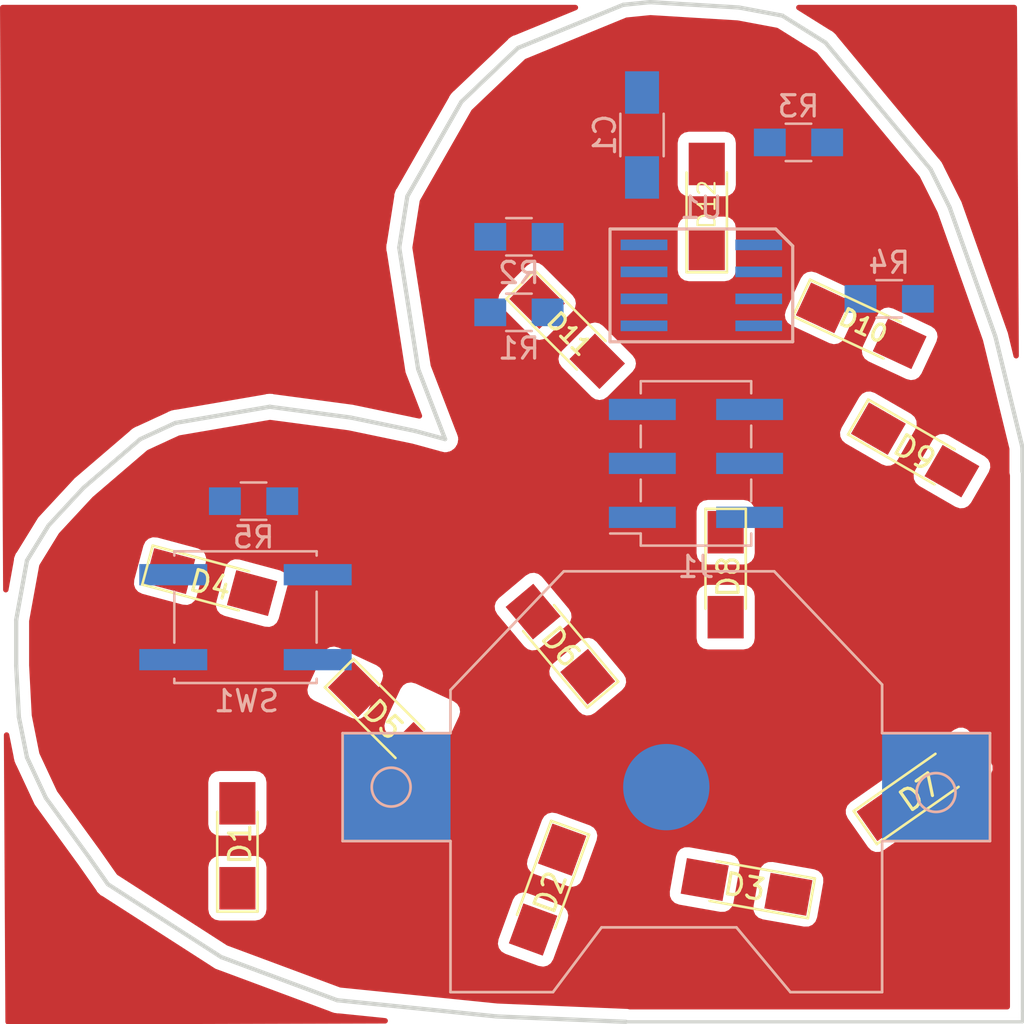
<source format=kicad_pcb>
(kicad_pcb (version 20171130) (host pcbnew "(5.0.2)-1")

  (general
    (thickness 1.6)
    (drawings 37)
    (tracks 0)
    (zones 0)
    (modules 23)
    (nets 13)
  )

  (page A4)
  (layers
    (0 F.Cu signal)
    (31 B.Cu signal)
    (32 B.Adhes user)
    (33 F.Adhes user)
    (34 B.Paste user)
    (35 F.Paste user)
    (36 B.SilkS user)
    (37 F.SilkS user)
    (38 B.Mask user)
    (39 F.Mask user)
    (40 Dwgs.User user)
    (41 Cmts.User user)
    (42 Eco1.User user)
    (43 Eco2.User user)
    (44 Edge.Cuts user)
    (45 Margin user)
    (46 B.CrtYd user)
    (47 F.CrtYd user)
    (48 B.Fab user)
    (49 F.Fab user)
  )

  (setup
    (last_trace_width 0.25)
    (trace_clearance 0.2)
    (zone_clearance 0.508)
    (zone_45_only no)
    (trace_min 0.2)
    (segment_width 0.2)
    (edge_width 0.15)
    (via_size 0.8)
    (via_drill 0.4)
    (via_min_size 0.4)
    (via_min_drill 0.3)
    (uvia_size 0.3)
    (uvia_drill 0.1)
    (uvias_allowed no)
    (uvia_min_size 0.2)
    (uvia_min_drill 0.1)
    (pcb_text_width 0.3)
    (pcb_text_size 1.5 1.5)
    (mod_edge_width 0.15)
    (mod_text_size 1 1)
    (mod_text_width 0.15)
    (pad_size 1.524 1.524)
    (pad_drill 0.762)
    (pad_to_mask_clearance 0.051)
    (solder_mask_min_width 0.25)
    (aux_axis_origin 0 0)
    (visible_elements 7FFFFFFF)
    (pcbplotparams
      (layerselection 0x010fc_ffffffff)
      (usegerberextensions false)
      (usegerberattributes false)
      (usegerberadvancedattributes false)
      (creategerberjobfile false)
      (excludeedgelayer true)
      (linewidth 0.100000)
      (plotframeref false)
      (viasonmask false)
      (mode 1)
      (useauxorigin false)
      (hpglpennumber 1)
      (hpglpenspeed 20)
      (hpglpendiameter 15.000000)
      (psnegative false)
      (psa4output false)
      (plotreference true)
      (plotvalue true)
      (plotinvisibletext false)
      (padsonsilk false)
      (subtractmaskfromsilk false)
      (outputformat 1)
      (mirror false)
      (drillshape 1)
      (scaleselection 1)
      (outputdirectory ""))
  )

  (net 0 "")
  (net 1 +3V3)
  (net 2 GND)
  (net 3 "Net-(D1-Pad1)")
  (net 4 "Net-(D1-Pad2)")
  (net 5 "Net-(D3-Pad1)")
  (net 6 "Net-(D10-Pad2)")
  (net 7 /RST)
  (net 8 /MOSI)
  (net 9 /SCK_BUTTON)
  (net 10 /MISO)
  (net 11 "Net-(R3-Pad2)")
  (net 12 "Net-(R4-Pad2)")

  (net_class Default "This is the default net class."
    (clearance 0.2)
    (trace_width 0.25)
    (via_dia 0.8)
    (via_drill 0.4)
    (uvia_dia 0.3)
    (uvia_drill 0.1)
    (add_net +3V3)
    (add_net /MISO)
    (add_net /MOSI)
    (add_net /RST)
    (add_net /SCK_BUTTON)
    (add_net GND)
    (add_net "Net-(D1-Pad1)")
    (add_net "Net-(D1-Pad2)")
    (add_net "Net-(D10-Pad2)")
    (add_net "Net-(D3-Pad1)")
    (add_net "Net-(R3-Pad2)")
    (add_net "Net-(R4-Pad2)")
  )

  (module Capacitors_SMD:C_1206_HandSoldering (layer B.Cu) (tedit 58AA84D1) (tstamp 5C57656E)
    (at 110.744 49.562 270)
    (descr "Capacitor SMD 1206, hand soldering")
    (tags "capacitor 1206")
    (path /5C578782)
    (attr smd)
    (fp_text reference C1 (at 0 1.75 270) (layer B.SilkS)
      (effects (font (size 1 1) (thickness 0.15)) (justify mirror))
    )
    (fp_text value 10uF (at 0 -2 270) (layer B.Fab)
      (effects (font (size 1 1) (thickness 0.15)) (justify mirror))
    )
    (fp_line (start 3.25 -1.05) (end -3.25 -1.05) (layer B.CrtYd) (width 0.05))
    (fp_line (start 3.25 -1.05) (end 3.25 1.05) (layer B.CrtYd) (width 0.05))
    (fp_line (start -3.25 1.05) (end -3.25 -1.05) (layer B.CrtYd) (width 0.05))
    (fp_line (start -3.25 1.05) (end 3.25 1.05) (layer B.CrtYd) (width 0.05))
    (fp_line (start -1 -1.02) (end 1 -1.02) (layer B.SilkS) (width 0.12))
    (fp_line (start 1 1.02) (end -1 1.02) (layer B.SilkS) (width 0.12))
    (fp_line (start -1.6 0.8) (end 1.6 0.8) (layer B.Fab) (width 0.1))
    (fp_line (start 1.6 0.8) (end 1.6 -0.8) (layer B.Fab) (width 0.1))
    (fp_line (start 1.6 -0.8) (end -1.6 -0.8) (layer B.Fab) (width 0.1))
    (fp_line (start -1.6 -0.8) (end -1.6 0.8) (layer B.Fab) (width 0.1))
    (fp_text user %R (at 0 1.75 270) (layer B.Fab)
      (effects (font (size 1 1) (thickness 0.15)) (justify mirror))
    )
    (pad 2 smd rect (at 2 0 270) (size 2 1.6) (layers B.Cu B.Paste B.Mask)
      (net 1 +3V3))
    (pad 1 smd rect (at -2 0 270) (size 2 1.6) (layers B.Cu B.Paste B.Mask)
      (net 2 GND))
    (model Capacitors_SMD.3dshapes/C_1206.wrl
      (at (xyz 0 0 0))
      (scale (xyz 1 1 1))
      (rotate (xyz 0 0 0))
    )
  )

  (module LEDs:LED_1206_HandSoldering (layer F.Cu) (tedit 595FC724) (tstamp 5C58E7CF)
    (at 91.694 83.026 90)
    (descr "LED SMD 1206, hand soldering")
    (tags "LED 1206")
    (path /5C56605E)
    (attr smd)
    (fp_text reference D1 (at 0.095 0.127 90) (layer F.SilkS)
      (effects (font (size 1 1) (thickness 0.15)))
    )
    (fp_text value LED (at 0 1.9 90) (layer F.Fab)
      (effects (font (size 1 1) (thickness 0.15)))
    )
    (fp_line (start -3.1 -0.95) (end -3.1 0.95) (layer F.SilkS) (width 0.12))
    (fp_line (start -0.4 0) (end 0.2 -0.4) (layer F.Fab) (width 0.1))
    (fp_line (start 0.2 -0.4) (end 0.2 0.4) (layer F.Fab) (width 0.1))
    (fp_line (start 0.2 0.4) (end -0.4 0) (layer F.Fab) (width 0.1))
    (fp_line (start -0.45 -0.4) (end -0.45 0.4) (layer F.Fab) (width 0.1))
    (fp_line (start -1.6 0.8) (end -1.6 -0.8) (layer F.Fab) (width 0.1))
    (fp_line (start 1.6 0.8) (end -1.6 0.8) (layer F.Fab) (width 0.1))
    (fp_line (start 1.6 -0.8) (end 1.6 0.8) (layer F.Fab) (width 0.1))
    (fp_line (start -1.6 -0.8) (end 1.6 -0.8) (layer F.Fab) (width 0.1))
    (fp_line (start -3.1 0.95) (end 1.6 0.95) (layer F.SilkS) (width 0.12))
    (fp_line (start -3.1 -0.95) (end 1.6 -0.95) (layer F.SilkS) (width 0.12))
    (fp_line (start -3.25 -1.11) (end 3.25 -1.11) (layer F.CrtYd) (width 0.05))
    (fp_line (start -3.25 -1.11) (end -3.25 1.1) (layer F.CrtYd) (width 0.05))
    (fp_line (start 3.25 1.1) (end 3.25 -1.11) (layer F.CrtYd) (width 0.05))
    (fp_line (start 3.25 1.1) (end -3.25 1.1) (layer F.CrtYd) (width 0.05))
    (pad 1 smd rect (at -2 0 90) (size 2 1.7) (layers F.Cu F.Paste F.Mask)
      (net 3 "Net-(D1-Pad1)"))
    (pad 2 smd rect (at 2 0 90) (size 2 1.7) (layers F.Cu F.Paste F.Mask)
      (net 4 "Net-(D1-Pad2)"))
    (model ${KISYS3DMOD}/LEDs.3dshapes/LED_1206.wrl
      (at (xyz 0 0 0))
      (scale (xyz 1 1 1))
      (rotate (xyz 0 0 180))
    )
  )

  (module LEDs:LED_1206_HandSoldering (layer F.Cu) (tedit 595FC724) (tstamp 5C58EFA7)
    (at 106.299 85.09 250)
    (descr "LED SMD 1206, hand soldering")
    (tags "LED 1206")
    (path /5C5660BB)
    (attr smd)
    (fp_text reference D2 (at 0.075904 -0.162778 250) (layer F.SilkS)
      (effects (font (size 1 1) (thickness 0.15)))
    )
    (fp_text value LED (at 0 1.9 250) (layer F.Fab)
      (effects (font (size 1 1) (thickness 0.15)))
    )
    (fp_line (start -3.1 -0.95) (end -3.1 0.95) (layer F.SilkS) (width 0.12))
    (fp_line (start -0.4 0) (end 0.2 -0.4) (layer F.Fab) (width 0.1))
    (fp_line (start 0.2 -0.4) (end 0.2 0.4) (layer F.Fab) (width 0.1))
    (fp_line (start 0.2 0.4) (end -0.4 0) (layer F.Fab) (width 0.1))
    (fp_line (start -0.45 -0.4) (end -0.45 0.4) (layer F.Fab) (width 0.1))
    (fp_line (start -1.6 0.8) (end -1.6 -0.8) (layer F.Fab) (width 0.1))
    (fp_line (start 1.6 0.8) (end -1.6 0.8) (layer F.Fab) (width 0.1))
    (fp_line (start 1.6 -0.8) (end 1.6 0.8) (layer F.Fab) (width 0.1))
    (fp_line (start -1.6 -0.8) (end 1.6 -0.8) (layer F.Fab) (width 0.1))
    (fp_line (start -3.1 0.95) (end 1.6 0.95) (layer F.SilkS) (width 0.12))
    (fp_line (start -3.1 -0.95) (end 1.6 -0.95) (layer F.SilkS) (width 0.12))
    (fp_line (start -3.25 -1.11) (end 3.25 -1.11) (layer F.CrtYd) (width 0.05))
    (fp_line (start -3.25 -1.11) (end -3.25 1.1) (layer F.CrtYd) (width 0.05))
    (fp_line (start 3.25 1.1) (end 3.25 -1.11) (layer F.CrtYd) (width 0.05))
    (fp_line (start 3.25 1.1) (end -3.25 1.1) (layer F.CrtYd) (width 0.05))
    (pad 1 smd rect (at -2 0 250) (size 2 1.7) (layers F.Cu F.Paste F.Mask)
      (net 4 "Net-(D1-Pad2)"))
    (pad 2 smd rect (at 2 0 250) (size 2 1.7) (layers F.Cu F.Paste F.Mask)
      (net 3 "Net-(D1-Pad1)"))
    (model ${KISYS3DMOD}/LEDs.3dshapes/LED_1206.wrl
      (at (xyz 0 0 0))
      (scale (xyz 1 1 1))
      (rotate (xyz 0 0 180))
    )
  )

  (module LEDs:LED_1206_HandSoldering (layer F.Cu) (tedit 595FC724) (tstamp 5C5765AD)
    (at 115.665 84.963 170)
    (descr "LED SMD 1206, hand soldering")
    (tags "LED 1206")
    (path /5C56619E)
    (attr smd)
    (fp_text reference D3 (at 0.093557 -0.016497 170) (layer F.SilkS)
      (effects (font (size 1 1) (thickness 0.15)))
    )
    (fp_text value LED (at 0 1.9 170) (layer F.Fab)
      (effects (font (size 1 1) (thickness 0.15)))
    )
    (fp_line (start -3.1 -0.95) (end -3.1 0.95) (layer F.SilkS) (width 0.12))
    (fp_line (start -0.4 0) (end 0.2 -0.4) (layer F.Fab) (width 0.1))
    (fp_line (start 0.2 -0.4) (end 0.2 0.4) (layer F.Fab) (width 0.1))
    (fp_line (start 0.2 0.4) (end -0.4 0) (layer F.Fab) (width 0.1))
    (fp_line (start -0.45 -0.4) (end -0.45 0.4) (layer F.Fab) (width 0.1))
    (fp_line (start -1.6 0.8) (end -1.6 -0.8) (layer F.Fab) (width 0.1))
    (fp_line (start 1.6 0.8) (end -1.6 0.8) (layer F.Fab) (width 0.1))
    (fp_line (start 1.6 -0.8) (end 1.6 0.8) (layer F.Fab) (width 0.1))
    (fp_line (start -1.6 -0.8) (end 1.6 -0.8) (layer F.Fab) (width 0.1))
    (fp_line (start -3.1 0.95) (end 1.6 0.95) (layer F.SilkS) (width 0.12))
    (fp_line (start -3.1 -0.95) (end 1.6 -0.95) (layer F.SilkS) (width 0.12))
    (fp_line (start -3.25 -1.11) (end 3.25 -1.11) (layer F.CrtYd) (width 0.05))
    (fp_line (start -3.25 -1.11) (end -3.25 1.1) (layer F.CrtYd) (width 0.05))
    (fp_line (start 3.25 1.1) (end 3.25 -1.11) (layer F.CrtYd) (width 0.05))
    (fp_line (start 3.25 1.1) (end -3.25 1.1) (layer F.CrtYd) (width 0.05))
    (pad 1 smd rect (at -2 0 170) (size 2 1.7) (layers F.Cu F.Paste F.Mask)
      (net 5 "Net-(D3-Pad1)"))
    (pad 2 smd rect (at 2 0 170) (size 2 1.7) (layers F.Cu F.Paste F.Mask)
      (net 3 "Net-(D1-Pad1)"))
    (model ${KISYS3DMOD}/LEDs.3dshapes/LED_1206.wrl
      (at (xyz 0 0 0))
      (scale (xyz 1 1 1))
      (rotate (xyz 0 0 180))
    )
  )

  (module LEDs:LED_1206_HandSoldering (layer F.Cu) (tedit 595FC724) (tstamp 5C5765C2)
    (at 90.456 70.612 345)
    (descr "LED SMD 1206, hand soldering")
    (tags "LED 1206")
    (path /5C5661E2)
    (attr smd)
    (fp_text reference D4 (at 0.00196 0.130955 345) (layer F.SilkS)
      (effects (font (size 1 1) (thickness 0.15)))
    )
    (fp_text value LED (at 0 1.9 345) (layer F.Fab)
      (effects (font (size 1 1) (thickness 0.15)))
    )
    (fp_line (start 3.25 1.1) (end -3.25 1.1) (layer F.CrtYd) (width 0.05))
    (fp_line (start 3.25 1.1) (end 3.25 -1.11) (layer F.CrtYd) (width 0.05))
    (fp_line (start -3.25 -1.11) (end -3.25 1.1) (layer F.CrtYd) (width 0.05))
    (fp_line (start -3.25 -1.11) (end 3.25 -1.11) (layer F.CrtYd) (width 0.05))
    (fp_line (start -3.1 -0.95) (end 1.6 -0.95) (layer F.SilkS) (width 0.12))
    (fp_line (start -3.1 0.95) (end 1.6 0.95) (layer F.SilkS) (width 0.12))
    (fp_line (start -1.6 -0.8) (end 1.6 -0.8) (layer F.Fab) (width 0.1))
    (fp_line (start 1.6 -0.8) (end 1.6 0.8) (layer F.Fab) (width 0.1))
    (fp_line (start 1.6 0.8) (end -1.6 0.8) (layer F.Fab) (width 0.1))
    (fp_line (start -1.6 0.8) (end -1.6 -0.8) (layer F.Fab) (width 0.1))
    (fp_line (start -0.45 -0.4) (end -0.45 0.4) (layer F.Fab) (width 0.1))
    (fp_line (start 0.2 0.4) (end -0.4 0) (layer F.Fab) (width 0.1))
    (fp_line (start 0.2 -0.4) (end 0.2 0.4) (layer F.Fab) (width 0.1))
    (fp_line (start -0.4 0) (end 0.2 -0.4) (layer F.Fab) (width 0.1))
    (fp_line (start -3.1 -0.95) (end -3.1 0.95) (layer F.SilkS) (width 0.12))
    (pad 2 smd rect (at 2 0 345) (size 2 1.7) (layers F.Cu F.Paste F.Mask)
      (net 5 "Net-(D3-Pad1)"))
    (pad 1 smd rect (at -2 0 345) (size 2 1.7) (layers F.Cu F.Paste F.Mask)
      (net 3 "Net-(D1-Pad1)"))
    (model ${KISYS3DMOD}/LEDs.3dshapes/LED_1206.wrl
      (at (xyz 0 0 0))
      (scale (xyz 1 1 1))
      (rotate (xyz 0 0 180))
    )
  )

  (module LEDs:LED_1206_HandSoldering (layer F.Cu) (tedit 595FC724) (tstamp 5C5765D7)
    (at 98.679 77.089 315)
    (descr "LED SMD 1206, hand soldering")
    (tags "LED 1206")
    (path /5C5663CF)
    (attr smd)
    (fp_text reference D5 (at -0.089803 0.089803 315) (layer F.SilkS)
      (effects (font (size 1 1) (thickness 0.15)))
    )
    (fp_text value LED (at 0 1.9 315) (layer F.Fab)
      (effects (font (size 1 1) (thickness 0.15)))
    )
    (fp_line (start -3.1 -0.95) (end -3.1 0.95) (layer F.SilkS) (width 0.12))
    (fp_line (start -0.4 0) (end 0.2 -0.4) (layer F.Fab) (width 0.1))
    (fp_line (start 0.2 -0.4) (end 0.2 0.4) (layer F.Fab) (width 0.1))
    (fp_line (start 0.2 0.4) (end -0.4 0) (layer F.Fab) (width 0.1))
    (fp_line (start -0.45 -0.4) (end -0.45 0.4) (layer F.Fab) (width 0.1))
    (fp_line (start -1.6 0.8) (end -1.6 -0.8) (layer F.Fab) (width 0.1))
    (fp_line (start 1.6 0.8) (end -1.6 0.8) (layer F.Fab) (width 0.1))
    (fp_line (start 1.6 -0.8) (end 1.6 0.8) (layer F.Fab) (width 0.1))
    (fp_line (start -1.6 -0.8) (end 1.6 -0.8) (layer F.Fab) (width 0.1))
    (fp_line (start -3.1 0.95) (end 1.6 0.95) (layer F.SilkS) (width 0.12))
    (fp_line (start -3.1 -0.95) (end 1.6 -0.95) (layer F.SilkS) (width 0.12))
    (fp_line (start -3.25 -1.11) (end 3.25 -1.11) (layer F.CrtYd) (width 0.05))
    (fp_line (start -3.25 -1.11) (end -3.25 1.1) (layer F.CrtYd) (width 0.05))
    (fp_line (start 3.25 1.1) (end 3.25 -1.11) (layer F.CrtYd) (width 0.05))
    (fp_line (start 3.25 1.1) (end -3.25 1.1) (layer F.CrtYd) (width 0.05))
    (pad 1 smd rect (at -2 0 315) (size 2 1.7) (layers F.Cu F.Paste F.Mask)
      (net 6 "Net-(D10-Pad2)"))
    (pad 2 smd rect (at 2 0 315) (size 2 1.7) (layers F.Cu F.Paste F.Mask)
      (net 5 "Net-(D3-Pad1)"))
    (model ${KISYS3DMOD}/LEDs.3dshapes/LED_1206.wrl
      (at (xyz 0 0 0))
      (scale (xyz 1 1 1))
      (rotate (xyz 0 0 180))
    )
  )

  (module LEDs:LED_1206_HandSoldering (layer F.Cu) (tedit 595FC724) (tstamp 5C5765EC)
    (at 106.902 73.533 130)
    (descr "LED SMD 1206, hand soldering")
    (tags "LED 1206")
    (path /5C566403)
    (attr smd)
    (fp_text reference D6 (at -0.117857 -0.057121 130) (layer F.SilkS)
      (effects (font (size 1 1) (thickness 0.15)))
    )
    (fp_text value LED (at 0 1.9 130) (layer F.Fab)
      (effects (font (size 1 1) (thickness 0.15)))
    )
    (fp_line (start 3.25 1.1) (end -3.25 1.1) (layer F.CrtYd) (width 0.05))
    (fp_line (start 3.25 1.1) (end 3.25 -1.11) (layer F.CrtYd) (width 0.05))
    (fp_line (start -3.25 -1.11) (end -3.25 1.1) (layer F.CrtYd) (width 0.05))
    (fp_line (start -3.25 -1.11) (end 3.25 -1.11) (layer F.CrtYd) (width 0.05))
    (fp_line (start -3.1 -0.95) (end 1.6 -0.95) (layer F.SilkS) (width 0.12))
    (fp_line (start -3.1 0.95) (end 1.6 0.95) (layer F.SilkS) (width 0.12))
    (fp_line (start -1.6 -0.8) (end 1.6 -0.8) (layer F.Fab) (width 0.1))
    (fp_line (start 1.6 -0.8) (end 1.6 0.8) (layer F.Fab) (width 0.1))
    (fp_line (start 1.6 0.8) (end -1.6 0.8) (layer F.Fab) (width 0.1))
    (fp_line (start -1.6 0.8) (end -1.6 -0.8) (layer F.Fab) (width 0.1))
    (fp_line (start -0.45 -0.4) (end -0.45 0.4) (layer F.Fab) (width 0.1))
    (fp_line (start 0.2 0.4) (end -0.4 0) (layer F.Fab) (width 0.1))
    (fp_line (start 0.2 -0.4) (end 0.2 0.4) (layer F.Fab) (width 0.1))
    (fp_line (start -0.4 0) (end 0.2 -0.4) (layer F.Fab) (width 0.1))
    (fp_line (start -3.1 -0.95) (end -3.1 0.95) (layer F.SilkS) (width 0.12))
    (pad 2 smd rect (at 2 0 130) (size 2 1.7) (layers F.Cu F.Paste F.Mask)
      (net 6 "Net-(D10-Pad2)"))
    (pad 1 smd rect (at -2 0 130) (size 2 1.7) (layers F.Cu F.Paste F.Mask)
      (net 5 "Net-(D3-Pad1)"))
    (model ${KISYS3DMOD}/LEDs.3dshapes/LED_1206.wrl
      (at (xyz 0 0 0))
      (scale (xyz 1 1 1))
      (rotate (xyz 0 0 180))
    )
  )

  (module LEDs:LED_1206_HandSoldering (layer F.Cu) (tedit 595FC724) (tstamp 5C576601)
    (at 123.793 80.391 35)
    (descr "LED SMD 1206, hand soldering")
    (tags "LED 1206")
    (path /5C566BF7)
    (attr smd)
    (fp_text reference D7 (at -0.046631 0.122387 35) (layer F.SilkS)
      (effects (font (size 1 1) (thickness 0.15)))
    )
    (fp_text value LED (at 0 1.9 35) (layer F.Fab)
      (effects (font (size 1 1) (thickness 0.15)))
    )
    (fp_line (start 3.25 1.1) (end -3.25 1.1) (layer F.CrtYd) (width 0.05))
    (fp_line (start 3.25 1.1) (end 3.25 -1.11) (layer F.CrtYd) (width 0.05))
    (fp_line (start -3.25 -1.11) (end -3.25 1.1) (layer F.CrtYd) (width 0.05))
    (fp_line (start -3.25 -1.11) (end 3.25 -1.11) (layer F.CrtYd) (width 0.05))
    (fp_line (start -3.1 -0.95) (end 1.6 -0.95) (layer F.SilkS) (width 0.12))
    (fp_line (start -3.1 0.95) (end 1.6 0.95) (layer F.SilkS) (width 0.12))
    (fp_line (start -1.6 -0.8) (end 1.6 -0.8) (layer F.Fab) (width 0.1))
    (fp_line (start 1.6 -0.8) (end 1.6 0.8) (layer F.Fab) (width 0.1))
    (fp_line (start 1.6 0.8) (end -1.6 0.8) (layer F.Fab) (width 0.1))
    (fp_line (start -1.6 0.8) (end -1.6 -0.8) (layer F.Fab) (width 0.1))
    (fp_line (start -0.45 -0.4) (end -0.45 0.4) (layer F.Fab) (width 0.1))
    (fp_line (start 0.2 0.4) (end -0.4 0) (layer F.Fab) (width 0.1))
    (fp_line (start 0.2 -0.4) (end 0.2 0.4) (layer F.Fab) (width 0.1))
    (fp_line (start -0.4 0) (end 0.2 -0.4) (layer F.Fab) (width 0.1))
    (fp_line (start -3.1 -0.95) (end -3.1 0.95) (layer F.SilkS) (width 0.12))
    (pad 2 smd rect (at 2 0 35) (size 2 1.7) (layers F.Cu F.Paste F.Mask)
      (net 4 "Net-(D1-Pad2)"))
    (pad 1 smd rect (at -2 0 35) (size 2 1.7) (layers F.Cu F.Paste F.Mask)
      (net 5 "Net-(D3-Pad1)"))
    (model ${KISYS3DMOD}/LEDs.3dshapes/LED_1206.wrl
      (at (xyz 0 0 0))
      (scale (xyz 1 1 1))
      (rotate (xyz 0 0 180))
    )
  )

  (module LEDs:LED_1206_HandSoldering (layer F.Cu) (tedit 595FC724) (tstamp 5C576616)
    (at 114.681 70.263 270)
    (descr "LED SMD 1206, hand soldering")
    (tags "LED 1206")
    (path /5C566C97)
    (attr smd)
    (fp_text reference D8 (at 0.095 -0.127 270) (layer F.SilkS)
      (effects (font (size 1 1) (thickness 0.15)))
    )
    (fp_text value LED (at 0 1.9 270) (layer F.Fab)
      (effects (font (size 1 1) (thickness 0.15)))
    )
    (fp_line (start 3.25 1.1) (end -3.25 1.1) (layer F.CrtYd) (width 0.05))
    (fp_line (start 3.25 1.1) (end 3.25 -1.11) (layer F.CrtYd) (width 0.05))
    (fp_line (start -3.25 -1.11) (end -3.25 1.1) (layer F.CrtYd) (width 0.05))
    (fp_line (start -3.25 -1.11) (end 3.25 -1.11) (layer F.CrtYd) (width 0.05))
    (fp_line (start -3.1 -0.95) (end 1.6 -0.95) (layer F.SilkS) (width 0.12))
    (fp_line (start -3.1 0.95) (end 1.6 0.95) (layer F.SilkS) (width 0.12))
    (fp_line (start -1.6 -0.8) (end 1.6 -0.8) (layer F.Fab) (width 0.1))
    (fp_line (start 1.6 -0.8) (end 1.6 0.8) (layer F.Fab) (width 0.1))
    (fp_line (start 1.6 0.8) (end -1.6 0.8) (layer F.Fab) (width 0.1))
    (fp_line (start -1.6 0.8) (end -1.6 -0.8) (layer F.Fab) (width 0.1))
    (fp_line (start -0.45 -0.4) (end -0.45 0.4) (layer F.Fab) (width 0.1))
    (fp_line (start 0.2 0.4) (end -0.4 0) (layer F.Fab) (width 0.1))
    (fp_line (start 0.2 -0.4) (end 0.2 0.4) (layer F.Fab) (width 0.1))
    (fp_line (start -0.4 0) (end 0.2 -0.4) (layer F.Fab) (width 0.1))
    (fp_line (start -3.1 -0.95) (end -3.1 0.95) (layer F.SilkS) (width 0.12))
    (pad 2 smd rect (at 2 0 270) (size 2 1.7) (layers F.Cu F.Paste F.Mask)
      (net 5 "Net-(D3-Pad1)"))
    (pad 1 smd rect (at -2 0 270) (size 2 1.7) (layers F.Cu F.Paste F.Mask)
      (net 4 "Net-(D1-Pad2)"))
    (model ${KISYS3DMOD}/LEDs.3dshapes/LED_1206.wrl
      (at (xyz 0 0 0))
      (scale (xyz 1 1 1))
      (rotate (xyz 0 0 180))
    )
  )

  (module LEDs:LED_1206_HandSoldering (layer F.Cu) (tedit 595FC724) (tstamp 5C58E848)
    (at 123.603 64.389 330)
    (descr "LED SMD 1206, hand soldering")
    (tags "LED 1206")
    (path /5C567244)
    (attr smd)
    (fp_text reference D9 (at 0.035787 0.125985 330) (layer F.SilkS)
      (effects (font (size 1 1) (thickness 0.15)))
    )
    (fp_text value LED (at 0 1.9 330) (layer F.Fab)
      (effects (font (size 1 1) (thickness 0.15)))
    )
    (fp_line (start -3.1 -0.95) (end -3.1 0.95) (layer F.SilkS) (width 0.12))
    (fp_line (start -0.4 0) (end 0.2 -0.4) (layer F.Fab) (width 0.1))
    (fp_line (start 0.2 -0.4) (end 0.2 0.4) (layer F.Fab) (width 0.1))
    (fp_line (start 0.2 0.4) (end -0.4 0) (layer F.Fab) (width 0.1))
    (fp_line (start -0.45 -0.4) (end -0.45 0.4) (layer F.Fab) (width 0.1))
    (fp_line (start -1.6 0.8) (end -1.6 -0.8) (layer F.Fab) (width 0.1))
    (fp_line (start 1.6 0.8) (end -1.6 0.8) (layer F.Fab) (width 0.1))
    (fp_line (start 1.6 -0.8) (end 1.6 0.8) (layer F.Fab) (width 0.1))
    (fp_line (start -1.6 -0.8) (end 1.6 -0.8) (layer F.Fab) (width 0.1))
    (fp_line (start -3.1 0.95) (end 1.6 0.95) (layer F.SilkS) (width 0.12))
    (fp_line (start -3.1 -0.95) (end 1.6 -0.95) (layer F.SilkS) (width 0.12))
    (fp_line (start -3.25 -1.11) (end 3.25 -1.11) (layer F.CrtYd) (width 0.05))
    (fp_line (start -3.25 -1.11) (end -3.25 1.1) (layer F.CrtYd) (width 0.05))
    (fp_line (start 3.25 1.1) (end 3.25 -1.11) (layer F.CrtYd) (width 0.05))
    (fp_line (start 3.25 1.1) (end -3.25 1.1) (layer F.CrtYd) (width 0.05))
    (pad 1 smd rect (at -2 0 330) (size 2 1.7) (layers F.Cu F.Paste F.Mask)
      (net 6 "Net-(D10-Pad2)"))
    (pad 2 smd rect (at 2 0 330) (size 2 1.7) (layers F.Cu F.Paste F.Mask)
      (net 3 "Net-(D1-Pad1)"))
    (model ${KISYS3DMOD}/LEDs.3dshapes/LED_1206.wrl
      (at (xyz 0 0 0))
      (scale (xyz 1 1 1))
      (rotate (xyz 0 0 180))
    )
  )

  (module LEDs:LED_1206_HandSoldering (layer F.Cu) (tedit 5C58E75A) (tstamp 5C576640)
    (at 121.063 58.547 335)
    (descr "LED SMD 1206, hand soldering")
    (tags "LED 1206")
    (path /5C567288)
    (attr smd)
    (fp_text reference D10 (at 0.086099 -0.040149 335) (layer F.SilkS)
      (effects (font (size 0.8 0.8) (thickness 0.15)))
    )
    (fp_text value LED (at 0 1.9 335) (layer F.Fab)
      (effects (font (size 1 1) (thickness 0.15)))
    )
    (fp_line (start 3.25 1.1) (end -3.25 1.1) (layer F.CrtYd) (width 0.05))
    (fp_line (start 3.25 1.1) (end 3.25 -1.11) (layer F.CrtYd) (width 0.05))
    (fp_line (start -3.25 -1.11) (end -3.25 1.1) (layer F.CrtYd) (width 0.05))
    (fp_line (start -3.25 -1.11) (end 3.25 -1.11) (layer F.CrtYd) (width 0.05))
    (fp_line (start -3.1 -0.95) (end 1.6 -0.95) (layer F.SilkS) (width 0.12))
    (fp_line (start -3.1 0.95) (end 1.6 0.95) (layer F.SilkS) (width 0.12))
    (fp_line (start -1.6 -0.8) (end 1.6 -0.8) (layer F.Fab) (width 0.1))
    (fp_line (start 1.6 -0.8) (end 1.6 0.8) (layer F.Fab) (width 0.1))
    (fp_line (start 1.6 0.8) (end -1.6 0.8) (layer F.Fab) (width 0.1))
    (fp_line (start -1.6 0.8) (end -1.6 -0.8) (layer F.Fab) (width 0.1))
    (fp_line (start -0.45 -0.4) (end -0.45 0.4) (layer F.Fab) (width 0.1))
    (fp_line (start 0.2 0.4) (end -0.4 0) (layer F.Fab) (width 0.1))
    (fp_line (start 0.2 -0.4) (end 0.2 0.4) (layer F.Fab) (width 0.1))
    (fp_line (start -0.4 0) (end 0.2 -0.4) (layer F.Fab) (width 0.1))
    (fp_line (start -3.1 -0.95) (end -3.1 0.95) (layer F.SilkS) (width 0.12))
    (pad 2 smd rect (at 2 0 335) (size 2 1.7) (layers F.Cu F.Paste F.Mask)
      (net 6 "Net-(D10-Pad2)"))
    (pad 1 smd rect (at -2 0 335) (size 2 1.7) (layers F.Cu F.Paste F.Mask)
      (net 3 "Net-(D1-Pad1)"))
    (model ${KISYS3DMOD}/LEDs.3dshapes/LED_1206.wrl
      (at (xyz 0 0 0))
      (scale (xyz 1 1 1))
      (rotate (xyz 0 0 180))
    )
  )

  (module LEDs:LED_1206_HandSoldering (layer F.Cu) (tedit 5C58E766) (tstamp 5C576655)
    (at 107.22 58.801 315)
    (descr "LED SMD 1206, hand soldering")
    (tags "LED 1206")
    (path /5C568093)
    (attr smd)
    (fp_text reference D11 (at 0.156978 0.022627 315) (layer F.SilkS)
      (effects (font (size 0.8 0.8) (thickness 0.15)))
    )
    (fp_text value LED (at 0 1.9 315) (layer F.Fab)
      (effects (font (size 1 1) (thickness 0.15)))
    )
    (fp_line (start -3.1 -0.95) (end -3.1 0.95) (layer F.SilkS) (width 0.12))
    (fp_line (start -0.4 0) (end 0.2 -0.4) (layer F.Fab) (width 0.1))
    (fp_line (start 0.2 -0.4) (end 0.2 0.4) (layer F.Fab) (width 0.1))
    (fp_line (start 0.2 0.4) (end -0.4 0) (layer F.Fab) (width 0.1))
    (fp_line (start -0.45 -0.4) (end -0.45 0.4) (layer F.Fab) (width 0.1))
    (fp_line (start -1.6 0.8) (end -1.6 -0.8) (layer F.Fab) (width 0.1))
    (fp_line (start 1.6 0.8) (end -1.6 0.8) (layer F.Fab) (width 0.1))
    (fp_line (start 1.6 -0.8) (end 1.6 0.8) (layer F.Fab) (width 0.1))
    (fp_line (start -1.6 -0.8) (end 1.6 -0.8) (layer F.Fab) (width 0.1))
    (fp_line (start -3.1 0.95) (end 1.6 0.95) (layer F.SilkS) (width 0.12))
    (fp_line (start -3.1 -0.95) (end 1.6 -0.95) (layer F.SilkS) (width 0.12))
    (fp_line (start -3.25 -1.11) (end 3.25 -1.11) (layer F.CrtYd) (width 0.05))
    (fp_line (start -3.25 -1.11) (end -3.25 1.1) (layer F.CrtYd) (width 0.05))
    (fp_line (start 3.25 1.1) (end 3.25 -1.11) (layer F.CrtYd) (width 0.05))
    (fp_line (start 3.25 1.1) (end -3.25 1.1) (layer F.CrtYd) (width 0.05))
    (pad 1 smd rect (at -2 0 315) (size 2 1.7) (layers F.Cu F.Paste F.Mask)
      (net 6 "Net-(D10-Pad2)"))
    (pad 2 smd rect (at 2 0 315) (size 2 1.7) (layers F.Cu F.Paste F.Mask)
      (net 4 "Net-(D1-Pad2)"))
    (model ${KISYS3DMOD}/LEDs.3dshapes/LED_1206.wrl
      (at (xyz 0 0 0))
      (scale (xyz 1 1 1))
      (rotate (xyz 0 0 180))
    )
  )

  (module LEDs:LED_1206_HandSoldering (layer F.Cu) (tedit 5C58E74A) (tstamp 5C57666A)
    (at 113.792 52.927 90)
    (descr "LED SMD 1206, hand soldering")
    (tags "LED 1206")
    (path /5C5680D3)
    (attr smd)
    (fp_text reference D12 (at 0.095 0 90) (layer F.SilkS)
      (effects (font (size 0.8 0.8) (thickness 0.1)))
    )
    (fp_text value LED (at 0 1.9 90) (layer F.Fab)
      (effects (font (size 1 1) (thickness 0.15)))
    )
    (fp_line (start 3.25 1.1) (end -3.25 1.1) (layer F.CrtYd) (width 0.05))
    (fp_line (start 3.25 1.1) (end 3.25 -1.11) (layer F.CrtYd) (width 0.05))
    (fp_line (start -3.25 -1.11) (end -3.25 1.1) (layer F.CrtYd) (width 0.05))
    (fp_line (start -3.25 -1.11) (end 3.25 -1.11) (layer F.CrtYd) (width 0.05))
    (fp_line (start -3.1 -0.95) (end 1.6 -0.95) (layer F.SilkS) (width 0.12))
    (fp_line (start -3.1 0.95) (end 1.6 0.95) (layer F.SilkS) (width 0.12))
    (fp_line (start -1.6 -0.8) (end 1.6 -0.8) (layer F.Fab) (width 0.1))
    (fp_line (start 1.6 -0.8) (end 1.6 0.8) (layer F.Fab) (width 0.1))
    (fp_line (start 1.6 0.8) (end -1.6 0.8) (layer F.Fab) (width 0.1))
    (fp_line (start -1.6 0.8) (end -1.6 -0.8) (layer F.Fab) (width 0.1))
    (fp_line (start -0.45 -0.4) (end -0.45 0.4) (layer F.Fab) (width 0.1))
    (fp_line (start 0.2 0.4) (end -0.4 0) (layer F.Fab) (width 0.1))
    (fp_line (start 0.2 -0.4) (end 0.2 0.4) (layer F.Fab) (width 0.1))
    (fp_line (start -0.4 0) (end 0.2 -0.4) (layer F.Fab) (width 0.1))
    (fp_line (start -3.1 -0.95) (end -3.1 0.95) (layer F.SilkS) (width 0.12))
    (pad 2 smd rect (at 2 0 90) (size 2 1.7) (layers F.Cu F.Paste F.Mask)
      (net 6 "Net-(D10-Pad2)"))
    (pad 1 smd rect (at -2 0 90) (size 2 1.7) (layers F.Cu F.Paste F.Mask)
      (net 4 "Net-(D1-Pad2)"))
    (model ${KISYS3DMOD}/LEDs.3dshapes/LED_1206.wrl
      (at (xyz 0 0 0))
      (scale (xyz 1 1 1))
      (rotate (xyz 0 0 180))
    )
  )

  (module Pin_Headers:Pin_Header_Straight_2x03_Pitch2.54mm_SMD (layer B.Cu) (tedit 59650532) (tstamp 5C58E474)
    (at 113.284 65.024)
    (descr "surface-mounted straight pin header, 2x03, 2.54mm pitch, double rows")
    (tags "Surface mounted pin header SMD 2x03 2.54mm double row")
    (path /5C57B8D6)
    (attr smd)
    (fp_text reference J1 (at 0 4.87) (layer B.SilkS)
      (effects (font (size 1 1) (thickness 0.15)) (justify mirror))
    )
    (fp_text value AVR-ISP-6 (at 0 -4.87) (layer B.Fab)
      (effects (font (size 1 1) (thickness 0.15)) (justify mirror))
    )
    (fp_text user %R (at 0 0 -90) (layer B.Fab)
      (effects (font (size 1 1) (thickness 0.15)) (justify mirror))
    )
    (fp_line (start 5.9 4.35) (end -5.9 4.35) (layer B.CrtYd) (width 0.05))
    (fp_line (start 5.9 -4.35) (end 5.9 4.35) (layer B.CrtYd) (width 0.05))
    (fp_line (start -5.9 -4.35) (end 5.9 -4.35) (layer B.CrtYd) (width 0.05))
    (fp_line (start -5.9 4.35) (end -5.9 -4.35) (layer B.CrtYd) (width 0.05))
    (fp_line (start 2.6 -0.76) (end 2.6 -1.78) (layer B.SilkS) (width 0.12))
    (fp_line (start -2.6 -0.76) (end -2.6 -1.78) (layer B.SilkS) (width 0.12))
    (fp_line (start 2.6 1.78) (end 2.6 0.76) (layer B.SilkS) (width 0.12))
    (fp_line (start -2.6 1.78) (end -2.6 0.76) (layer B.SilkS) (width 0.12))
    (fp_line (start 2.6 -3.3) (end 2.6 -3.87) (layer B.SilkS) (width 0.12))
    (fp_line (start -2.6 -3.3) (end -2.6 -3.87) (layer B.SilkS) (width 0.12))
    (fp_line (start 2.6 3.87) (end 2.6 3.3) (layer B.SilkS) (width 0.12))
    (fp_line (start -2.6 3.87) (end -2.6 3.3) (layer B.SilkS) (width 0.12))
    (fp_line (start -4.04 3.3) (end -2.6 3.3) (layer B.SilkS) (width 0.12))
    (fp_line (start -2.6 -3.87) (end 2.6 -3.87) (layer B.SilkS) (width 0.12))
    (fp_line (start -2.6 3.87) (end 2.6 3.87) (layer B.SilkS) (width 0.12))
    (fp_line (start 3.6 -2.86) (end 2.54 -2.86) (layer B.Fab) (width 0.1))
    (fp_line (start 3.6 -2.22) (end 3.6 -2.86) (layer B.Fab) (width 0.1))
    (fp_line (start 2.54 -2.22) (end 3.6 -2.22) (layer B.Fab) (width 0.1))
    (fp_line (start -3.6 -2.86) (end -2.54 -2.86) (layer B.Fab) (width 0.1))
    (fp_line (start -3.6 -2.22) (end -3.6 -2.86) (layer B.Fab) (width 0.1))
    (fp_line (start -2.54 -2.22) (end -3.6 -2.22) (layer B.Fab) (width 0.1))
    (fp_line (start 3.6 -0.32) (end 2.54 -0.32) (layer B.Fab) (width 0.1))
    (fp_line (start 3.6 0.32) (end 3.6 -0.32) (layer B.Fab) (width 0.1))
    (fp_line (start 2.54 0.32) (end 3.6 0.32) (layer B.Fab) (width 0.1))
    (fp_line (start -3.6 -0.32) (end -2.54 -0.32) (layer B.Fab) (width 0.1))
    (fp_line (start -3.6 0.32) (end -3.6 -0.32) (layer B.Fab) (width 0.1))
    (fp_line (start -2.54 0.32) (end -3.6 0.32) (layer B.Fab) (width 0.1))
    (fp_line (start 3.6 2.22) (end 2.54 2.22) (layer B.Fab) (width 0.1))
    (fp_line (start 3.6 2.86) (end 3.6 2.22) (layer B.Fab) (width 0.1))
    (fp_line (start 2.54 2.86) (end 3.6 2.86) (layer B.Fab) (width 0.1))
    (fp_line (start -3.6 2.22) (end -2.54 2.22) (layer B.Fab) (width 0.1))
    (fp_line (start -3.6 2.86) (end -3.6 2.22) (layer B.Fab) (width 0.1))
    (fp_line (start -2.54 2.86) (end -3.6 2.86) (layer B.Fab) (width 0.1))
    (fp_line (start 2.54 3.81) (end 2.54 -3.81) (layer B.Fab) (width 0.1))
    (fp_line (start -2.54 2.86) (end -1.59 3.81) (layer B.Fab) (width 0.1))
    (fp_line (start -2.54 -3.81) (end -2.54 2.86) (layer B.Fab) (width 0.1))
    (fp_line (start -1.59 3.81) (end 2.54 3.81) (layer B.Fab) (width 0.1))
    (fp_line (start 2.54 -3.81) (end -2.54 -3.81) (layer B.Fab) (width 0.1))
    (pad 6 smd rect (at 2.525 -2.54) (size 3.15 1) (layers B.Cu B.Paste B.Mask)
      (net 2 GND))
    (pad 5 smd rect (at -2.525 -2.54) (size 3.15 1) (layers B.Cu B.Paste B.Mask)
      (net 7 /RST))
    (pad 4 smd rect (at 2.525 0) (size 3.15 1) (layers B.Cu B.Paste B.Mask)
      (net 8 /MOSI))
    (pad 3 smd rect (at -2.525 0) (size 3.15 1) (layers B.Cu B.Paste B.Mask)
      (net 9 /SCK_BUTTON))
    (pad 2 smd rect (at 2.525 2.54) (size 3.15 1) (layers B.Cu B.Paste B.Mask)
      (net 1 +3V3))
    (pad 1 smd rect (at -2.525 2.54) (size 3.15 1) (layers B.Cu B.Paste B.Mask)
      (net 10 /MISO))
    (model ${KISYS3DMOD}/Pin_Headers.3dshapes/Pin_Header_Straight_2x03_Pitch2.54mm_SMD.wrl
      (at (xyz 0 0 0))
      (scale (xyz 1 1 1))
      (rotate (xyz 0 0 0))
    )
  )

  (module Buttons_Switches_SMD:SW_SPST_EVQQ2 (layer B.Cu) (tedit 5872491A) (tstamp 5C57670B)
    (at 92.075 72.263)
    (descr "Light Touch Switch, https://industrial.panasonic.com/cdbs/www-data/pdf/ATK0000/ATK0000CE28.pdf")
    (path /5C57C293)
    (attr smd)
    (fp_text reference SW1 (at 0.05 3.95) (layer B.SilkS)
      (effects (font (size 1 1) (thickness 0.15)) (justify mirror))
    )
    (fp_text value SW_Push (at 0 -4.25) (layer B.Fab)
      (effects (font (size 1 1) (thickness 0.15)) (justify mirror))
    )
    (fp_circle (center 0 0) (end 1.5 0) (layer B.Fab) (width 0.1))
    (fp_circle (center 0 0) (end 1.9 0) (layer B.Fab) (width 0.1))
    (fp_line (start -3.35 -3.1) (end 3.35 -3.1) (layer B.SilkS) (width 0.12))
    (fp_line (start 3.35 3.1) (end -3.35 3.1) (layer B.SilkS) (width 0.12))
    (fp_line (start 3.35 1.2) (end 3.35 -1.2) (layer B.SilkS) (width 0.12))
    (fp_line (start -3.35 1.2) (end -3.35 -1.2) (layer B.SilkS) (width 0.12))
    (fp_line (start -3.35 3.1) (end -3.35 2.9) (layer B.SilkS) (width 0.12))
    (fp_line (start -3.35 -3.1) (end -3.35 -2.9) (layer B.SilkS) (width 0.12))
    (fp_line (start 3.35 -3.1) (end 3.35 -2.9) (layer B.SilkS) (width 0.12))
    (fp_line (start 3.35 3.1) (end 3.35 2.9) (layer B.SilkS) (width 0.12))
    (fp_line (start -5.25 -3.25) (end -5.25 3.25) (layer B.CrtYd) (width 0.05))
    (fp_line (start 5.25 -3.25) (end -5.25 -3.25) (layer B.CrtYd) (width 0.05))
    (fp_line (start 5.25 3.25) (end 5.25 -3.25) (layer B.CrtYd) (width 0.05))
    (fp_line (start -5.25 3.25) (end 5.25 3.25) (layer B.CrtYd) (width 0.05))
    (fp_text user %R (at 0.05 3.95) (layer B.Fab)
      (effects (font (size 1 1) (thickness 0.15)) (justify mirror))
    )
    (fp_line (start -3.25 -3) (end -3.25 3) (layer B.Fab) (width 0.1))
    (fp_line (start 3.25 -3) (end -3.25 -3) (layer B.Fab) (width 0.1))
    (fp_line (start 3.25 3) (end 3.25 -3) (layer B.Fab) (width 0.1))
    (fp_line (start -3.25 3) (end 3.25 3) (layer B.Fab) (width 0.1))
    (pad 2 smd rect (at 3.4 -2) (size 3.2 1) (layers B.Cu B.Paste B.Mask)
      (net 9 /SCK_BUTTON))
    (pad 2 smd rect (at -3.4 -2) (size 3.2 1) (layers B.Cu B.Paste B.Mask)
      (net 9 /SCK_BUTTON))
    (pad 1 smd rect (at -3.4 2) (size 3.2 1) (layers B.Cu B.Paste B.Mask)
      (net 1 +3V3))
    (pad 1 smd rect (at 3.4 2) (size 3.2 1) (layers B.Cu B.Paste B.Mask)
      (net 1 +3V3))
    (model Buttons_Switches_SMD.3dshapes\SW_SPST_EVQQ2.wrl
      (at (xyz 0 0 0))
      (scale (xyz 1 1 1))
      (rotate (xyz 0 0 0))
    )
  )

  (module kicad-libs:SOIJ-8_5.3x5.3mm_P1.27mm (layer B.Cu) (tedit 5C57600B) (tstamp 5C576720)
    (at 113.538 56.642 270)
    (path /5C565F8E)
    (attr smd)
    (fp_text reference U1 (at -3.655 0 180) (layer B.SilkS)
      (effects (font (size 1 1) (thickness 0.15)) (justify mirror))
    )
    (fp_text value ATtiny85-20SU (at 0 0 270) (layer B.Fab)
      (effects (font (size 1 1) (thickness 0.15)) (justify mirror))
    )
    (fp_line (start -1.855 -4.3) (end -2.655 -3.5) (layer B.SilkS) (width 0.15))
    (fp_line (start -2.655 -3.5) (end -2.655 4.3) (layer B.SilkS) (width 0.15))
    (fp_line (start -2.655 4.3) (end 2.655 4.3) (layer B.SilkS) (width 0.15))
    (fp_line (start 2.655 4.3) (end 2.655 -4.3) (layer B.SilkS) (width 0.15))
    (fp_line (start 2.655 -4.3) (end -1.855 -4.3) (layer B.SilkS) (width 0.15))
    (fp_line (start -2.8 4.45) (end 2.8 4.45) (layer B.CrtYd) (width 0.05))
    (fp_line (start 2.8 4.45) (end 2.8 -4.45) (layer B.CrtYd) (width 0.05))
    (fp_line (start 2.8 -4.45) (end -2.8 -4.45) (layer B.CrtYd) (width 0.05))
    (fp_line (start -2.8 -4.45) (end -2.8 4.45) (layer B.CrtYd) (width 0.05))
    (pad 8 smd rect (at -1.905 2.7 270) (size 0.5 2.2) (layers B.Cu B.Paste B.Mask)
      (net 1 +3V3))
    (pad 1 smd rect (at -1.905 -2.7 270) (size 0.5 2.2) (layers B.Cu B.Paste B.Mask)
      (net 7 /RST))
    (pad 7 smd rect (at -0.635 2.7 270) (size 0.5 2.2) (layers B.Cu B.Paste B.Mask)
      (net 9 /SCK_BUTTON))
    (pad 2 smd rect (at -0.635 -2.7 270) (size 0.5 2.2) (layers B.Cu B.Paste B.Mask)
      (net 11 "Net-(R3-Pad2)"))
    (pad 6 smd rect (at 0.635 2.7 270) (size 0.5 2.2) (layers B.Cu B.Paste B.Mask)
      (net 10 /MISO))
    (pad 3 smd rect (at 0.635 -2.7 270) (size 0.5 2.2) (layers B.Cu B.Paste B.Mask)
      (net 12 "Net-(R4-Pad2)"))
    (pad 5 smd rect (at 1.905 2.7 270) (size 0.5 2.2) (layers B.Cu B.Paste B.Mask)
      (net 8 /MOSI))
    (pad 4 smd rect (at 1.905 -2.7 270) (size 0.5 2.2) (layers B.Cu B.Paste B.Mask)
      (net 2 GND))
  )

  (module kicad-libs:CR2032-SMD (layer B.Cu) (tedit 5A99CBE4) (tstamp 5C579B55)
    (at 111.887 80.264)
    (tags "battery cr2032 smt smd")
    (path /5C57A79D)
    (fp_text reference BT1 (at -0.2032 9.4615) (layer Eco1.User)
      (effects (font (size 1.6764 1.6764) (thickness 0.13208)))
    )
    (fp_text value Battery_Cell (at 0.7112 -13.18768) (layer Eco1.User)
      (effects (font (size 1.6764 1.6764) (thickness 0.13208)))
    )
    (fp_line (start -15.24 -2.54) (end -10.16 -2.54) (layer B.SilkS) (width 0.127))
    (fp_line (start -10.16 -2.54) (end -10.16 -4.572) (layer B.SilkS) (width 0.127))
    (fp_line (start -10.16 -4.572) (end -4.826 -10.16) (layer B.SilkS) (width 0.127))
    (fp_line (start -4.826 -10.16) (end 5.08 -10.16) (layer B.SilkS) (width 0.127))
    (fp_line (start 5.08 -10.16) (end 10.16 -4.826) (layer B.SilkS) (width 0.127))
    (fp_line (start 10.16 -4.826) (end 10.16 -2.54) (layer B.SilkS) (width 0.127))
    (fp_line (start 10.16 -2.54) (end 15.24 -2.54) (layer B.SilkS) (width 0.127))
    (fp_line (start 15.24 -2.54) (end 15.24 2.54) (layer B.SilkS) (width 0.127))
    (fp_line (start 15.24 2.54) (end 10.16 2.54) (layer B.SilkS) (width 0.127))
    (fp_line (start 10.16 2.54) (end 10.16 9.652) (layer B.SilkS) (width 0.127))
    (fp_line (start 10.16 9.652) (end 5.842 9.652) (layer B.SilkS) (width 0.127))
    (fp_line (start 5.842 9.652) (end 3.302 6.604) (layer B.SilkS) (width 0.127))
    (fp_line (start 3.302 6.604) (end -3.048 6.604) (layer B.SilkS) (width 0.127))
    (fp_line (start -3.048 6.604) (end -5.334 9.652) (layer B.SilkS) (width 0.127))
    (fp_line (start -5.334 9.652) (end -10.16 9.652) (layer B.SilkS) (width 0.127))
    (fp_line (start -10.16 9.652) (end -10.16 2.54) (layer B.SilkS) (width 0.127))
    (fp_line (start -10.16 2.54) (end -15.24 2.54) (layer B.SilkS) (width 0.127))
    (fp_line (start -15.24 2.54) (end -15.24 -2.54) (layer B.SilkS) (width 0.127))
    (fp_arc (start 0 0) (end -8.99922 0) (angle 90) (layer B.Mask) (width 0.127))
    (fp_arc (start 0 0) (end 0 8.99922) (angle 90) (layer B.Mask) (width 0.127))
    (fp_arc (start 0 0) (end 8.99922 0) (angle 90) (layer B.Mask) (width 0.127))
    (fp_arc (start 0 0) (end 0 -8.99922) (angle 90) (layer B.Mask) (width 0.127))
    (fp_circle (center -12.954 0) (end -12.0396 0) (layer B.SilkS) (width 0.127))
    (fp_circle (center 12.7 0.254) (end 13.6144 0.254) (layer B.SilkS) (width 0.127))
    (pad 2 smd circle (at 0 0) (size 4.064 4.064) (layers B.Cu B.Paste B.Mask)
      (net 2 GND))
    (pad 1 smd rect (at -12.7 0) (size 5.08 5.08) (layers B.Cu B.Paste B.Mask)
      (net 1 +3V3))
    (pad 1 smd rect (at 12.7 0) (size 5.08 5.08) (layers B.Cu B.Paste B.Mask)
      (net 1 +3V3))
  )

  (module kicad-libs:abstract-heart (layer F.Cu) (tedit 0) (tstamp 5C58BC2E)
    (at 104.902 67.31)
    (path /5C58D7F8)
    (fp_text reference G1 (at 0 0) (layer F.SilkS) hide
      (effects (font (size 1.524 1.524) (thickness 0.3)))
    )
    (fp_text value mask-symbol (at 0.75 0) (layer F.SilkS) hide
      (effects (font (size 1.524 1.524) (thickness 0.3)))
    )
    (fp_poly (pts (xy 4.315604 16.655032) (xy 4.303604 17.126549) (xy 4.258832 17.488565) (xy 4.173156 17.799111)
      (xy 4.144686 17.874765) (xy 4.039695 18.204503) (xy 4.023628 18.424573) (xy 4.095387 18.521536)
      (xy 4.196512 18.509266) (xy 4.336759 18.533908) (xy 4.507637 18.658014) (xy 4.658659 18.83241)
      (xy 4.739338 19.007922) (xy 4.742629 19.041196) (xy 4.788223 19.235125) (xy 4.819227 19.295941)
      (xy 4.883067 19.325854) (xy 4.974314 19.230424) (xy 5.10809 18.993363) (xy 5.117706 18.974463)
      (xy 5.28883 18.675216) (xy 5.443543 18.513212) (xy 5.615523 18.463941) (xy 5.78534 18.488505)
      (xy 5.980627 18.619987) (xy 6.126323 18.88467) (xy 6.215179 19.251799) (xy 6.239944 19.690621)
      (xy 6.193368 20.170381) (xy 6.188425 20.19827) (xy 5.972023 20.934582) (xy 5.610046 21.626148)
      (xy 5.125177 22.242736) (xy 4.5401 22.754112) (xy 4.048133 23.050932) (xy 3.352881 23.326322)
      (xy 2.553771 23.523307) (xy 1.70075 23.634318) (xy 0.843765 23.651786) (xy 0.338666 23.613069)
      (xy -0.205958 23.543664) (xy -0.597332 23.480057) (xy -0.851176 23.41698) (xy -0.98321 23.349162)
      (xy -1.009156 23.271336) (xy -0.948267 23.181733) (xy -0.862592 23.120081) (xy -0.846667 23.131891)
      (xy -0.773968 23.155248) (xy -0.578594 23.124846) (xy -0.294628 23.05096) (xy 0.043847 22.943869)
      (xy 0.402748 22.813846) (xy 0.747991 22.67117) (xy 0.874335 22.612999) (xy 1.49088 22.247016)
      (xy 2.057155 21.774741) (xy 2.531182 21.235941) (xy 2.82545 20.764809) (xy 2.989581 20.404931)
      (xy 3.049547 20.177887) (xy 3.005176 20.082873) (xy 2.856296 20.119085) (xy 2.707005 20.210126)
      (xy 2.577645 20.288657) (xy 2.571567 20.25917) (xy 2.591434 20.231292) (xy 2.655633 20.109181)
      (xy 2.764844 19.862197) (xy 2.904787 19.52408) (xy 3.061179 19.128571) (xy 3.091467 19.05)
      (xy 3.295259 18.519457) (xy 3.527583 17.915172) (xy 3.756041 17.321391) (xy 3.90547 16.933333)
      (xy 4.313209 15.875) (xy 4.315604 16.655032)) (layer F.Mask) (width 0.01))
    (fp_poly (pts (xy 7.916882 20.799253) (xy 8.090083 21.018459) (xy 8.113205 21.075954) (xy 8.221597 21.271607)
      (xy 8.383705 21.335434) (xy 8.406806 21.336) (xy 8.650534 21.403227) (xy 8.795302 21.58288)
      (xy 8.828829 21.841919) (xy 8.73883 22.147299) (xy 8.721188 22.181691) (xy 8.530072 22.427177)
      (xy 8.223486 22.698896) (xy 7.845227 22.96557) (xy 7.439093 23.195923) (xy 7.094387 23.343414)
      (xy 6.717266 23.44836) (xy 6.27646 23.530996) (xy 5.822794 23.585915) (xy 5.407092 23.60771)
      (xy 5.080179 23.590972) (xy 4.974166 23.56901) (xy 4.862252 23.517971) (xy 4.846123 23.440069)
      (xy 4.936422 23.308625) (xy 5.143791 23.096959) (xy 5.174154 23.067682) (xy 5.370346 22.866573)
      (xy 5.63732 22.575993) (xy 5.93798 22.236993) (xy 6.198114 21.93459) (xy 6.540328 21.536201)
      (xy 6.803957 21.246258) (xy 7.014847 21.039912) (xy 7.198844 20.892312) (xy 7.381792 20.778609)
      (xy 7.423956 20.755944) (xy 7.67959 20.704668) (xy 7.916882 20.799253)) (layer F.Mask) (width 0.01))
    (fp_poly (pts (xy 18.884235 15.97872) (xy 19.086959 16.144509) (xy 19.341814 16.387138) (xy 19.621807 16.679046)
      (xy 19.89995 16.992671) (xy 20.149251 17.300453) (xy 20.253092 17.441333) (xy 20.419767 17.698831)
      (xy 20.640389 18.071354) (xy 20.894113 18.522005) (xy 21.160092 19.013887) (xy 21.377253 19.431)
      (xy 21.828173 20.300025) (xy 22.22253 21.028685) (xy 22.569402 21.632709) (xy 22.877867 22.127823)
      (xy 23.157002 22.529757) (xy 23.194799 22.580203) (xy 23.371083 22.824821) (xy 23.506658 23.034211)
      (xy 23.559972 23.13554) (xy 23.563226 23.25754) (xy 23.455516 23.280752) (xy 23.259796 23.210016)
      (xy 22.999021 23.050174) (xy 22.935675 23.003888) (xy 22.570324 22.742246) (xy 22.16573 22.479534)
      (xy 21.698506 22.202395) (xy 21.145264 21.897474) (xy 20.48262 21.551414) (xy 19.717795 21.166079)
      (xy 18.782329 20.68424) (xy 17.994535 20.240327) (xy 17.339984 19.823295) (xy 16.804249 19.422103)
      (xy 16.372904 19.025708) (xy 16.031519 18.623067) (xy 15.76567 18.203137) (xy 15.712419 18.100396)
      (xy 15.552612 17.683922) (xy 15.497794 17.309344) (xy 15.543233 17.001321) (xy 15.684193 16.784512)
      (xy 15.915942 16.683576) (xy 15.985235 16.679333) (xy 16.167675 16.715549) (xy 16.421486 16.80726)
      (xy 16.545125 16.863136) (xy 16.783601 16.968478) (xy 16.930059 16.995174) (xy 17.038602 16.950149)
      (xy 17.064753 16.929665) (xy 17.260651 16.825618) (xy 17.421595 16.783527) (xy 17.809808 16.65924)
      (xy 18.199295 16.384283) (xy 18.368108 16.22089) (xy 18.556505 16.044524) (xy 18.709812 15.935026)
      (xy 18.760633 15.917333) (xy 18.884235 15.97872)) (layer F.Mask) (width 0.01))
    (fp_poly (pts (xy 9.335573 19.696501) (xy 9.52202 19.780709) (xy 9.622542 19.777569) (xy 9.682637 19.709392)
      (xy 9.737847 19.654304) (xy 9.836424 19.630928) (xy 10.011509 19.64011) (xy 10.296239 19.682695)
      (xy 10.574768 19.732143) (xy 10.938192 19.801622) (xy 11.24659 19.866372) (xy 11.456344 19.916947)
      (xy 11.514666 19.935648) (xy 11.618746 20.027066) (xy 11.78654 20.223195) (xy 11.987873 20.487823)
      (xy 12.065 20.596095) (xy 12.479501 21.148173) (xy 12.913499 21.653925) (xy 13.342312 22.088536)
      (xy 13.741259 22.427192) (xy 14.085656 22.645082) (xy 14.118166 22.660175) (xy 14.40076 22.805453)
      (xy 14.540833 22.922432) (xy 14.532442 23.002313) (xy 14.372166 23.036211) (xy 14.12831 23.047808)
      (xy 13.97 23.057378) (xy 13.801287 23.051465) (xy 13.509767 23.024338) (xy 13.13998 22.980641)
      (xy 12.827 22.938205) (xy 12.188935 22.840176) (xy 11.676718 22.743533) (xy 11.247339 22.636922)
      (xy 10.857792 22.508986) (xy 10.465071 22.348371) (xy 10.287 22.267585) (xy 9.591832 21.879581)
      (xy 9.049887 21.432522) (xy 8.664692 20.929455) (xy 8.60077 20.810433) (xy 8.435194 20.406883)
      (xy 8.391274 20.087805) (xy 8.466504 19.822528) (xy 8.5138 19.746172) (xy 8.717401 19.589574)
      (xy 9.000822 19.575491) (xy 9.335573 19.696501)) (layer F.Mask) (width 0.01))
    (fp_poly (pts (xy -1.834466 20.02749) (xy -1.841719 20.191818) (xy -1.855189 20.597247) (xy -1.72556 20.956602)
      (xy -1.445434 21.28002) (xy -1.007413 21.577638) (xy -0.726181 21.720266) (xy -0.140028 21.99383)
      (xy -0.387514 22.120873) (xy -0.627062 22.213063) (xy -0.994265 22.317029) (xy -1.448728 22.423737)
      (xy -1.950055 22.524154) (xy -2.457852 22.609248) (xy -2.751667 22.649541) (xy -2.97746 22.678263)
      (xy -3.318901 22.722685) (xy -3.723809 22.775986) (xy -4.021667 22.815542) (xy -4.607524 22.889753)
      (xy -5.084514 22.938177) (xy -5.510718 22.963341) (xy -5.944218 22.967776) (xy -6.443096 22.954009)
      (xy -6.815667 22.9372) (xy -7.404922 22.900856) (xy -7.836066 22.856424) (xy -8.120209 22.801986)
      (xy -8.268461 22.735625) (xy -8.297334 22.681488) (xy -8.279038 22.602977) (xy -8.276167 22.601697)
      (xy -8.187322 22.590324) (xy -7.987147 22.566539) (xy -7.874 22.553387) (xy -7.460401 22.498858)
      (xy -6.972721 22.424736) (xy -6.502782 22.345348) (xy -6.307667 22.309032) (xy -5.798025 22.17586)
      (xy -5.184486 21.958529) (xy -4.501664 21.670287) (xy -3.937 21.401645) (xy -3.644187 21.241123)
      (xy -3.294594 21.028017) (xy -2.925832 20.78783) (xy -2.575512 20.546064) (xy -2.281243 20.328224)
      (xy -2.080637 20.159813) (xy -2.034948 20.111884) (xy -1.901228 19.992988) (xy -1.834466 20.02749)) (layer F.Mask) (width 0.01))
    (fp_poly (pts (xy 15.281099 19.180263) (xy 15.549773 19.303083) (xy 15.882459 19.482167) (xy 16.242181 19.696557)
      (xy 16.591962 19.925295) (xy 16.88109 20.136579) (xy 17.365172 20.502608) (xy 17.872887 20.861466)
      (xy 18.371251 21.191802) (xy 18.827279 21.472262) (xy 19.207985 21.681496) (xy 19.409127 21.773026)
      (xy 19.866648 21.952509) (xy 20.186544 22.080969) (xy 20.388838 22.169194) (xy 20.493556 22.227971)
      (xy 20.520721 22.268086) (xy 20.490358 22.300327) (xy 20.43846 22.327522) (xy 20.297829 22.358049)
      (xy 20.023886 22.386423) (xy 19.652652 22.409938) (xy 19.220146 22.42589) (xy 19.092333 22.428643)
      (xy 18.57147 22.438084) (xy 18.026471 22.447981) (xy 17.521543 22.457167) (xy 17.120893 22.464475)
      (xy 17.116725 22.464551) (xy 16.772408 22.469586) (xy 16.50081 22.471171) (xy 16.339907 22.469206)
      (xy 16.312392 22.466617) (xy 16.227902 22.452228) (xy 16.023956 22.427839) (xy 15.817734 22.406155)
      (xy 15.368971 22.329208) (xy 14.851836 22.191065) (xy 14.329062 22.01262) (xy 13.863385 21.814765)
      (xy 13.581859 21.66149) (xy 13.298902 21.42975) (xy 13.100129 21.164055) (xy 12.996027 20.896924)
      (xy 12.997083 20.660877) (xy 13.113785 20.488433) (xy 13.190056 20.446579) (xy 13.380114 20.390768)
      (xy 13.589 20.349326) (xy 14.069452 20.214994) (xy 14.475825 19.982769) (xy 14.774443 19.676461)
      (xy 14.905442 19.418549) (xy 14.996942 19.229646) (xy 15.099169 19.136674) (xy 15.113413 19.134666)
      (xy 15.281099 19.180263)) (layer F.Mask) (width 0.01))
    (fp_poly (pts (xy -1.853667 10.037307) (xy -1.701999 10.141479) (xy -1.501796 10.339523) (xy -1.432187 10.413286)
      (xy -0.902169 11.096184) (xy -0.524078 11.852222) (xy -0.298982 12.677625) (xy -0.227947 13.568621)
      (xy -0.296828 14.424856) (xy -0.514434 15.412964) (xy -0.86551 16.335844) (xy -1.359925 17.212152)
      (xy -2.007548 18.060543) (xy -2.500508 18.59096) (xy -2.825119 18.910749) (xy -3.125929 19.194131)
      (xy -3.374394 19.415115) (xy -3.541971 19.547711) (xy -3.57107 19.565763) (xy -3.758878 19.672119)
      (xy -4.028625 19.83079) (xy -4.287895 19.986815) (xy -4.506245 20.107939) (xy -4.805655 20.25845)
      (xy -5.152362 20.423265) (xy -5.512602 20.587297) (xy -5.852612 20.735461) (xy -6.138629 20.852671)
      (xy -6.336888 20.923842) (xy -6.412411 20.93604) (xy -6.49444 20.955319) (xy -6.679625 21.025043)
      (xy -6.793712 21.072588) (xy -7.494398 21.312284) (xy -8.317128 21.489292) (xy -9.224125 21.596877)
      (xy -9.906 21.627538) (xy -10.347339 21.631535) (xy -10.74321 21.630446) (xy -11.054684 21.624703)
      (xy -11.242834 21.614737) (xy -11.260667 21.612518) (xy -11.497913 21.563015) (xy -11.741048 21.496177)
      (xy -12.010835 21.421224) (xy -12.24098 21.369865) (xy -12.515664 21.292994) (xy -12.71208 21.186947)
      (xy -12.784667 21.079021) (xy -12.704425 21.044643) (xy -12.481234 21.017755) (xy -12.141397 21.00057)
      (xy -11.789834 20.995263) (xy -11.231531 20.986181) (xy -10.784967 20.954771) (xy -10.392982 20.890836)
      (xy -9.998416 20.784182) (xy -9.54411 20.62461) (xy -9.396518 20.568327) (xy -8.52879 20.149957)
      (xy -7.683368 19.579578) (xy -6.878334 18.874461) (xy -6.131771 18.051877) (xy -5.461762 17.129098)
      (xy -5.027937 16.395727) (xy -4.842504 16.057924) (xy -4.651675 15.725945) (xy -4.440156 15.37547)
      (xy -4.192656 14.98218) (xy -3.89388 14.521757) (xy -3.528537 13.969882) (xy -3.100997 13.331487)
      (xy -2.264994 12.087702) (xy -2.316253 11.651561) (xy -2.37717 11.295905) (xy -2.46829 10.928197)
      (xy -2.502554 10.819098) (xy -2.577696 10.543581) (xy -2.612055 10.303669) (xy -2.609964 10.227888)
      (xy -2.565551 10.101953) (xy -2.447234 10.036892) (xy -2.210758 10.006391) (xy -2.00664 10.00096)
      (xy -1.853667 10.037307)) (layer F.Mask) (width 0.01))
    (fp_poly (pts (xy -10.122328 8.764128) (xy -10.064145 8.824078) (xy -9.988413 8.91217) (xy -9.815871 9.096976)
      (xy -9.568926 9.35496) (xy -9.269989 9.662587) (xy -9.125222 9.810186) (xy -8.805942 10.140121)
      (xy -8.525708 10.439706) (xy -8.308225 10.682842) (xy -8.177197 10.84343) (xy -8.153809 10.879666)
      (xy -8.079746 11.106156) (xy -8.011712 11.459776) (xy -7.954102 11.898331) (xy -7.911313 12.379625)
      (xy -7.887738 12.861463) (xy -7.887773 13.301649) (xy -7.891742 13.395622) (xy -7.930425 13.846926)
      (xy -8.004033 14.311497) (xy -8.120437 14.822879) (xy -8.287508 15.414617) (xy -8.513117 16.120257)
      (xy -8.572812 16.298333) (xy -8.818583 16.984251) (xy -9.051279 17.536725) (xy -9.287302 17.989062)
      (xy -9.543053 18.374565) (xy -9.682362 18.551348) (xy -9.93893 18.826291) (xy -10.252026 19.111838)
      (xy -10.583477 19.378294) (xy -10.895112 19.595965) (xy -11.148761 19.735155) (xy -11.244445 19.766542)
      (xy -11.410767 19.806824) (xy -11.669842 19.877881) (xy -11.853552 19.931221) (xy -12.126791 20.006296)
      (xy -12.344075 20.055225) (xy -12.427135 20.066) (xy -12.413479 20.016508) (xy -12.288413 19.881633)
      (xy -12.072754 19.681777) (xy -11.787315 19.43734) (xy -11.77698 19.428778) (xy -11.128725 18.846252)
      (xy -10.62893 18.286184) (xy -10.263359 17.724089) (xy -10.017775 17.135483) (xy -9.877943 16.495881)
      (xy -9.840007 16.097497) (xy -9.835604 15.511289) (xy -9.901841 14.96146) (xy -10.049583 14.388351)
      (xy -10.254751 13.819629) (xy -10.373087 13.49182) (xy -10.459944 13.196089) (xy -10.498609 12.990315)
      (xy -10.499225 12.972962) (xy -10.57768 12.655784) (xy -10.793888 12.337278) (xy -11.103258 12.069255)
      (xy -11.338655 11.846738) (xy -11.573576 11.524163) (xy -11.767685 11.166046) (xy -11.880647 10.836903)
      (xy -11.8837 10.820944) (xy -11.872737 10.550033) (xy -11.729838 10.376893) (xy -11.463411 10.304547)
      (xy -11.081861 10.336016) (xy -10.762229 10.417855) (xy -10.496871 10.491169) (xy -10.2985 10.529123)
      (xy -10.223668 10.527209) (xy -10.235605 10.444168) (xy -10.326953 10.262204) (xy -10.478218 10.019841)
      (xy -10.486929 10.00694) (xy -10.723541 9.634433) (xy -10.858631 9.355907) (xy -10.904301 9.139792)
      (xy -10.881042 8.978997) (xy -10.758776 8.8252) (xy -10.548587 8.729972) (xy -10.314948 8.705539)
      (xy -10.122328 8.764128)) (layer F.Mask) (width 0.01))
    (fp_poly (pts (xy 7.060322 18.861105) (xy 7.267068 19.021946) (xy 7.438891 19.120297) (xy 7.494333 19.134666)
      (xy 7.604955 19.206804) (xy 7.668986 19.3427) (xy 7.704041 19.575932) (xy 7.65507 19.662468)
      (xy 7.521735 19.602392) (xy 7.332672 19.426559) (xy 7.121557 19.183594) (xy 6.942882 18.941595)
      (xy 6.881457 18.839938) (xy 6.748753 18.587543) (xy 7.060322 18.861105)) (layer F.Mask) (width 0.01))
    (fp_poly (pts (xy 21.611853 13.798035) (xy 21.904631 14.034009) (xy 22.161229 14.408726) (xy 22.353258 14.86278)
      (xy 22.427505 15.100784) (xy 22.477025 15.314534) (xy 22.504757 15.543276) (xy 22.513644 15.826258)
      (xy 22.506625 16.202725) (xy 22.488534 16.668063) (xy 22.450253 17.454755) (xy 22.408896 18.084321)
      (xy 22.362725 18.568961) (xy 22.309999 18.920876) (xy 22.248978 19.152267) (xy 22.177924 19.275337)
      (xy 22.112704 19.304) (xy 22.053524 19.231545) (xy 21.956587 19.041815) (xy 21.845614 18.782545)
      (xy 21.732895 18.536506) (xy 21.58337 18.29111) (xy 21.37452 18.016392) (xy 21.083829 17.682388)
      (xy 20.746413 17.319819) (xy 20.290915 16.812583) (xy 19.914757 16.339391) (xy 19.630574 15.918929)
      (xy 19.451 15.569883) (xy 19.388666 15.311737) (xy 19.444527 15.199538) (xy 19.590512 15.012281)
      (xy 19.781249 14.804907) (xy 20.003896 14.589995) (xy 20.156165 14.48155) (xy 20.278299 14.457831)
      (xy 20.376442 14.483364) (xy 20.534268 14.515643) (xy 20.625335 14.428238) (xy 20.661193 14.344353)
      (xy 20.722568 14.158275) (xy 20.743333 14.055202) (xy 20.818604 13.902235) (xy 21.007013 13.778222)
      (xy 21.252449 13.717544) (xy 21.296892 13.716) (xy 21.611853 13.798035)) (layer F.Mask) (width 0.01))
    (fp_poly (pts (xy -12.675852 7.210139) (xy -12.583237 7.327521) (xy -12.591727 7.489757) (xy -12.680442 7.735339)
      (xy -12.824385 8.014939) (xy -12.998556 8.279231) (xy -13.157286 8.460258) (xy -13.340598 8.658128)
      (xy -13.379069 8.771254) (xy -13.275738 8.797384) (xy -13.033647 8.734263) (xy -12.871016 8.672401)
      (xy -12.407272 8.519373) (xy -12.043216 8.47194) (xy -11.788675 8.525508) (xy -11.653476 8.67548)
      (xy -11.647446 8.917259) (xy -11.753113 9.19521) (xy -12.000048 9.581177) (xy -12.37118 10.032677)
      (xy -12.845947 10.527391) (xy -13.403783 11.043) (xy -13.649157 11.2531) (xy -14.49818 12.032931)
      (xy -15.187179 12.818913) (xy -15.725353 13.623331) (xy -16.121898 14.458466) (xy -16.190974 14.647333)
      (xy -16.316658 15.158052) (xy -16.383149 15.756774) (xy -16.390641 16.386432) (xy -16.33933 16.989956)
      (xy -16.229411 17.51028) (xy -16.180696 17.653) (xy -16.077197 17.960198) (xy -16.008329 18.23915)
      (xy -15.990272 18.396695) (xy -15.964454 18.659836) (xy -15.916246 18.841195) (xy -15.867165 18.99469)
      (xy -15.86551 19.05) (xy -15.933186 18.993077) (xy -16.083068 18.843846) (xy -16.282708 18.634613)
      (xy -16.282735 18.634584) (xy -16.75833 18.048005) (xy -17.204541 17.352554) (xy -17.587286 16.608627)
      (xy -17.872484 15.876621) (xy -17.911638 15.748) (xy -18.096967 14.829099) (xy -18.147949 13.851285)
      (xy -18.068506 12.853397) (xy -17.862561 11.874276) (xy -17.534035 10.95276) (xy -17.398468 10.666097)
      (xy -16.841477 9.730302) (xy -16.177977 8.905841) (xy -15.421555 8.206238) (xy -14.585793 7.645019)
      (xy -14.135398 7.417351) (xy -13.661077 7.235435) (xy -13.244551 7.139383) (xy -12.908562 7.130512)
      (xy -12.675852 7.210139)) (layer F.Mask) (width 0.01))
    (fp_poly (pts (xy 15.371625 18.092929) (xy 15.401907 18.139833) (xy 15.546426 18.369401) (xy 15.643678 18.520833)
      (xy 15.719988 18.659776) (xy 15.692151 18.708042) (xy 15.649576 18.711333) (xy 15.494927 18.665487)
      (xy 15.343505 18.579532) (xy 15.183782 18.370578) (xy 15.155333 18.198532) (xy 15.180025 18.000933)
      (xy 15.252782 17.965575) (xy 15.371625 18.092929)) (layer F.Mask) (width 0.01))
    (fp_poly (pts (xy 7.676506 9.485536) (xy 7.835709 9.622029) (xy 8.006339 9.928606) (xy 8.036547 10.32591)
      (xy 7.926035 10.809589) (xy 7.918815 10.830298) (xy 7.847848 11.053215) (xy 7.842094 11.168228)
      (xy 7.902071 11.223925) (xy 7.923123 11.232654) (xy 8.072801 11.216241) (xy 8.238141 11.112625)
      (xy 8.603283 10.857162) (xy 8.958626 10.75548) (xy 9.287186 10.809704) (xy 9.505788 10.953943)
      (xy 9.728535 11.244834) (xy 9.833746 11.604641) (xy 9.821133 12.046503) (xy 9.69041 12.583554)
      (xy 9.456833 13.193262) (xy 9.330627 13.505143) (xy 9.242381 13.763757) (xy 9.206263 13.925934)
      (xy 9.208161 13.950818) (xy 9.309463 14.03077) (xy 9.448074 14.054666) (xy 9.598572 14.017066)
      (xy 9.714288 13.878277) (xy 9.792697 13.706455) (xy 9.887475 13.492016) (xy 9.983774 13.39731)
      (xy 10.144108 13.384101) (xy 10.295106 13.399169) (xy 10.4923 13.430222) (xy 10.653056 13.487919)
      (xy 10.79454 13.593838) (xy 10.933923 13.769558) (xy 11.088371 14.03666) (xy 11.275054 14.416722)
      (xy 11.50727 14.922771) (xy 11.659262 15.263406) (xy 11.745304 15.477049) (xy 11.771102 15.590134)
      (xy 11.742362 15.629092) (xy 11.664792 15.620356) (xy 11.657488 15.618595) (xy 11.499829 15.586183)
      (xy 11.218717 15.534045) (xy 10.85776 15.470111) (xy 10.559558 15.418965) (xy 10.065267 15.322956)
      (xy 9.708888 15.217491) (xy 9.459179 15.085396) (xy 9.284895 14.909496) (xy 9.154791 14.672618)
      (xy 9.140535 14.63897) (xy 9.054895 14.46935) (xy 8.987546 14.396589) (xy 8.985561 14.396546)
      (xy 8.910466 14.462037) (xy 8.779406 14.624954) (xy 8.700304 14.735213) (xy 8.533972 14.946258)
      (xy 8.380853 15.045021) (xy 8.178288 15.070604) (xy 8.162766 15.070666) (xy 7.732669 15.144861)
      (xy 7.358204 15.35039) (xy 7.105552 15.631431) (xy 6.993656 15.884352) (xy 6.884841 16.25363)
      (xy 6.78703 16.692864) (xy 6.708142 17.155652) (xy 6.656097 17.595595) (xy 6.638817 17.966289)
      (xy 6.663763 18.219634) (xy 6.719591 18.444948) (xy 6.722763 18.528561) (xy 6.669423 18.490922)
      (xy 6.622921 18.436166) (xy 6.467548 18.19848) (xy 6.278241 17.835984) (xy 6.070815 17.385725)
      (xy 5.861083 16.884754) (xy 5.664859 16.370121) (xy 5.497958 15.878875) (xy 5.421304 15.621)
      (xy 5.194422 14.581916) (xy 5.100803 13.591763) (xy 5.138482 12.662758) (xy 5.305499 11.807115)
      (xy 5.599889 11.03705) (xy 6.019691 10.364777) (xy 6.32061 10.023737) (xy 6.732931 9.659343)
      (xy 7.090588 9.449708) (xy 7.402229 9.392536) (xy 7.676506 9.485536)) (layer F.Mask) (width 0.01))
    (fp_poly (pts (xy -18.009996 4.583909) (xy -17.9588 4.609438) (xy -17.800818 4.670578) (xy -17.522132 4.759922)
      (xy -17.166463 4.865207) (xy -16.777535 4.974168) (xy -16.399068 5.074541) (xy -16.074786 5.154062)
      (xy -15.856284 5.199196) (xy -15.712956 5.253572) (xy -15.732493 5.338792) (xy -15.912367 5.449378)
      (xy -15.986845 5.482349) (xy -16.223296 5.592294) (xy -16.327155 5.675917) (xy -16.290023 5.742101)
      (xy -16.103502 5.799724) (xy -15.759192 5.857667) (xy -15.612705 5.877943) (xy -15.295213 5.943937)
      (xy -14.983759 6.042718) (xy -14.956538 6.053745) (xy -14.746467 6.166558) (xy -14.659104 6.300301)
      (xy -14.647334 6.416964) (xy -14.690658 6.667408) (xy -14.835631 6.886509) (xy -15.104749 7.099223)
      (xy -15.428598 7.283672) (xy -16.383026 7.864804) (xy -17.203265 8.548793) (xy -17.889963 9.336535)
      (xy -18.443767 10.228927) (xy -18.865323 11.226866) (xy -19.155278 12.331248) (xy -19.184338 12.488333)
      (xy -19.295218 13.557916) (xy -19.248323 14.594859) (xy -19.046549 15.586573) (xy -18.692791 16.520467)
      (xy -18.189945 17.383953) (xy -17.999053 17.64202) (xy -17.756558 17.973357) (xy -17.637718 18.189518)
      (xy -17.643231 18.291166) (xy -17.773795 18.278964) (xy -18.030108 18.153574) (xy -18.338374 17.964322)
      (xy -18.702569 17.704492) (xy -19.018236 17.417839) (xy -19.321206 17.065948) (xy -19.647309 16.610404)
      (xy -19.759907 16.440284) (xy -20.328994 15.491701) (xy -20.777467 14.560738) (xy -21.133417 13.584019)
      (xy -21.324094 12.911666) (xy -21.537412 11.820404) (xy -21.618194 10.742614) (xy -21.571469 9.694014)
      (xy -21.402263 8.690325) (xy -21.115606 7.747266) (xy -20.716523 6.880558) (xy -20.210044 6.105919)
      (xy -19.601195 5.43907) (xy -18.895004 4.89573) (xy -18.72812 4.794931) (xy -18.446786 4.637791)
      (xy -18.264018 4.557642) (xy -18.133771 4.543382) (xy -18.009996 4.583909)) (layer F.Mask) (width 0.01))
    (fp_poly (pts (xy 12.572852 7.943254) (xy 12.890212 7.974385) (xy 13.16472 8.043096) (xy 13.459346 8.161443)
      (xy 13.55906 8.207483) (xy 13.97532 8.443633) (xy 14.266486 8.714045) (xy 14.440272 8.983573)
      (xy 14.523244 9.174909) (xy 14.515751 9.31072) (xy 14.44263 9.441587) (xy 14.25489 9.606281)
      (xy 13.99262 9.667969) (xy 13.783584 9.700261) (xy 13.703256 9.767995) (xy 13.704044 9.863666)
      (xy 13.721507 10.07498) (xy 13.718969 10.287) (xy 13.705573 10.553686) (xy 13.698721 10.752666)
      (xy 13.711368 10.966462) (xy 13.749588 11.245216) (xy 13.802755 11.532444) (xy 13.860241 11.771662)
      (xy 13.911422 11.906387) (xy 13.917072 11.913294) (xy 14.002378 11.889898) (xy 14.166242 11.771704)
      (xy 14.331608 11.623454) (xy 14.564547 11.418244) (xy 14.74625 11.31911) (xy 14.930064 11.298952)
      (xy 14.965529 11.301445) (xy 15.195736 11.347681) (xy 15.359897 11.424105) (xy 15.545111 11.667959)
      (xy 15.679513 12.024318) (xy 15.74467 12.439478) (xy 15.748 12.554902) (xy 15.738191 12.8139)
      (xy 15.692084 13.009522) (xy 15.584651 13.20234) (xy 15.390869 13.452925) (xy 15.362915 13.486971)
      (xy 15.077427 13.888422) (xy 14.936248 14.235803) (xy 14.93376 14.553762) (xy 15.052776 14.847692)
      (xy 15.13455 15.001196) (xy 15.177801 15.146748) (xy 15.185893 15.331345) (xy 15.162194 15.601981)
      (xy 15.126769 15.880767) (xy 15.077154 16.230635) (xy 15.036528 16.436721) (xy 14.995826 16.523608)
      (xy 14.945984 16.515882) (xy 14.907499 16.475549) (xy 14.708378 16.301096) (xy 14.412461 16.155894)
      (xy 13.994338 16.029947) (xy 13.520989 15.930029) (xy 12.75267 15.787751) (xy 12.503587 15.365709)
      (xy 12.368116 15.126374) (xy 12.263891 14.909025) (xy 12.172266 14.665016) (xy 12.074594 14.345699)
      (xy 11.975146 13.987035) (xy 11.862234 13.297798) (xy 11.880577 12.590543) (xy 12.023707 11.909496)
      (xy 12.285157 11.29888) (xy 12.393815 11.124018) (xy 12.536746 10.870031) (xy 12.548678 10.719287)
      (xy 12.429863 10.668039) (xy 12.424519 10.668) (xy 12.317538 10.632555) (xy 12.088665 10.535115)
      (xy 11.76766 10.389016) (xy 11.384284 10.207596) (xy 11.223016 10.129529) (xy 10.68704 9.871677)
      (xy 10.264751 9.678548) (xy 9.919657 9.536632) (xy 9.615269 9.43242) (xy 9.315094 9.3524)
      (xy 8.982642 9.283064) (xy 8.89 9.265778) (xy 8.536873 9.187713) (xy 8.338745 9.107159)
      (xy 8.29782 9.017715) (xy 8.416305 8.912982) (xy 8.696406 8.786562) (xy 9.104429 8.643738)
      (xy 10.016188 8.359795) (xy 10.78732 8.150412) (xy 11.428047 8.013218) (xy 11.948593 7.945842)
      (xy 12.149666 7.937647) (xy 12.572852 7.943254)) (layer F.Mask) (width 0.01))
    (fp_poly (pts (xy 2.995624 13.023241) (xy 3.238737 13.207836) (xy 3.491813 13.473093) (xy 3.720591 13.784319)
      (xy 3.854899 14.025511) (xy 3.989767 14.340768) (xy 4.039663 14.531942) (xy 4.004672 14.592006)
      (xy 3.884877 14.513929) (xy 3.849459 14.479829) (xy 3.687628 14.362839) (xy 3.422819 14.216007)
      (xy 3.110292 14.069778) (xy 3.088047 14.060347) (xy 2.782803 13.925214) (xy 2.601946 13.819906)
      (xy 2.51083 13.716098) (xy 2.474808 13.58546) (xy 2.471427 13.556194) (xy 2.490276 13.266893)
      (xy 2.596104 13.052932) (xy 2.766447 12.955899) (xy 2.796734 12.954) (xy 2.995624 13.023241)) (layer F.Mask) (width 0.01))
    (fp_poly (pts (xy 22.88506 11.939999) (xy 22.940196 12.090354) (xy 23.006966 12.36599) (xy 23.079952 12.7)
      (xy 23.152344 13.032616) (xy 23.215191 13.319795) (xy 23.256061 13.504757) (xy 23.258779 13.516862)
      (xy 23.247462 13.662627) (xy 23.123863 13.808865) (xy 22.975565 13.919029) (xy 22.714123 14.078477)
      (xy 22.536462 14.122711) (xy 22.399235 14.048377) (xy 22.266405 13.864166) (xy 22.150216 13.584655)
      (xy 22.098481 13.284381) (xy 22.098316 13.270577) (xy 22.157127 12.905691) (xy 22.311467 12.509059)
      (xy 22.527235 12.15788) (xy 22.650397 12.020727) (xy 22.754067 11.927175) (xy 22.827652 11.892936)
      (xy 22.88506 11.939999)) (layer F.Mask) (width 0.01))
    (fp_poly (pts (xy 4.431175 9.800408) (xy 4.439665 9.901522) (xy 4.439846 10.143579) (xy 4.432298 10.49842)
      (xy 4.417599 10.937889) (xy 4.398497 11.387666) (xy 4.375105 11.901869) (xy 4.354405 12.378198)
      (xy 4.337815 12.782292) (xy 4.326755 13.079789) (xy 4.322807 13.220108) (xy 4.28643 13.456045)
      (xy 4.19737 13.574827) (xy 4.196048 13.575346) (xy 4.111995 13.557889) (xy 4.043198 13.415769)
      (xy 3.987808 13.182238) (xy 3.923473 12.821264) (xy 3.864882 12.439763) (xy 3.848834 12.319)
      (xy 3.803725 12.015438) (xy 3.736717 11.631196) (xy 3.66457 11.260666) (xy 3.57297 10.815892)
      (xy 3.514202 10.5107) (xy 3.486997 10.318807) (xy 3.490085 10.213933) (xy 3.522197 10.169796)
      (xy 3.582063 10.160112) (xy 3.611402 10.16) (xy 3.777627 10.114157) (xy 4.002476 9.999325)
      (xy 4.081831 9.948574) (xy 4.275885 9.834611) (xy 4.406362 9.791187) (xy 4.431175 9.800408)) (layer F.Mask) (width 0.01))
    (fp_poly (pts (xy -5.079667 5.440171) (xy -4.157999 5.517775) (xy -3.251024 5.661148) (xy -2.396592 5.864387)
      (xy -1.632557 6.121592) (xy -1.029378 6.408001) (xy -0.206543 6.960431) (xy 0.541838 7.625603)
      (xy 1.194848 8.377676) (xy 1.731569 9.190813) (xy 2.131083 10.039174) (xy 2.280792 10.496964)
      (xy 2.405048 11.021407) (xy 2.449403 11.415064) (xy 2.414006 11.696368) (xy 2.299008 11.88375)
      (xy 2.292067 11.890175) (xy 2.128239 11.97215) (xy 1.944886 11.982708) (xy 1.809053 11.926405)
      (xy 1.778 11.85523) (xy 1.729022 11.756843) (xy 1.600933 11.569083) (xy 1.430757 11.344578)
      (xy 1.222312 11.100643) (xy 1.082537 10.988732) (xy 0.993921 10.995107) (xy 0.989996 10.998803)
      (xy 0.941702 11.119926) (xy 0.965809 11.33985) (xy 0.998572 11.474043) (xy 1.077327 11.817085)
      (xy 1.090121 12.046608) (xy 1.03419 12.206192) (xy 0.945833 12.305877) (xy 0.707958 12.431308)
      (xy 0.468903 12.407806) (xy 0.322268 12.297833) (xy 0.230672 12.176348) (xy 0.06582 11.943601)
      (xy -0.151647 11.629245) (xy -0.401089 11.262936) (xy -0.496853 11.120918) (xy -1.210189 10.159628)
      (xy -1.982667 9.319698) (xy -2.836538 8.583605) (xy -3.794052 7.933829) (xy -4.877459 7.352846)
      (xy -5.796702 6.947357) (xy -6.318064 6.714236) (xy -6.705945 6.490445) (xy -6.991676 6.258781)
      (xy -7.327658 5.984301) (xy -7.657555 5.849933) (xy -8.02795 5.845392) (xy -8.427701 5.941668)
      (xy -8.820616 6.037246) (xy -9.127572 6.053593) (xy -9.185093 6.044597) (xy -9.35079 6.002141)
      (xy -9.364131 5.966798) (xy -9.255998 5.920255) (xy -9.054844 5.865044) (xy -8.782451 5.812105)
      (xy -8.705665 5.80043) (xy -8.448823 5.760707) (xy -8.251068 5.724031) (xy -8.212667 5.715)
      (xy -8.049435 5.682155) (xy -7.805936 5.643635) (xy -7.747 5.63544) (xy -7.483155 5.599257)
      (xy -7.132971 5.550507) (xy -6.815667 5.505872) (xy -5.978174 5.434236) (xy -5.079667 5.440171)) (layer F.Mask) (width 0.01))
    (fp_poly (pts (xy 18.626666 10.196401) (xy 18.568331 10.273649) (xy 18.408921 10.44328) (xy 18.171829 10.682866)
      (xy 17.880451 10.969979) (xy 17.55818 11.282192) (xy 17.228409 11.597076) (xy 16.914532 11.892205)
      (xy 16.639944 12.145151) (xy 16.428038 12.333485) (xy 16.302208 12.434782) (xy 16.280147 12.446)
      (xy 16.161056 12.381611) (xy 16.044035 12.245761) (xy 15.958331 12.019864) (xy 15.991547 11.843594)
      (xy 16.11777 11.640305) (xy 16.334985 11.39327) (xy 16.59349 11.152972) (xy 16.843583 10.969892)
      (xy 16.862929 10.958548) (xy 17.198578 10.776283) (xy 17.557629 10.597289) (xy 17.90888 10.43505)
      (xy 18.221131 10.303046) (xy 18.46318 10.214763) (xy 18.603826 10.18368) (xy 18.626666 10.196401)) (layer F.Mask) (width 0.01))
    (fp_poly (pts (xy -11.51909 -4.555537) (xy -11.133667 -4.54128) (xy -10.681068 -4.519202) (xy -10.255261 -4.493635)
      (xy -9.903213 -4.467698) (xy -9.67189 -4.444512) (xy -9.666897 -4.443835) (xy -9.007397 -4.308272)
      (xy -8.269709 -4.081277) (xy -7.502644 -3.783421) (xy -6.755015 -3.435277) (xy -6.075632 -3.057416)
      (xy -5.578338 -2.720715) (xy -4.855203 -2.102285) (xy -4.211482 -1.4129) (xy -3.663308 -0.677165)
      (xy -3.226817 0.080318) (xy -2.918144 0.834943) (xy -2.753422 1.562109) (xy -2.749798 1.592519)
      (xy -2.714309 1.892438) (xy -2.682267 2.146202) (xy -2.667404 2.253082) (xy -2.681678 2.488961)
      (xy -2.761741 2.792587) (xy -2.88212 3.091203) (xy -3.017347 3.31205) (xy -3.050075 3.34621)
      (xy -3.217878 3.439126) (xy -3.4005 3.410178) (xy -3.616073 3.249691) (xy -3.882726 2.94799)
      (xy -3.944521 2.868893) (xy -4.143301 2.630151) (xy -4.313024 2.461384) (xy -4.42171 2.393698)
      (xy -4.432093 2.394571) (xy -4.492015 2.488713) (xy -4.556714 2.70512) (xy -4.612548 2.99773)
      (xy -4.614334 3.009886) (xy -4.669449 3.331196) (xy -4.732527 3.529398) (xy -4.82368 3.650281)
      (xy -4.926127 3.719748) (xy -5.096042 3.795696) (xy -5.246648 3.789514) (xy -5.44688 3.706784)
      (xy -5.654777 3.582037) (xy -5.845197 3.403901) (xy -6.034004 3.149052) (xy -6.23706 2.794167)
      (xy -6.470226 2.315921) (xy -6.62433 1.975478) (xy -6.806359 1.573472) (xy -6.975944 1.21274)
      (xy -7.115584 0.929602) (xy -7.207775 0.760381) (xy -7.215924 0.747811) (xy -7.349769 0.550333)
      (xy -7.442501 0.804333) (xy -7.532382 1.026421) (xy -7.610162 1.185333) (xy -7.764783 1.290725)
      (xy -8.024726 1.293567) (xy -8.363956 1.198165) (xy -8.756433 1.008824) (xy -8.787887 0.990606)
      (xy -9.04724 0.849079) (xy -9.245241 0.760639) (xy -9.342639 0.742555) (xy -9.345358 0.74532)
      (xy -9.330982 0.846941) (xy -9.257215 1.053888) (xy -9.148551 1.302646) (xy -8.994976 1.718173)
      (xy -8.947175 2.070787) (xy -9.007259 2.333398) (xy -9.062422 2.407621) (xy -9.241298 2.479844)
      (xy -9.522613 2.47544) (xy -9.860989 2.400385) (xy -10.211048 2.260657) (xy -10.222728 2.254784)
      (xy -10.494087 2.085615) (xy -10.874172 1.799695) (xy -11.355414 1.403359) (xy -11.930248 0.902941)
      (xy -12.591104 0.304774) (xy -12.954 -0.031386) (xy -13.543039 -0.568978) (xy -14.047772 -1.00094)
      (xy -14.49615 -1.348418) (xy -14.916129 -1.632556) (xy -15.335661 -1.874498) (xy -15.508431 -1.963606)
      (xy -15.833515 -2.110594) (xy -16.131474 -2.199724) (xy -16.476102 -2.248891) (xy -16.764 -2.268095)
      (xy -17.151907 -2.279788) (xy -17.444242 -2.261347) (xy -17.713678 -2.201802) (xy -18.03289 -2.090183)
      (xy -18.090587 -2.067871) (xy -18.498193 -1.894628) (xy -18.805943 -1.734222) (xy -18.994931 -1.598408)
      (xy -19.046249 -1.498943) (xy -19.034922 -1.4807) (xy -18.930931 -1.467714) (xy -18.705267 -1.483014)
      (xy -18.402601 -1.523189) (xy -18.335556 -1.534111) (xy -17.531692 -1.585241) (xy -16.736067 -1.467372)
      (xy -15.949968 -1.180697) (xy -15.942427 -1.177106) (xy -15.530111 -0.932597) (xy -15.20943 -0.647198)
      (xy -14.996713 -0.344951) (xy -14.90829 -0.049901) (xy -14.96049 0.213909) (xy -14.977668 0.243416)
      (xy -15.064941 0.319416) (xy -15.221504 0.352185) (xy -15.475167 0.342049) (xy -15.853745 0.289329)
      (xy -16.049306 0.255873) (xy -16.513633 0.192931) (xy -16.866528 0.185467) (xy -17.09007 0.232713)
      (xy -17.162025 0.303496) (xy -17.118574 0.404381) (xy -16.999221 0.488266) (xy -16.893636 0.54716)
      (xy -16.915181 0.575456) (xy -17.082744 0.585978) (xy -17.145 0.587252) (xy -17.448223 0.636301)
      (xy -17.736036 0.74788) (xy -17.760584 0.762136) (xy -18.049502 1.013528) (xy -18.318577 1.378648)
      (xy -18.537754 1.802201) (xy -18.67698 2.22889) (xy -18.710862 2.510573) (xy -18.775211 2.658365)
      (xy -18.963139 2.905568) (xy -19.267703 3.243707) (xy -19.543184 3.526573) (xy -20.289776 4.378622)
      (xy -20.930582 5.335824) (xy -21.472132 6.410265) (xy -21.920954 7.61403) (xy -22.120458 8.297333)
      (xy -22.223525 8.702836) (xy -22.298491 9.059892) (xy -22.351375 9.415291) (xy -22.388199 9.815825)
      (xy -22.414983 10.308285) (xy -22.429958 10.702674) (xy -22.450774 11.237816) (xy -22.472266 11.620793)
      (xy -22.496398 11.868767) (xy -22.525137 11.998902) (xy -22.560449 12.02836) (xy -22.579937 12.012233)
      (xy -22.72652 11.756009) (xy -22.86327 11.36756) (xy -22.95219 11.006666) (xy -23.058696 10.474746)
      (xy -23.142667 9.992295) (xy -23.207312 9.524874) (xy -23.255841 9.038044) (xy -23.291463 8.497365)
      (xy -23.317388 7.868399) (xy -23.336824 7.116707) (xy -23.342735 6.815666) (xy -23.354847 6.128908)
      (xy -23.361867 5.584321) (xy -23.36234 5.154783) (xy -23.354812 4.81317) (xy -23.337828 4.532361)
      (xy -23.309934 4.285232) (xy -23.269676 4.044661) (xy -23.215599 3.783525) (xy -23.16896 3.574923)
      (xy -22.938128 2.747664) (xy -22.626049 1.982544) (xy -22.210065 1.232486) (xy -21.667518 0.450414)
      (xy -21.660961 0.441721) (xy -21.140565 -0.175144) (xy -20.596536 -0.686135) (xy -20.054026 -1.069568)
      (xy -19.706167 -1.243393) (xy -19.468784 -1.379919) (xy -19.388763 -1.535522) (xy -19.388667 -1.54166)
      (xy -19.317062 -1.725324) (xy -19.119384 -1.96287) (xy -18.821336 -2.233097) (xy -18.448623 -2.514806)
      (xy -18.02695 -2.786798) (xy -17.593451 -3.022278) (xy -16.892067 -3.320297) (xy -16.17408 -3.525186)
      (xy -15.385678 -3.649961) (xy -14.816667 -3.693922) (xy -13.673472 -3.686404) (xy -12.602809 -3.536331)
      (xy -11.577879 -3.238289) (xy -10.729455 -2.868002) (xy -10.260898 -2.59555) (xy -9.737569 -2.231431)
      (xy -9.21088 -1.815885) (xy -8.732239 -1.389153) (xy -8.396531 -1.041955) (xy -8.139378 -0.768699)
      (xy -7.970545 -0.631407) (xy -7.88906 -0.622159) (xy -7.893957 -0.733041) (xy -7.984265 -0.956133)
      (xy -8.159017 -1.283519) (xy -8.417243 -1.707281) (xy -8.492152 -1.8234) (xy -9.059302 -2.561396)
      (xy -9.716479 -3.182865) (xy -10.442368 -3.670436) (xy -11.140502 -3.981685) (xy -11.399774 -4.068529)
      (xy -11.580845 -4.124674) (xy -11.641667 -4.137867) (xy -11.716088 -4.146878) (xy -11.908304 -4.18709)
      (xy -12.100437 -4.231679) (xy -12.35566 -4.297436) (xy -12.470211 -4.347617) (xy -12.469044 -4.401878)
      (xy -12.396771 -4.465085) (xy -12.294798 -4.516673) (xy -12.133899 -4.547776) (xy -11.885015 -4.560146)
      (xy -11.51909 -4.555537)) (layer F.Mask) (width 0.01))
    (fp_poly (pts (xy 23.199752 5.969) (xy 23.237329 6.090274) (xy 23.257232 6.232672) (xy 23.257464 6.420648)
      (xy 23.236027 6.678659) (xy 23.190925 7.031161) (xy 23.12016 7.502609) (xy 23.026901 8.085666)
      (xy 22.890331 8.859715) (xy 22.755756 9.490176) (xy 22.625201 9.968612) (xy 22.500688 10.286586)
      (xy 22.497273 10.293167) (xy 22.411266 10.431927) (xy 22.337408 10.431093) (xy 22.257336 10.350488)
      (xy 22.142453 10.231369) (xy 21.937432 10.02752) (xy 21.674749 9.770995) (xy 21.47393 9.57723)
      (xy 20.822802 8.952127) (xy 21.316182 8.43423) (xy 21.709179 8.007138) (xy 22.015815 7.631758)
      (xy 22.277628 7.249775) (xy 22.536153 6.802877) (xy 22.702525 6.487923) (xy 23.101994 5.715)
      (xy 23.199752 5.969)) (layer F.Mask) (width 0.01))
    (fp_poly (pts (xy -4.402037 -9.270611) (xy -4.329912 -9.174338) (xy -4.217836 -8.971083) (xy -4.11771 -8.76406)
      (xy -3.669864 -7.980691) (xy -3.061597 -7.231505) (xy -2.299625 -6.523481) (xy -1.390659 -5.863596)
      (xy -1.227667 -5.76023) (xy -0.895822 -5.553133) (xy -0.571072 -5.349512) (xy -0.318068 -5.189917)
      (xy -0.296334 -5.176117) (xy 0.232841 -4.809179) (xy 0.606199 -4.477011) (xy 0.831364 -4.170096)
      (xy 0.915958 -3.878917) (xy 0.897301 -3.685933) (xy 0.817421 -3.529972) (xy 0.648127 -3.428939)
      (xy 0.351417 -3.361289) (xy 0.31497 -3.35578) (xy 0.161599 -3.309009) (xy 0.136636 -3.217816)
      (xy 0.242972 -3.060505) (xy 0.372533 -2.923823) (xy 0.547725 -2.731118) (xy 0.657935 -2.576211)
      (xy 0.677333 -2.523288) (xy 0.73347 -2.535074) (xy 0.884384 -2.64494) (xy 1.103834 -2.832529)
      (xy 1.253969 -2.97061) (xy 1.858596 -3.513409) (xy 2.398959 -3.94416) (xy 2.866832 -4.257687)
      (xy 3.253988 -4.448812) (xy 3.552203 -4.512358) (xy 3.671745 -4.492407) (xy 3.958759 -4.470233)
      (xy 4.283187 -4.581103) (xy 4.60083 -4.809692) (xy 4.608843 -4.8173) (xy 4.794243 -4.962752)
      (xy 5.020363 -5.063254) (xy 5.340976 -5.139879) (xy 5.503333 -5.167857) (xy 5.894481 -5.211551)
      (xy 6.230929 -5.214377) (xy 6.494893 -5.183607) (xy 6.66859 -5.126511) (xy 6.734236 -5.05036)
      (xy 6.674048 -4.962423) (xy 6.470243 -4.869971) (xy 6.330418 -4.829717) (xy 5.773618 -4.659155)
      (xy 5.328037 -4.44834) (xy 4.935758 -4.165211) (xy 4.660336 -3.905266) (xy 4.347946 -3.543379)
      (xy 4.095628 -3.145519) (xy 3.888985 -2.678824) (xy 3.713622 -2.11043) (xy 3.55514 -1.407474)
      (xy 3.546187 -1.362004) (xy 3.457332 -0.872788) (xy 3.414229 -0.531477) (xy 3.418529 -0.322485)
      (xy 3.471884 -0.230228) (xy 3.575943 -0.239122) (xy 3.660308 -0.284566) (xy 3.968356 -0.387558)
      (xy 4.376531 -0.387577) (xy 4.855703 -0.291044) (xy 5.376743 -0.104379) (xy 5.910521 0.166)
      (xy 6.02899 0.237461) (xy 6.423697 0.549705) (xy 6.815152 0.977671) (xy 7.161866 1.472125)
      (xy 7.334073 1.786189) (xy 7.428582 1.988421) (xy 7.500307 2.174163) (xy 7.554787 2.374775)
      (xy 7.597561 2.621616) (xy 7.634171 2.946045) (xy 7.670156 3.379421) (xy 7.707303 3.898875)
      (xy 7.744899 4.45296) (xy 7.76915 4.870086) (xy 7.77888 5.182191) (xy 7.772912 5.421213)
      (xy 7.750069 5.619088) (xy 7.709176 5.807754) (xy 7.649055 6.019147) (xy 7.626434 6.093944)
      (xy 7.519862 6.389576) (xy 7.352312 6.787957) (xy 7.138106 7.260603) (xy 6.89157 7.779028)
      (xy 6.627028 8.314745) (xy 6.358805 8.83927) (xy 6.101225 9.324116) (xy 5.868613 9.740798)
      (xy 5.675293 10.060831) (xy 5.53559 10.255728) (xy 5.531039 10.26083) (xy 5.378573 10.389043)
      (xy 5.274712 10.402242) (xy 5.249333 10.33611) (xy 5.270826 10.186464) (xy 5.328119 9.916296)
      (xy 5.41043 9.567882) (xy 5.50698 9.183503) (xy 5.606989 8.805436) (xy 5.699675 8.475959)
      (xy 5.774258 8.23735) (xy 5.804843 8.157537) (xy 5.913561 7.811062) (xy 5.886314 7.495407)
      (xy 5.78647 7.255962) (xy 5.696524 7.038296) (xy 5.592201 6.721406) (xy 5.495183 6.371516)
      (xy 5.489841 6.35) (xy 5.266035 5.635713) (xy 4.949205 4.963919) (xy 4.518067 4.295791)
      (xy 4.024436 3.676814) (xy 3.626554 3.208743) (xy 3.328249 2.842443) (xy 3.11456 2.554969)
      (xy 2.970526 2.323374) (xy 2.881188 2.124709) (xy 2.831583 1.936028) (xy 2.815096 1.821882)
      (xy 2.773592 1.579379) (xy 2.706324 1.465492) (xy 2.603874 1.439333) (xy 2.455598 1.379836)
      (xy 2.254876 1.227) (xy 2.118976 1.092764) (xy 1.91734 0.896732) (xy 1.788932 0.845068)
      (xy 1.719386 0.944784) (xy 1.694333 1.202887) (xy 1.693333 1.300419) (xy 1.641523 1.590677)
      (xy 1.506927 1.819067) (xy 1.320796 1.939275) (xy 1.256834 1.947333) (xy 1.05211 1.871555)
      (xy 0.83202 1.667672) (xy 0.626075 1.370854) (xy 0.463784 1.016276) (xy 0.455508 0.992242)
      (xy 0.342476 0.477957) (xy 0.305826 -0.124683) (xy 0.34456 -0.753415) (xy 0.457682 -1.345975)
      (xy 0.494997 -1.473386) (xy 0.579864 -1.763667) (xy 0.631787 -1.985577) (xy 0.640746 -2.095496)
      (xy 0.638653 -2.098903) (xy 0.539767 -2.103014) (xy 0.33839 -2.065364) (xy 0.235211 -2.038593)
      (xy -0.263169 -1.984907) (xy -0.820635 -2.082263) (xy -1.426136 -2.32758) (xy -1.979858 -2.656566)
      (xy -2.514389 -3.110956) (xy -3.005813 -3.714256) (xy -3.445041 -4.449497) (xy -3.822985 -5.29971)
      (xy -4.13056 -6.247925) (xy -4.307692 -7.0036) (xy -4.425094 -7.649107) (xy -4.50507 -8.207782)
      (xy -4.547017 -8.665147) (xy -4.550333 -9.006718) (xy -4.514416 -9.218016) (xy -4.438662 -9.28456)
      (xy -4.402037 -9.270611)) (layer F.Mask) (width 0.01))
    (fp_poly (pts (xy 15.519839 5.655646) (xy 15.693617 5.709989) (xy 15.91587 5.8282) (xy 16.210596 6.021993)
      (xy 16.601792 6.303076) (xy 16.848666 6.485662) (xy 17.514164 6.888055) (xy 18.275015 7.171219)
      (xy 18.814204 7.292827) (xy 19.535372 7.337416) (xy 20.284165 7.224228) (xy 21.037197 6.956955)
      (xy 21.085627 6.934387) (xy 21.353432 6.815038) (xy 21.555679 6.738578) (xy 21.65021 6.720863)
      (xy 21.651214 6.721658) (xy 21.649311 6.830658) (xy 21.529693 7.016131) (xy 21.313862 7.258154)
      (xy 21.02332 7.536802) (xy 20.679569 7.832152) (xy 20.304111 8.12428) (xy 19.918448 8.393262)
      (xy 19.699061 8.530518) (xy 19.329414 8.740185) (xy 18.949602 8.938336) (xy 18.625449 9.091108)
      (xy 18.542 9.125759) (xy 18.139162 9.267763) (xy 17.740711 9.379634) (xy 17.383484 9.453962)
      (xy 17.104317 9.483336) (xy 16.940048 9.460348) (xy 16.926277 9.45077) (xy 16.829445 9.425209)
      (xy 16.616203 9.392487) (xy 16.413432 9.36851) (xy 16.097785 9.320979) (xy 15.813698 9.254594)
      (xy 15.693765 9.213275) (xy 15.348095 9.031478) (xy 14.962612 8.779589) (xy 14.595174 8.499584)
      (xy 14.303634 8.233442) (xy 14.230375 8.151508) (xy 13.970024 7.774168) (xy 13.798555 7.398406)
      (xy 13.712346 7.045642) (xy 13.707774 6.737298) (xy 13.781216 6.494796) (xy 13.929049 6.339556)
      (xy 14.147651 6.292999) (xy 14.433399 6.376548) (xy 14.522423 6.424681) (xy 14.70063 6.522444)
      (xy 14.80636 6.534872) (xy 14.869179 6.437692) (xy 14.918655 6.206632) (xy 14.939512 6.082264)
      (xy 15.012002 5.846444) (xy 15.155193 5.718873) (xy 15.221714 5.691727) (xy 15.370537 5.653463)
      (xy 15.519839 5.655646)) (layer F.Mask) (width 0.01))
    (fp_poly (pts (xy 15.400342 -1.320054) (xy 15.448626 -1.27336) (xy 15.624596 -1.017737) (xy 15.801339 -0.662159)
      (xy 15.949995 -0.273391) (xy 16.041709 0.0818) (xy 16.046039 0.108867) (xy 16.105193 0.426836)
      (xy 16.177469 0.592719) (xy 16.284899 0.623528) (xy 16.449512 0.536275) (xy 16.526336 0.479755)
      (xy 16.770216 0.320083) (xy 17.086023 0.146843) (xy 17.291042 0.049042) (xy 17.575654 -0.062463)
      (xy 17.840563 -0.123945) (xy 18.1535 -0.14649) (xy 18.472026 -0.144237) (xy 18.796084 -0.131281)
      (xy 19.050523 -0.101112) (xy 19.286851 -0.039199) (xy 19.556581 0.068991) (xy 19.911222 0.23799)
      (xy 20.02292 0.293299) (xy 20.441754 0.512409) (xy 20.776054 0.7203) (xy 21.081722 0.957887)
      (xy 21.414662 1.266084) (xy 21.589254 1.439696) (xy 21.989623 1.876355) (xy 22.365228 2.347183)
      (xy 22.693909 2.819149) (xy 22.953506 3.25922) (xy 23.121859 3.634366) (xy 23.165206 3.788833)
      (xy 23.184184 3.972427) (xy 23.136616 4.049235) (xy 23.006507 4.017318) (xy 22.777864 3.874737)
      (xy 22.560508 3.715519) (xy 22.272175 3.516547) (xy 21.986589 3.349614) (xy 21.796574 3.263087)
      (xy 21.366766 3.187501) (xy 20.816763 3.210173) (xy 20.163259 3.329684) (xy 19.768638 3.435333)
      (xy 19.012886 3.62459) (xy 18.378709 3.70878) (xy 17.854621 3.687567) (xy 17.429137 3.560617)
      (xy 17.123833 3.358205) (xy 16.970605 3.113411) (xy 16.939086 2.784394) (xy 17.029969 2.405373)
      (xy 17.101386 2.246177) (xy 17.198861 2.04462) (xy 17.248386 1.921337) (xy 17.249553 1.904877)
      (xy 17.11304 1.840912) (xy 16.896936 1.754602) (xy 16.654435 1.66523) (xy 16.438731 1.592083)
      (xy 16.303018 1.554443) (xy 16.282245 1.554199) (xy 16.247523 1.646697) (xy 16.187765 1.857557)
      (xy 16.119518 2.126527) (xy 16.025349 2.433316) (xy 15.875505 2.830637) (xy 15.693348 3.259262)
      (xy 15.561345 3.541661) (xy 15.322662 4.002258) (xy 15.089886 4.376545) (xy 14.81868 4.727878)
      (xy 14.464706 5.119608) (xy 14.435441 5.150433) (xy 14.133463 5.455661) (xy 13.84008 5.720494)
      (xy 13.53219 5.958463) (xy 13.186689 6.183096) (xy 12.780476 6.407925) (xy 12.290449 6.646478)
      (xy 11.693505 6.912286) (xy 10.966542 7.218877) (xy 10.752666 7.307237) (xy 10.078913 7.581985)
      (xy 9.545374 7.792471) (xy 9.137492 7.943136) (xy 8.840711 8.038419) (xy 8.640475 8.082762)
      (xy 8.522228 8.080604) (xy 8.471413 8.036387) (xy 8.466666 8.004588) (xy 8.537311 7.886632)
      (xy 8.641559 7.829902) (xy 8.795395 7.756046) (xy 9.037297 7.613331) (xy 9.317505 7.431276)
      (xy 9.344505 7.412874) (xy 9.659655 7.211719) (xy 9.921477 7.091888) (xy 10.205626 7.024991)
      (xy 10.459874 6.994303) (xy 11.008067 6.902347) (xy 11.421729 6.740142) (xy 11.725037 6.49648)
      (xy 11.831049 6.358645) (xy 11.931269 6.179066) (xy 11.98984 5.97929) (xy 12.01689 5.707359)
      (xy 12.022666 5.375652) (xy 12.029176 5.029895) (xy 12.058485 4.760681) (xy 12.125259 4.506733)
      (xy 12.244167 4.206772) (xy 12.368004 3.932864) (xy 12.720627 3.046232) (xy 12.946 2.196119)
      (xy 13.037361 1.408931) (xy 13.039043 1.312333) (xy 13.05623 0.849806) (xy 13.099048 0.364695)
      (xy 13.160938 -0.092987) (xy 13.235337 -0.47323) (xy 13.30249 -0.695685) (xy 13.453831 -0.924612)
      (xy 13.648546 -0.998514) (xy 13.871093 -0.921117) (xy 14.105932 -0.69615) (xy 14.261925 -0.465551)
      (xy 14.399342 -0.258082) (xy 14.51111 -0.136788) (xy 14.555499 -0.122571) (xy 14.601754 -0.223376)
      (xy 14.650063 -0.439647) (xy 14.679515 -0.641523) (xy 14.725709 -0.936198) (xy 14.784087 -1.180354)
      (xy 14.821431 -1.278904) (xy 14.974136 -1.411029) (xy 15.187128 -1.424569) (xy 15.400342 -1.320054)) (layer F.Mask) (width 0.01))
    (fp_poly (pts (xy 19.112925 4.52597) (xy 19.300597 4.581077) (xy 19.553953 4.68813) (xy 19.905026 4.858052)
      (xy 20.177045 4.99531) (xy 20.606824 5.210115) (xy 20.92014 5.354902) (xy 21.149127 5.440847)
      (xy 21.325921 5.479124) (xy 21.482657 5.48091) (xy 21.551494 5.473295) (xy 21.807898 5.42982)
      (xy 22.009295 5.381212) (xy 22.038327 5.371271) (xy 22.158791 5.366179) (xy 22.182445 5.459304)
      (xy 22.117209 5.6158) (xy 21.971006 5.800826) (xy 21.932028 5.838859) (xy 21.68549 6.025685)
      (xy 21.344627 6.230179) (xy 20.968276 6.422132) (xy 20.615276 6.571335) (xy 20.362333 6.644771)
      (xy 20.106191 6.681464) (xy 19.825728 6.710897) (xy 19.574456 6.728847) (xy 19.405888 6.731091)
      (xy 19.366875 6.723319) (xy 19.274923 6.690858) (xy 19.132759 6.659041) (xy 18.637784 6.519766)
      (xy 18.241195 6.316438) (xy 17.971933 6.065606) (xy 17.907685 5.958486) (xy 17.807426 5.716032)
      (xy 17.806611 5.555084) (xy 17.921129 5.410568) (xy 18.070903 5.290067) (xy 18.270525 5.090891)
      (xy 18.400218 4.874832) (xy 18.414859 4.82664) (xy 18.479023 4.661497) (xy 18.613 4.572487)
      (xy 18.806501 4.527892) (xy 18.958903 4.511883) (xy 19.112925 4.52597)) (layer F.Mask) (width 0.01))
    (fp_poly (pts (xy -12.530801 6.053624) (xy -12.170502 6.145243) (xy -11.869504 6.174188) (xy -11.738254 6.206945)
      (xy -11.723004 6.259945) (xy -11.830321 6.320403) (xy -12.049497 6.310721) (xy -12.339472 6.247308)
      (xy -12.542224 6.172675) (xy -12.662432 6.088154) (xy -12.664102 6.085588) (xy -12.655202 6.030095)
      (xy -12.530801 6.053624)) (layer F.Mask) (width 0.01))
    (fp_poly (pts (xy -12.784667 5.969) (xy -12.827 6.011333) (xy -12.869334 5.969) (xy -12.827 5.926666)
      (xy -12.784667 5.969)) (layer F.Mask) (width 0.01))
    (fp_poly (pts (xy -7.332657 2.80401) (xy -7.233267 2.998366) (xy -7.151988 3.145266) (xy -6.971174 3.227484)
      (xy -6.855029 3.250321) (xy -6.635382 3.303223) (xy -6.52689 3.402014) (xy -6.473269 3.588446)
      (xy -6.489492 3.942677) (xy -6.664727 4.286643) (xy -6.988654 4.609242) (xy -7.450955 4.899372)
      (xy -7.860216 5.080597) (xy -8.220489 5.220312) (xy -8.62347 5.379116) (xy -8.847667 5.468677)
      (xy -9.177984 5.595589) (xy -9.389356 5.65806) (xy -9.516282 5.663265) (xy -9.588939 5.622839)
      (xy -9.575854 5.529812) (xy -9.488361 5.345287) (xy -9.403846 5.202581) (xy -9.254127 4.930865)
      (xy -9.087928 4.575401) (xy -8.942038 4.215241) (xy -8.710044 3.679936) (xy -8.448586 3.240721)
      (xy -8.174081 2.920095) (xy -7.902949 2.740552) (xy -7.853984 2.724465) (xy -7.545221 2.696825)
      (xy -7.332657 2.80401)) (layer F.Mask) (width 0.01))
    (fp_poly (pts (xy -0.416857 1.83207) (xy 0.190994 1.982452) (xy 0.804941 2.215554) (xy 1.402082 2.524147)
      (xy 1.959515 2.901002) (xy 2.454339 3.338891) (xy 2.863652 3.830584) (xy 2.873251 3.844462)
      (xy 3.025847 4.075834) (xy 3.18314 4.329265) (xy 3.321853 4.565029) (xy 3.418708 4.743396)
      (xy 3.450427 4.824638) (xy 3.448361 4.826) (xy 3.385317 4.76897) (xy 3.220722 4.609671)
      (xy 2.972547 4.365784) (xy 2.658761 4.054992) (xy 2.297334 3.694979) (xy 2.191537 3.589255)
      (xy 1.773093 3.172509) (xy 1.453216 2.860571) (xy 1.211726 2.637532) (xy 1.028446 2.48748)
      (xy 0.883196 2.394504) (xy 0.755797 2.342695) (xy 0.626071 2.316141) (xy 0.567681 2.308877)
      (xy 0.249237 2.30392) (xy -0.008557 2.386893) (xy -0.100215 2.439108) (xy -0.275957 2.57446)
      (xy -0.531101 2.803525) (xy -0.832832 3.093205) (xy -1.148333 3.410403) (xy -1.444788 3.722023)
      (xy -1.68938 3.994967) (xy -1.849294 4.196138) (xy -1.863687 4.21767) (xy -2.017491 4.355652)
      (xy -2.184388 4.330456) (xy -2.348324 4.145711) (xy -2.37263 4.102665) (xy -2.419247 3.879013)
      (xy -2.305263 3.692076) (xy -2.036255 3.546023) (xy -1.617797 3.445022) (xy -1.465338 3.424292)
      (xy -1.221862 3.360895) (xy -1.105953 3.251905) (xy -1.100667 3.219239) (xy -1.175 3.159265)
      (xy -1.370703 3.069588) (xy -1.64683 2.968748) (xy -1.672167 2.960429) (xy -1.985057 2.844085)
      (xy -2.250979 2.719586) (xy -2.40913 2.616379) (xy -2.507259 2.510433) (xy -2.51439 2.422882)
      (xy -2.419768 2.297958) (xy -2.329276 2.202316) (xy -1.974823 1.949531) (xy -1.522667 1.808381)
      (xy -0.995712 1.771637) (xy -0.416857 1.83207)) (layer F.Mask) (width 0.01))
    (fp_poly (pts (xy -10.040546 2.888399) (xy -9.8717 3.0833) (xy -9.788311 3.196912) (xy -9.617737 3.519643)
      (xy -9.519039 3.873921) (xy -9.499829 4.207107) (xy -9.567718 4.466562) (xy -9.598094 4.51236)
      (xy -9.748994 4.620549) (xy -9.969463 4.69977) (xy -10.189411 4.732914) (xy -10.338749 4.70287)
      (xy -10.347522 4.695311) (xy -10.363577 4.580314) (xy -10.331465 4.491316) (xy -10.243224 4.248616)
      (xy -10.173954 3.917953) (xy -10.131092 3.561566) (xy -10.122078 3.241695) (xy -10.15435 3.020578)
      (xy -10.15537 3.017846) (xy -10.197501 2.848296) (xy -10.154186 2.807605) (xy -10.040546 2.888399)) (layer F.Mask) (width 0.01))
    (fp_poly (pts (xy 22.631438 -0.500556) (xy 22.822671 -0.131578) (xy 23.002859 0.290457) (xy 23.163526 0.73516)
      (xy 23.296197 1.172145) (xy 23.392397 1.571023) (xy 23.443649 1.901407) (xy 23.44148 2.132909)
      (xy 23.392589 2.228469) (xy 23.329929 2.177792) (xy 23.230496 2.002134) (xy 23.113299 1.736397)
      (xy 23.084583 1.662944) (xy 22.885935 1.234923) (xy 22.617204 0.7779) (xy 22.395226 0.46294)
      (xy 22.176092 0.171433) (xy 22.052562 -0.021557) (xy 22.010132 -0.146161) (xy 22.034294 -0.232507)
      (xy 22.05042 -0.253246) (xy 22.168597 -0.420231) (xy 22.287459 -0.627556) (xy 22.413445 -0.874112)
      (xy 22.631438 -0.500556)) (layer F.Mask) (width 0.01))
    (fp_poly (pts (xy -4.940187 -3.546516) (xy -4.73553 -3.46815) (xy -4.501607 -3.373139) (xy -4.159933 -3.23671)
      (xy -3.760593 -3.07878) (xy -3.437361 -2.951941) (xy -2.64803 -2.613549) (xy -2.001908 -2.266082)
      (xy -1.473113 -1.891346) (xy -1.035768 -1.471151) (xy -0.683255 -1.016) (xy -0.372922 -0.501328)
      (xy -0.175321 -0.047637) (xy -0.093599 0.331378) (xy -0.130904 0.622022) (xy -0.266816 0.795313)
      (xy -0.414887 0.873127) (xy -0.567502 0.865063) (xy -0.732005 0.804634) (xy -0.896235 0.742345)
      (xy -0.993974 0.747226) (xy -1.051768 0.848275) (xy -1.096163 1.074489) (xy -1.119261 1.227666)
      (xy -1.211409 1.371565) (xy -1.404286 1.41835) (xy -1.658016 1.365264) (xy -1.834687 1.277131)
      (xy -2.073485 1.069324) (xy -2.35929 0.717312) (xy -2.681344 0.236069) (xy -3.02889 -0.359432)
      (xy -3.086876 -0.465667) (xy -3.394541 -1.029766) (xy -3.643506 -1.471671) (xy -3.852678 -1.819695)
      (xy -4.040963 -2.102145) (xy -4.227269 -2.347332) (xy -4.430502 -2.583565) (xy -4.669569 -2.839155)
      (xy -4.677675 -2.847609) (xy -4.98813 -3.185285) (xy -5.169157 -3.419162) (xy -5.221207 -3.554093)
      (xy -5.144733 -3.594927) (xy -4.940187 -3.546516)) (layer F.Mask) (width 0.01))
    (fp_poly (pts (xy 11.690557 -9.352323) (xy 11.71126 -9.229789) (xy 11.701843 -9.11687) (xy 11.725963 -8.709877)
      (xy 11.901783 -8.351149) (xy 12.233058 -8.036877) (xy 12.723545 -7.763252) (xy 13.222904 -7.574348)
      (xy 13.539338 -7.463542) (xy 13.692881 -7.388963) (xy 13.682765 -7.351146) (xy 13.546666 -7.348212)
      (xy 12.745952 -7.404522) (xy 12.061114 -7.480612) (xy 11.509295 -7.574085) (xy 11.107638 -7.682545)
      (xy 11.078872 -7.693177) (xy 10.902851 -7.741398) (xy 10.811171 -7.73495) (xy 10.840255 -7.653683)
      (xy 10.953917 -7.470507) (xy 11.131929 -7.216514) (xy 11.262125 -7.041855) (xy 11.75869 -6.313494)
      (xy 12.155019 -5.554446) (xy 12.458326 -4.740211) (xy 12.675825 -3.846288) (xy 12.814733 -2.848175)
      (xy 12.882263 -1.72137) (xy 12.886995 -1.524) (xy 12.883925 -1.035954) (xy 12.858558 -0.552094)
      (xy 12.814929 -0.093921) (xy 12.757075 0.317066) (xy 12.68903 0.659364) (xy 12.614829 0.911474)
      (xy 12.538509 1.051895) (xy 12.464104 1.059126) (xy 12.417283 0.97862) (xy 12.385322 0.813309)
      (xy 12.365068 0.550882) (xy 12.361333 0.378242) (xy 12.306553 -0.328746) (xy 12.152775 -1.107941)
      (xy 11.915844 -1.90711) (xy 11.611603 -2.674021) (xy 11.255897 -3.356442) (xy 11.202021 -3.443645)
      (xy 10.895677 -3.872102) (xy 10.520289 -4.312891) (xy 10.119778 -4.719584) (xy 9.738068 -5.045751)
      (xy 9.583963 -5.153995) (xy 9.196709 -5.370385) (xy 8.768651 -5.558196) (xy 8.348863 -5.700123)
      (xy 7.986422 -5.778863) (xy 7.789333 -5.78679) (xy 7.513307 -5.74915) (xy 7.193194 -5.688761)
      (xy 7.110943 -5.670336) (xy 6.804338 -5.605408) (xy 6.511936 -5.554176) (xy 6.445957 -5.544953)
      (xy 6.197828 -5.504473) (xy 6.002513 -5.458201) (xy 5.78771 -5.439053) (xy 5.600788 -5.498069)
      (xy 5.505748 -5.612446) (xy 5.503333 -5.636039) (xy 5.544654 -5.745087) (xy 5.576673 -5.757334)
      (xy 5.664109 -5.819149) (xy 5.815526 -5.979337) (xy 5.957673 -6.152228) (xy 6.193114 -6.534096)
      (xy 6.272125 -6.890475) (xy 6.192889 -7.242964) (xy 5.95359 -7.613165) (xy 5.822322 -7.760851)
      (xy 5.672137 -7.955431) (xy 5.622735 -8.101525) (xy 5.631151 -8.129324) (xy 5.789958 -8.263029)
      (xy 6.079691 -8.396287) (xy 6.462236 -8.518734) (xy 6.899476 -8.620008) (xy 7.353296 -8.689746)
      (xy 7.785578 -8.717585) (xy 7.795132 -8.717651) (xy 8.338564 -8.679914) (xy 8.894234 -8.552939)
      (xy 9.505985 -8.325059) (xy 9.836394 -8.174513) (xy 10.181579 -8.0244) (xy 10.392334 -7.969956)
      (xy 10.474108 -8.011409) (xy 10.432347 -8.148987) (xy 10.403324 -8.198299) (xy 10.374973 -8.392621)
      (xy 10.488993 -8.625555) (xy 10.72934 -8.875893) (xy 11.079971 -9.122425) (xy 11.120161 -9.145869)
      (xy 11.419393 -9.309147) (xy 11.601396 -9.37837) (xy 11.690557 -9.352323)) (layer F.Mask) (width 0.01))
    (fp_poly (pts (xy 8.070407 -4.003343) (xy 8.749364 -3.852814) (xy 9.275534 -3.638472) (xy 9.896888 -3.258004)
      (xy 10.46639 -2.756828) (xy 10.964058 -2.164927) (xy 11.36991 -1.512286) (xy 11.663963 -0.828889)
      (xy 11.826237 -0.144722) (xy 11.852101 0.227836) (xy 11.838382 0.563807) (xy 11.801727 0.748461)
      (xy 11.751779 0.777593) (xy 11.69818 0.646996) (xy 11.650574 0.352462) (xy 11.646872 0.317368)
      (xy 11.601217 -0.038093) (xy 11.541115 -0.387918) (xy 11.50024 -0.572681) (xy 11.331764 -0.946144)
      (xy 11.060128 -1.235843) (xy 10.722337 -1.414611) (xy 10.355397 -1.455278) (xy 10.306742 -1.448886)
      (xy 10.201119 -1.474282) (xy 9.986987 -1.550952) (xy 9.714076 -1.660904) (xy 9.355021 -1.804323)
      (xy 9.054397 -1.898021) (xy 8.755957 -1.952003) (xy 8.403458 -1.976276) (xy 7.940654 -1.980848)
      (xy 7.916333 -1.980751) (xy 7.455958 -1.965291) (xy 7.101996 -1.917217) (xy 6.793111 -1.82701)
      (xy 6.706698 -1.79305) (xy 6.369215 -1.681724) (xy 6.045051 -1.621786) (xy 5.775599 -1.616084)
      (xy 5.60225 -1.667465) (xy 5.564878 -1.7145) (xy 5.5633 -1.871157) (xy 5.600762 -2.017939)
      (xy 5.64356 -2.224092) (xy 5.574959 -2.302974) (xy 5.398023 -2.252101) (xy 5.346367 -2.224113)
      (xy 5.095208 -2.130075) (xy 4.919999 -2.163872) (xy 4.844226 -2.315033) (xy 4.853344 -2.443889)
      (xy 5.031276 -2.91977) (xy 5.352115 -3.322531) (xy 5.802133 -3.643391) (xy 6.367603 -3.873568)
      (xy 7.034797 -4.004279) (xy 7.327683 -4.026773) (xy 8.070407 -4.003343)) (layer F.Mask) (width 0.01))
    (fp_poly (pts (xy 23.060916 -2.511127) (xy 23.137192 -2.225771) (xy 23.227047 -1.806904) (xy 23.236169 -1.760465)
      (xy 23.298847 -1.398101) (xy 23.340742 -1.074072) (xy 23.355321 -0.842545) (xy 23.352807 -0.793781)
      (xy 23.325278 -0.638911) (xy 23.274255 -0.634391) (xy 23.200339 -0.71648) (xy 23.067208 -0.943734)
      (xy 22.952976 -1.251124) (xy 22.873609 -1.577095) (xy 22.845075 -1.86009) (xy 22.865991 -2.005426)
      (xy 22.924815 -2.245819) (xy 22.947241 -2.482012) (xy 22.962572 -2.64766) (xy 23.001586 -2.65456)
      (xy 23.060916 -2.511127)) (layer F.Mask) (width 0.01))
    (fp_poly (pts (xy 8.725228 -1.434723) (xy 8.790211 -1.374374) (xy 8.700117 -1.355281) (xy 8.678333 -1.354808)
      (xy 8.45848 -1.330511) (xy 8.30526 -1.297841) (xy 8.165062 -1.278315) (xy 8.160326 -1.338107)
      (xy 8.165571 -1.346963) (xy 8.247446 -1.414697) (xy 8.27461 -1.405612) (xy 8.375968 -1.402224)
      (xy 8.461194 -1.436405) (xy 8.652708 -1.463677) (xy 8.725228 -1.434723)) (layer F.Mask) (width 0.01))
    (fp_poly (pts (xy 14.524092 -2.494529) (xy 14.699613 -2.378646) (xy 14.817529 -2.295109) (xy 15.011296 -2.141213)
      (xy 15.072563 -2.048999) (xy 15.021538 -1.998775) (xy 14.720431 -1.957025) (xy 14.499166 -2.003407)
      (xy 14.438082 -2.093678) (xy 14.398765 -2.2604) (xy 14.389687 -2.431141) (xy 14.419322 -2.533466)
      (xy 14.436399 -2.54) (xy 14.524092 -2.494529)) (layer F.Mask) (width 0.01))
    (fp_poly (pts (xy 14.652104 -4.505077) (xy 14.598343 -4.335357) (xy 14.55034 -4.227814) (xy 14.43592 -3.921559)
      (xy 14.350505 -3.571038) (xy 14.334271 -3.463341) (xy 14.296211 -3.216075) (xy 14.254169 -3.050148)
      (xy 14.23308 -3.013151) (xy 14.074612 -2.962553) (xy 13.848421 -2.928278) (xy 13.64349 -2.920935)
      (xy 13.567833 -2.933837) (xy 13.475366 -3.053853) (xy 13.455993 -3.270742) (xy 13.503158 -3.531945)
      (xy 13.610308 -3.784902) (xy 13.687814 -3.89604) (xy 13.877305 -4.085723) (xy 14.118816 -4.281689)
      (xy 14.363642 -4.449287) (xy 14.563079 -4.553868) (xy 14.637967 -4.572) (xy 14.652104 -4.505077)) (layer F.Mask) (width 0.01))
    (fp_poly (pts (xy 20.799085 -7.264281) (xy 21.068489 -6.837055) (xy 21.367486 -6.335834) (xy 21.650356 -5.838289)
      (xy 21.785849 -5.588) (xy 21.987003 -5.192266) (xy 22.194462 -4.758508) (xy 22.396509 -4.314409)
      (xy 22.581424 -3.887654) (xy 22.737489 -3.505925) (xy 22.852985 -3.196905) (xy 22.916195 -2.988278)
      (xy 22.919494 -2.90994) (xy 22.863874 -2.941411) (xy 22.820871 -3.037901) (xy 22.673909 -3.266874)
      (xy 22.378953 -3.520968) (xy 21.952983 -3.787131) (xy 21.632333 -3.951627) (xy 21.283207 -4.142879)
      (xy 20.880829 -4.399521) (xy 20.498263 -4.674167) (xy 20.404666 -4.747824) (xy 20.052544 -5.022989)
      (xy 19.676263 -5.302757) (xy 19.34276 -5.53771) (xy 19.261666 -5.591673) (xy 19.01972 -5.761877)
      (xy 18.895171 -5.877356) (xy 18.902416 -5.92447) (xy 18.909929 -5.924889) (xy 19.202773 -6.012415)
      (xy 19.485239 -6.266556) (xy 19.755455 -6.684808) (xy 20.011546 -7.264667) (xy 20.101876 -7.518281)
      (xy 20.281852 -8.051562) (xy 20.799085 -7.264281)) (layer F.Mask) (width 0.01))
    (fp_poly (pts (xy -2.664038 -13.609862) (xy -2.339829 -13.540937) (xy -2.059119 -13.390728) (xy -1.800273 -13.138346)
      (xy -1.541656 -12.762904) (xy -1.273564 -12.267412) (xy -1.101454 -11.911166) (xy -0.962548 -11.599953)
      (xy -0.872678 -11.370807) (xy -0.846667 -11.268843) (xy -0.904646 -11.122425) (xy -1.049493 -10.933912)
      (xy -1.108226 -10.874341) (xy -1.430772 -10.48601) (xy -1.589908 -10.094165) (xy -1.584147 -9.70694)
      (xy -1.411999 -9.332468) (xy -1.394907 -9.308616) (xy -1.272207 -9.164032) (xy -1.049001 -8.923341)
      (xy -0.746332 -8.608333) (xy -0.385242 -8.240801) (xy 0.013228 -7.842536) (xy 0.174308 -7.6835)
      (xy 0.560384 -7.300987) (xy 0.897829 -6.961465) (xy 1.170566 -6.681549) (xy 1.362514 -6.477851)
      (xy 1.457594 -6.366987) (xy 1.463381 -6.351541) (xy 1.361395 -6.396499) (xy 1.170192 -6.510408)
      (xy 1.016 -6.611523) (xy 0.771178 -6.761675) (xy 0.427849 -6.951829) (xy 0.041606 -7.151795)
      (xy -0.169334 -7.255192) (xy -0.871639 -7.592546) (xy -1.440736 -7.868825) (xy -1.896763 -8.094783)
      (xy -2.259856 -8.281172) (xy -2.550152 -8.438747) (xy -2.787789 -8.578261) (xy -2.992902 -8.710467)
      (xy -3.185629 -8.846119) (xy -3.282235 -8.917547) (xy -3.965297 -9.523883) (xy -4.534113 -10.22688)
      (xy -4.915945 -10.894004) (xy -5.083357 -11.330819) (xy -5.196465 -11.790769) (xy -5.245079 -12.217642)
      (xy -5.21901 -12.555228) (xy -5.217892 -12.559749) (xy -5.110165 -12.803909) (xy -4.933226 -13.039969)
      (xy -4.731792 -13.219133) (xy -4.550582 -13.292606) (xy -4.546216 -13.292667) (xy -4.392833 -13.235044)
      (xy -4.174515 -13.083889) (xy -3.969177 -12.901663) (xy -3.755686 -12.71003) (xy -3.582308 -12.588063)
      (xy -3.489034 -12.562061) (xy -3.420916 -12.6724) (xy -3.358147 -12.879852) (xy -3.347669 -12.931899)
      (xy -3.273724 -13.201872) (xy -3.171633 -13.432521) (xy -3.161725 -13.448557) (xy -3.053948 -13.573263)
      (xy -2.907897 -13.619975) (xy -2.664038 -13.609862)) (layer F.Mask) (width 0.01))
    (fp_poly (pts (xy 12.505943 -22.195497) (xy 12.537341 -22.179095) (xy 12.67465 -22.087929) (xy 12.924798 -21.903939)
      (xy 13.269416 -21.641342) (xy 13.690133 -21.314356) (xy 14.16858 -20.937201) (xy 14.686389 -20.524094)
      (xy 14.959798 -20.304074) (xy 15.635993 -19.675134) (xy 16.245636 -18.945199) (xy 16.763644 -18.151991)
      (xy 17.164937 -17.333235) (xy 17.397471 -16.637839) (xy 17.491237 -16.110467) (xy 17.533025 -15.506411)
      (xy 17.523512 -14.886944) (xy 17.463372 -14.313341) (xy 17.367158 -13.888968) (xy 17.285056 -13.609689)
      (xy 17.235443 -13.40095) (xy 17.22894 -13.307516) (xy 17.22914 -13.307305) (xy 17.327403 -13.297649)
      (xy 17.520273 -13.320827) (xy 17.543218 -13.325019) (xy 17.822333 -13.377697) (xy 17.84086 -14.921447)
      (xy 17.844055 -15.555974) (xy 17.835567 -16.046898) (xy 17.814027 -16.419635) (xy 17.778064 -16.699601)
      (xy 17.735027 -16.883967) (xy 17.649696 -17.187407) (xy 17.618653 -17.358712) (xy 17.641746 -17.426093)
      (xy 17.718823 -17.417757) (xy 17.732196 -17.412815) (xy 17.854615 -17.41873) (xy 17.883552 -17.455658)
      (xy 17.949309 -17.447719) (xy 18.094586 -17.329932) (xy 18.296789 -17.127528) (xy 18.53332 -16.865738)
      (xy 18.781586 -16.569791) (xy 19.018989 -16.264919) (xy 19.222936 -15.976351) (xy 19.261215 -15.917334)
      (xy 19.451131 -15.595002) (xy 19.615774 -15.2739) (xy 19.720205 -15.022301) (xy 19.721737 -15.017509)
      (xy 19.787656 -14.688637) (xy 19.808417 -14.3039) (xy 19.787544 -13.915583) (xy 19.728558 -13.575968)
      (xy 19.634981 -13.33734) (xy 19.605961 -13.298886) (xy 19.383127 -13.14614) (xy 19.156265 -13.158445)
      (xy 18.970925 -13.306786) (xy 18.800523 -13.437237) (xy 18.682187 -13.436443) (xy 18.553975 -13.335376)
      (xy 18.588667 -13.194776) (xy 18.785022 -13.016708) (xy 19.024876 -12.86698) (xy 19.657211 -12.42214)
      (xy 20.256335 -11.828192) (xy 20.810292 -11.104022) (xy 21.307122 -10.268515) (xy 21.734871 -9.340558)
      (xy 22.08158 -8.339036) (xy 22.219809 -7.820737) (xy 22.288962 -7.485045) (xy 22.331253 -7.181869)
      (xy 22.337667 -6.976084) (xy 22.337444 -6.974071) (xy 22.309666 -6.731) (xy 22.126271 -6.914396)
      (xy 21.981665 -7.103047) (xy 21.827789 -7.368288) (xy 21.768032 -7.493053) (xy 21.414812 -8.114351)
      (xy 20.897079 -8.755828) (xy 20.218037 -9.414306) (xy 19.380887 -10.086603) (xy 18.621712 -10.61755)
      (xy 18.042778 -11.008227) (xy 17.598974 -11.325132) (xy 17.278301 -11.57832) (xy 17.06876 -11.777847)
      (xy 16.958353 -11.933766) (xy 16.933333 -12.032351) (xy 16.959964 -12.233226) (xy 17.023435 -12.376239)
      (xy 17.099065 -12.405893) (xy 17.20931 -12.418249) (xy 17.311399 -12.475719) (xy 17.394789 -12.551915)
      (xy 17.408407 -12.643522) (xy 17.34801 -12.801418) (xy 17.271393 -12.95519) (xy 17.082373 -13.3257)
      (xy 16.955646 -13.07635) (xy 16.656302 -12.649655) (xy 16.233277 -12.272926) (xy 15.853833 -12.044653)
      (xy 15.61558 -11.918058) (xy 15.454258 -11.814502) (xy 15.409333 -11.766432) (xy 15.481957 -11.707006)
      (xy 15.667573 -11.620408) (xy 15.8115 -11.565982) (xy 16.126256 -11.442893) (xy 16.496306 -11.279256)
      (xy 16.875504 -11.097662) (xy 17.217705 -10.920702) (xy 17.476763 -10.770969) (xy 17.573203 -10.703506)
      (xy 17.661212 -10.614408) (xy 17.610666 -10.607723) (xy 17.390759 -10.675772) (xy 17.059936 -10.780511)
      (xy 16.646467 -10.912764) (xy 16.17862 -11.063357) (xy 15.684665 -11.223114) (xy 15.19287 -11.382861)
      (xy 14.731503 -11.533422) (xy 14.328835 -11.665623) (xy 14.013134 -11.770288) (xy 13.812668 -11.838243)
      (xy 13.758333 -11.858047) (xy 13.738082 -11.888021) (xy 13.847181 -11.89704) (xy 14.047255 -11.887435)
      (xy 14.299928 -11.861537) (xy 14.566825 -11.82168) (xy 14.666434 -11.802865) (xy 14.907927 -11.785112)
      (xy 15.011313 -11.861769) (xy 14.982293 -12.037844) (xy 14.968964 -12.068579) (xy 14.928301 -12.205877)
      (xy 14.945741 -12.359846) (xy 15.032431 -12.578155) (xy 15.137513 -12.789405) (xy 15.275504 -13.075229)
      (xy 15.330676 -13.246162) (xy 15.310552 -13.330537) (xy 15.285197 -13.345617) (xy 15.134554 -13.335667)
      (xy 14.967726 -13.258313) (xy 14.704624 -13.16759) (xy 14.439406 -13.204079) (xy 14.245166 -13.350194)
      (xy 14.168709 -13.562179) (xy 14.14501 -13.885836) (xy 14.175085 -14.271605) (xy 14.221204 -14.520334)
      (xy 14.278346 -14.847492) (xy 14.329017 -15.281032) (xy 14.370869 -15.778036) (xy 14.401558 -16.295583)
      (xy 14.418739 -16.790755) (xy 14.420067 -17.220632) (xy 14.403196 -17.542296) (xy 14.391099 -17.629573)
      (xy 14.337507 -17.93994) (xy 14.293929 -18.224001) (xy 14.280117 -18.330334) (xy 14.152597 -18.939534)
      (xy 13.915228 -19.604646) (xy 13.592177 -20.278078) (xy 13.207612 -20.91224) (xy 12.785703 -21.459541)
      (xy 12.58356 -21.671129) (xy 12.345352 -21.928045) (xy 12.217094 -22.124236) (xy 12.200179 -22.244407)
      (xy 12.295998 -22.273259) (xy 12.505943 -22.195497)) (layer F.Mask) (width 0.01))
    (fp_poly (pts (xy 14.054666 -7.323667) (xy 14.012333 -7.281334) (xy 13.97 -7.323667) (xy 14.012333 -7.366)
      (xy 14.054666 -7.323667)) (layer F.Mask) (width 0.01))
    (fp_poly (pts (xy 1.58398 -16.675207) (xy 2.209846 -16.612867) (xy 2.778596 -16.492931) (xy 3.344562 -16.303855)
      (xy 3.962077 -16.034094) (xy 3.979333 -16.025888) (xy 4.749571 -15.598738) (xy 5.448112 -15.092841)
      (xy 6.037603 -14.537459) (xy 6.329174 -14.184864) (xy 6.604762 -13.788675) (xy 6.784145 -13.455897)
      (xy 6.887062 -13.126526) (xy 6.933255 -12.740564) (xy 6.942666 -12.320217) (xy 6.952682 -11.905578)
      (xy 6.979309 -11.493439) (xy 7.017418 -11.156431) (xy 7.030152 -11.081723) (xy 7.075143 -10.813736)
      (xy 7.072071 -10.65261) (xy 7.01003 -10.540002) (xy 6.91141 -10.446331) (xy 6.704796 -10.32465)
      (xy 6.506424 -10.287359) (xy 6.280683 -10.308632) (xy 6.159755 -10.318528) (xy 6.038531 -10.378897)
      (xy 5.830836 -10.53285) (xy 5.570015 -10.754318) (xy 5.387919 -10.922) (xy 5.121783 -11.170095)
      (xy 4.900959 -11.367152) (xy 4.75387 -11.488313) (xy 4.710331 -11.514667) (xy 4.683626 -11.437234)
      (xy 4.664407 -11.233797) (xy 4.65668 -10.947649) (xy 4.656666 -10.934635) (xy 4.622106 -10.388365)
      (xy 4.517659 -9.994434) (xy 4.342178 -9.750422) (xy 4.094514 -9.653915) (xy 4.04734 -9.652)
      (xy 3.95657 -9.709638) (xy 3.766686 -9.870758) (xy 3.496862 -10.117676) (xy 3.166271 -10.432705)
      (xy 2.794085 -10.798159) (xy 2.665941 -10.92627) (xy 2.218044 -11.371824) (xy 1.867451 -11.709276)
      (xy 1.595775 -11.954177) (xy 1.384632 -12.122078) (xy 1.215637 -12.22853) (xy 1.070403 -12.289084)
      (xy 1.046542 -12.295989) (xy 0.845534 -12.367314) (xy 0.692195 -12.477966) (xy 0.544072 -12.668236)
      (xy 0.395737 -12.913648) (xy 0.182001 -13.235288) (xy -0.101099 -13.595813) (xy -0.395835 -13.922212)
      (xy -0.424007 -13.950441) (xy -0.964175 -14.414101) (xy -1.496884 -14.717044) (xy -2.043892 -14.865346)
      (xy -2.626954 -14.865086) (xy -3.229658 -14.734111) (xy -3.566813 -14.625242) (xy -3.869212 -14.516345)
      (xy -4.075153 -14.429737) (xy -4.085167 -14.424671) (xy -4.247176 -14.351368) (xy -4.309443 -14.367838)
      (xy -4.318 -14.437697) (xy -4.255074 -14.680292) (xy -4.089203 -14.964054) (xy -3.854749 -15.231049)
      (xy -3.838726 -15.245746) (xy -3.221873 -15.700762) (xy -2.472845 -16.078146) (xy -1.613209 -16.371243)
      (xy -0.66453 -16.573398) (xy 0.351627 -16.677958) (xy 0.846666 -16.691495) (xy 1.58398 -16.675207)) (layer F.Mask) (width 0.01))
    (fp_poly (pts (xy 13.017524 -11.948966) (xy 13.208 -11.939522) (xy 13.589 -11.920991) (xy 13.270094 -11.84586)
      (xy 13.001369 -11.760474) (xy 12.771374 -11.652436) (xy 12.753605 -11.641267) (xy 12.559559 -11.446353)
      (xy 12.352073 -11.12309) (xy 12.151789 -10.708997) (xy 11.979344 -10.241593) (xy 11.973684 -10.2235)
      (xy 11.886724 -9.968932) (xy 11.813049 -9.797567) (xy 11.774371 -9.749445) (xy 11.672487 -9.762359)
      (xy 11.447282 -9.784772) (xy 11.144191 -9.812207) (xy 11.091333 -9.816778) (xy 10.761389 -9.854415)
      (xy 10.48434 -9.902699) (xy 10.315485 -9.95179) (xy 10.30666 -9.956375) (xy 10.234927 -10.017257)
      (xy 10.275084 -10.079856) (xy 10.448376 -10.169669) (xy 10.505736 -10.195285) (xy 10.823839 -10.423691)
      (xy 11.05025 -10.7699) (xy 11.164456 -11.198066) (xy 11.17414 -11.363237) (xy 11.190716 -11.57266)
      (xy 11.269837 -11.68236) (xy 11.460559 -11.75369) (xy 11.4935 -11.762645) (xy 11.768896 -11.823019)
      (xy 12.109564 -11.880103) (xy 12.276666 -11.902193) (xy 12.548243 -11.933972) (xy 12.717918 -11.950583)
      (xy 12.852182 -11.954693) (xy 13.017524 -11.948966)) (layer F.Mask) (width 0.01))
    (fp_poly (pts (xy 10.075333 -10.033) (xy 10.033 -9.990667) (xy 9.990666 -10.033) (xy 10.033 -10.075334)
      (xy 10.075333 -10.033)) (layer F.Mask) (width 0.01))
    (fp_poly (pts (xy 7.941862 -23.307928) (xy 8.249482 -23.221762) (xy 8.613544 -23.095104) (xy 9.017168 -22.931481)
      (xy 9.443477 -22.734422) (xy 9.649353 -22.629963) (xy 10.385516 -22.212892) (xy 11.014292 -21.778857)
      (xy 11.595305 -21.282954) (xy 12.070244 -20.806795) (xy 12.704903 -20.022406) (xy 13.188148 -19.181525)
      (xy 13.51619 -18.296702) (xy 13.685243 -17.38049) (xy 13.691519 -16.445442) (xy 13.592215 -15.763284)
      (xy 13.453133 -15.199141) (xy 13.297107 -14.772592) (xy 13.109861 -14.45192) (xy 12.899958 -14.225078)
      (xy 12.683082 -14.048368) (xy 12.538837 -13.982671) (xy 12.421672 -14.017725) (xy 12.331146 -14.096949)
      (xy 12.249649 -14.249413) (xy 12.177604 -14.503502) (xy 12.146009 -14.689616) (xy 12.102925 -14.944272)
      (xy 12.052717 -15.113431) (xy 12.019056 -15.155334) (xy 11.92508 -15.095039) (xy 11.787386 -14.94791)
      (xy 11.771698 -14.928291) (xy 11.593462 -14.730802) (xy 11.423249 -14.582276) (xy 11.290139 -14.509419)
      (xy 11.189067 -14.513465) (xy 11.114621 -14.611185) (xy 11.061391 -14.819352) (xy 11.023966 -15.154738)
      (xy 10.996935 -15.634115) (xy 10.985407 -15.939486) (xy 10.919015 -16.959166) (xy 10.793655 -17.952464)
      (xy 10.615693 -18.890115) (xy 10.391493 -19.74286) (xy 10.12742 -20.481435) (xy 9.890745 -20.972187)
      (xy 9.696418 -21.266442) (xy 9.42607 -21.609726) (xy 9.130406 -21.938761) (xy 9.05649 -22.013334)
      (xy 8.780448 -22.283906) (xy 8.580577 -22.472237) (xy 8.412299 -22.614807) (xy 8.23104 -22.748091)
      (xy 7.992222 -22.908569) (xy 7.841102 -23.007908) (xy 7.613348 -23.177118) (xy 7.526425 -23.288197)
      (xy 7.563455 -23.344673) (xy 7.70756 -23.350074) (xy 7.941862 -23.307928)) (layer F.Mask) (width 0.01))
    (fp_poly (pts (xy 4.798674 -17.626214) (xy 4.917603 -17.623612) (xy 5.420166 -17.608609) (xy 5.786392 -17.588029)
      (xy 6.049274 -17.557526) (xy 6.241805 -17.51275) (xy 6.396977 -17.449353) (xy 6.448902 -17.421773)
      (xy 6.622365 -17.314629) (xy 6.718516 -17.203474) (xy 6.764352 -17.033856) (xy 6.786871 -16.751325)
      (xy 6.787569 -16.738715) (xy 6.795881 -16.447645) (xy 6.774326 -16.284204) (xy 6.714061 -16.207997)
      (xy 6.6675 -16.190202) (xy 6.5461 -16.080477) (xy 6.519333 -15.949792) (xy 6.454116 -15.728298)
      (xy 6.29506 -15.531092) (xy 6.097061 -15.418934) (xy 6.0325 -15.410943) (xy 5.879133 -15.455109)
      (xy 5.64981 -15.566234) (xy 5.503333 -15.652276) (xy 5.30342 -15.80102) (xy 5.0456 -16.02542)
      (xy 4.75461 -16.299872) (xy 4.455189 -16.598767) (xy 4.172076 -16.8965) (xy 3.930008 -17.167462)
      (xy 3.753726 -17.386048) (xy 3.667967 -17.52665) (xy 3.66462 -17.55553) (xy 3.741581 -17.596274)
      (xy 3.948059 -17.621192) (xy 4.296332 -17.630949) (xy 4.798674 -17.626214)) (layer F.Mask) (width 0.01))
    (fp_poly (pts (xy 3.168609 -21.208199) (xy 3.899838 -20.926922) (xy 4.228859 -20.749096) (xy 4.446226 -20.59482)
      (xy 4.597489 -20.424713) (xy 4.717703 -20.219844) (xy 4.836458 -19.962826) (xy 4.870698 -19.791599)
      (xy 4.830752 -19.651676) (xy 4.826822 -19.644203) (xy 4.744801 -19.539097) (xy 4.612406 -19.489278)
      (xy 4.3792 -19.480185) (xy 4.270834 -19.483667) (xy 4.004247 -19.48377) (xy 3.810823 -19.464138)
      (xy 3.750576 -19.442132) (xy 3.747908 -19.336432) (xy 3.81683 -19.149997) (xy 3.842964 -19.098736)
      (xy 3.960182 -18.794509) (xy 3.938757 -18.56737) (xy 3.774506 -18.414248) (xy 3.463244 -18.332071)
      (xy 3.000789 -18.317769) (xy 2.794 -18.32882) (xy 2.427087 -18.357752) (xy 2.09549 -18.389294)
      (xy 1.858498 -18.417669) (xy 1.820333 -18.423704) (xy 1.530961 -18.457907) (xy 1.136498 -18.483027)
      (xy 0.68203 -18.498575) (xy 0.212642 -18.504062) (xy -0.226578 -18.498997) (xy -0.590544 -18.482894)
      (xy -0.834171 -18.455261) (xy -0.846667 -18.452637) (xy -1.426728 -18.261519) (xy -2.018917 -17.957501)
      (xy -2.556522 -17.577543) (xy -2.764267 -17.390252) (xy -2.989007 -17.173433) (xy -3.164464 -17.012296)
      (xy -3.258785 -16.935894) (xy -3.265274 -16.933334) (xy -3.293856 -17.005423) (xy -3.302 -17.126168)
      (xy -3.250358 -17.36578) (xy -3.108942 -17.701522) (xy -2.89802 -18.100819) (xy -2.63786 -18.5311)
      (xy -2.348732 -18.959789) (xy -2.050901 -19.354313) (xy -1.764637 -19.682099) (xy -1.630825 -19.812)
      (xy -0.876337 -20.399093) (xy -0.080857 -20.849029) (xy 0.738496 -21.158359) (xy 1.564603 -21.323631)
      (xy 2.380347 -21.341395) (xy 3.168609 -21.208199)) (layer F.Mask) (width 0.01))
    (fp_poly (pts (xy 4.040056 -22.877767) (xy 4.396727 -22.861206) (xy 4.775036 -22.836878) (xy 5.133203 -22.807997)
      (xy 5.429449 -22.777777) (xy 5.621994 -22.749435) (xy 5.669236 -22.735408) (xy 5.774849 -22.705847)
      (xy 5.981783 -22.666586) (xy 6.053666 -22.654997) (xy 6.743632 -22.480934) (xy 7.440718 -22.183754)
      (xy 8.107304 -21.788078) (xy 8.705771 -21.318529) (xy 9.198499 -20.79973) (xy 9.455812 -20.428225)
      (xy 9.628123 -20.025579) (xy 9.714329 -19.584483) (xy 9.710652 -19.159181) (xy 9.61331 -18.803914)
      (xy 9.573962 -18.7325) (xy 9.445995 -18.560943) (xy 9.303898 -18.480522) (xy 9.078701 -18.457878)
      (xy 9.005069 -18.457334) (xy 8.663336 -18.496663) (xy 8.378231 -18.636063) (xy 8.314197 -18.682687)
      (xy 8.127348 -18.817632) (xy 8.021409 -18.855346) (xy 7.945073 -18.804394) (xy 7.904038 -18.751171)
      (xy 7.813211 -18.603448) (xy 7.789333 -18.534181) (xy 7.71759 -18.442806) (xy 7.537463 -18.326246)
      (xy 7.301605 -18.211672) (xy 7.062666 -18.126253) (xy 6.95171 -18.101935) (xy 6.64343 -18.117598)
      (xy 6.413324 -18.195922) (xy 6.236054 -18.304397) (xy 6.082679 -18.44846) (xy 5.935919 -18.65506)
      (xy 5.778493 -18.951149) (xy 5.59312 -19.363676) (xy 5.458528 -19.685) (xy 5.276975 -20.107121)
      (xy 5.085598 -20.52192) (xy 4.910133 -20.875065) (xy 4.802127 -21.07068) (xy 4.497616 -21.488964)
      (xy 4.116479 -21.88042) (xy 3.706645 -22.201739) (xy 3.323554 -22.406769) (xy 3.108579 -22.501361)
      (xy 2.979749 -22.582162) (xy 2.963333 -22.607136) (xy 3.042896 -22.741251) (xy 3.267831 -22.834675)
      (xy 3.617509 -22.880133) (xy 3.746802 -22.883344) (xy 4.040056 -22.877767)) (layer F.Mask) (width 0.01))
  )

  (module Resistors_SMD:R_0805_HandSoldering (layer B.Cu) (tedit 58E0A804) (tstamp 5C58BC2F)
    (at 104.949 57.912)
    (descr "Resistor SMD 0805, hand soldering")
    (tags "resistor 0805")
    (path /5C5660F3)
    (attr smd)
    (fp_text reference R1 (at 0 1.7) (layer B.SilkS)
      (effects (font (size 1 1) (thickness 0.15)) (justify mirror))
    )
    (fp_text value 270 (at 0 -1.75) (layer B.Fab)
      (effects (font (size 1 1) (thickness 0.15)) (justify mirror))
    )
    (fp_line (start 2.35 -0.9) (end -2.35 -0.9) (layer B.CrtYd) (width 0.05))
    (fp_line (start 2.35 -0.9) (end 2.35 0.9) (layer B.CrtYd) (width 0.05))
    (fp_line (start -2.35 0.9) (end -2.35 -0.9) (layer B.CrtYd) (width 0.05))
    (fp_line (start -2.35 0.9) (end 2.35 0.9) (layer B.CrtYd) (width 0.05))
    (fp_line (start -0.6 0.88) (end 0.6 0.88) (layer B.SilkS) (width 0.12))
    (fp_line (start 0.6 -0.88) (end -0.6 -0.88) (layer B.SilkS) (width 0.12))
    (fp_line (start -1 0.62) (end 1 0.62) (layer B.Fab) (width 0.1))
    (fp_line (start 1 0.62) (end 1 -0.62) (layer B.Fab) (width 0.1))
    (fp_line (start 1 -0.62) (end -1 -0.62) (layer B.Fab) (width 0.1))
    (fp_line (start -1 -0.62) (end -1 0.62) (layer B.Fab) (width 0.1))
    (fp_text user %R (at 0 0) (layer B.Fab)
      (effects (font (size 0.5 0.5) (thickness 0.075)) (justify mirror))
    )
    (pad 2 smd rect (at 1.35 0) (size 1.5 1.3) (layers B.Cu B.Paste B.Mask)
      (net 8 /MOSI))
    (pad 1 smd rect (at -1.35 0) (size 1.5 1.3) (layers B.Cu B.Paste B.Mask)
      (net 4 "Net-(D1-Pad2)"))
    (model ${KISYS3DMOD}/Resistors_SMD.3dshapes/R_0805.wrl
      (at (xyz 0 0 0))
      (scale (xyz 1 1 1))
      (rotate (xyz 0 0 0))
    )
  )

  (module Resistors_SMD:R_0805_HandSoldering (layer B.Cu) (tedit 58E0A804) (tstamp 5C58BC3F)
    (at 104.949 54.356)
    (descr "Resistor SMD 0805, hand soldering")
    (tags "resistor 0805")
    (path /5C56614A)
    (attr smd)
    (fp_text reference R2 (at 0 1.7) (layer B.SilkS)
      (effects (font (size 1 1) (thickness 0.15)) (justify mirror))
    )
    (fp_text value 270 (at 0 -1.75) (layer B.Fab)
      (effects (font (size 1 1) (thickness 0.15)) (justify mirror))
    )
    (fp_text user %R (at 0 0) (layer B.Fab)
      (effects (font (size 0.5 0.5) (thickness 0.075)) (justify mirror))
    )
    (fp_line (start -1 -0.62) (end -1 0.62) (layer B.Fab) (width 0.1))
    (fp_line (start 1 -0.62) (end -1 -0.62) (layer B.Fab) (width 0.1))
    (fp_line (start 1 0.62) (end 1 -0.62) (layer B.Fab) (width 0.1))
    (fp_line (start -1 0.62) (end 1 0.62) (layer B.Fab) (width 0.1))
    (fp_line (start 0.6 -0.88) (end -0.6 -0.88) (layer B.SilkS) (width 0.12))
    (fp_line (start -0.6 0.88) (end 0.6 0.88) (layer B.SilkS) (width 0.12))
    (fp_line (start -2.35 0.9) (end 2.35 0.9) (layer B.CrtYd) (width 0.05))
    (fp_line (start -2.35 0.9) (end -2.35 -0.9) (layer B.CrtYd) (width 0.05))
    (fp_line (start 2.35 -0.9) (end 2.35 0.9) (layer B.CrtYd) (width 0.05))
    (fp_line (start 2.35 -0.9) (end -2.35 -0.9) (layer B.CrtYd) (width 0.05))
    (pad 1 smd rect (at -1.35 0) (size 1.5 1.3) (layers B.Cu B.Paste B.Mask)
      (net 3 "Net-(D1-Pad1)"))
    (pad 2 smd rect (at 1.35 0) (size 1.5 1.3) (layers B.Cu B.Paste B.Mask)
      (net 10 /MISO))
    (model ${KISYS3DMOD}/Resistors_SMD.3dshapes/R_0805.wrl
      (at (xyz 0 0 0))
      (scale (xyz 1 1 1))
      (rotate (xyz 0 0 0))
    )
  )

  (module Resistors_SMD:R_0805_HandSoldering (layer B.Cu) (tedit 58E0A804) (tstamp 5C58E577)
    (at 118.11 49.911 180)
    (descr "Resistor SMD 0805, hand soldering")
    (tags "resistor 0805")
    (path /5C5662A2)
    (attr smd)
    (fp_text reference R3 (at 0 1.7 180) (layer B.SilkS)
      (effects (font (size 1 1) (thickness 0.15)) (justify mirror))
    )
    (fp_text value 270 (at 0 -1.75 180) (layer B.Fab)
      (effects (font (size 1 1) (thickness 0.15)) (justify mirror))
    )
    (fp_text user %R (at 0 0 180) (layer B.Fab)
      (effects (font (size 0.5 0.5) (thickness 0.075)) (justify mirror))
    )
    (fp_line (start -1 -0.62) (end -1 0.62) (layer B.Fab) (width 0.1))
    (fp_line (start 1 -0.62) (end -1 -0.62) (layer B.Fab) (width 0.1))
    (fp_line (start 1 0.62) (end 1 -0.62) (layer B.Fab) (width 0.1))
    (fp_line (start -1 0.62) (end 1 0.62) (layer B.Fab) (width 0.1))
    (fp_line (start 0.6 -0.88) (end -0.6 -0.88) (layer B.SilkS) (width 0.12))
    (fp_line (start -0.6 0.88) (end 0.6 0.88) (layer B.SilkS) (width 0.12))
    (fp_line (start -2.35 0.9) (end 2.35 0.9) (layer B.CrtYd) (width 0.05))
    (fp_line (start -2.35 0.9) (end -2.35 -0.9) (layer B.CrtYd) (width 0.05))
    (fp_line (start 2.35 -0.9) (end 2.35 0.9) (layer B.CrtYd) (width 0.05))
    (fp_line (start 2.35 -0.9) (end -2.35 -0.9) (layer B.CrtYd) (width 0.05))
    (pad 1 smd rect (at -1.35 0 180) (size 1.5 1.3) (layers B.Cu B.Paste B.Mask)
      (net 5 "Net-(D3-Pad1)"))
    (pad 2 smd rect (at 1.35 0 180) (size 1.5 1.3) (layers B.Cu B.Paste B.Mask)
      (net 11 "Net-(R3-Pad2)"))
    (model ${KISYS3DMOD}/Resistors_SMD.3dshapes/R_0805.wrl
      (at (xyz 0 0 0))
      (scale (xyz 1 1 1))
      (rotate (xyz 0 0 0))
    )
  )

  (module Resistors_SMD:R_0805_HandSoldering (layer B.Cu) (tedit 58E0A804) (tstamp 5C58E639)
    (at 122.381 57.277 180)
    (descr "Resistor SMD 0805, hand soldering")
    (tags "resistor 0805")
    (path /5C566547)
    (attr smd)
    (fp_text reference R4 (at 0 1.7 180) (layer B.SilkS)
      (effects (font (size 1 1) (thickness 0.15)) (justify mirror))
    )
    (fp_text value 270 (at 0 -1.75 180) (layer B.Fab)
      (effects (font (size 1 1) (thickness 0.15)) (justify mirror))
    )
    (fp_line (start 2.35 -0.9) (end -2.35 -0.9) (layer B.CrtYd) (width 0.05))
    (fp_line (start 2.35 -0.9) (end 2.35 0.9) (layer B.CrtYd) (width 0.05))
    (fp_line (start -2.35 0.9) (end -2.35 -0.9) (layer B.CrtYd) (width 0.05))
    (fp_line (start -2.35 0.9) (end 2.35 0.9) (layer B.CrtYd) (width 0.05))
    (fp_line (start -0.6 0.88) (end 0.6 0.88) (layer B.SilkS) (width 0.12))
    (fp_line (start 0.6 -0.88) (end -0.6 -0.88) (layer B.SilkS) (width 0.12))
    (fp_line (start -1 0.62) (end 1 0.62) (layer B.Fab) (width 0.1))
    (fp_line (start 1 0.62) (end 1 -0.62) (layer B.Fab) (width 0.1))
    (fp_line (start 1 -0.62) (end -1 -0.62) (layer B.Fab) (width 0.1))
    (fp_line (start -1 -0.62) (end -1 0.62) (layer B.Fab) (width 0.1))
    (fp_text user %R (at 0 0 180) (layer B.Fab)
      (effects (font (size 0.5 0.5) (thickness 0.075)) (justify mirror))
    )
    (pad 2 smd rect (at 1.35 0 180) (size 1.5 1.3) (layers B.Cu B.Paste B.Mask)
      (net 12 "Net-(R4-Pad2)"))
    (pad 1 smd rect (at -1.35 0 180) (size 1.5 1.3) (layers B.Cu B.Paste B.Mask)
      (net 6 "Net-(D10-Pad2)"))
    (model ${KISYS3DMOD}/Resistors_SMD.3dshapes/R_0805.wrl
      (at (xyz 0 0 0))
      (scale (xyz 1 1 1))
      (rotate (xyz 0 0 0))
    )
  )

  (module Resistors_SMD:R_0805_HandSoldering (layer B.Cu) (tedit 58E0A804) (tstamp 5C58BC6F)
    (at 92.456 66.802)
    (descr "Resistor SMD 0805, hand soldering")
    (tags "resistor 0805")
    (path /5C57D086)
    (attr smd)
    (fp_text reference R5 (at 0 1.7) (layer B.SilkS)
      (effects (font (size 1 1) (thickness 0.15)) (justify mirror))
    )
    (fp_text value 10K (at 0 -1.75) (layer B.Fab)
      (effects (font (size 1 1) (thickness 0.15)) (justify mirror))
    )
    (fp_line (start 2.35 -0.9) (end -2.35 -0.9) (layer B.CrtYd) (width 0.05))
    (fp_line (start 2.35 -0.9) (end 2.35 0.9) (layer B.CrtYd) (width 0.05))
    (fp_line (start -2.35 0.9) (end -2.35 -0.9) (layer B.CrtYd) (width 0.05))
    (fp_line (start -2.35 0.9) (end 2.35 0.9) (layer B.CrtYd) (width 0.05))
    (fp_line (start -0.6 0.88) (end 0.6 0.88) (layer B.SilkS) (width 0.12))
    (fp_line (start 0.6 -0.88) (end -0.6 -0.88) (layer B.SilkS) (width 0.12))
    (fp_line (start -1 0.62) (end 1 0.62) (layer B.Fab) (width 0.1))
    (fp_line (start 1 0.62) (end 1 -0.62) (layer B.Fab) (width 0.1))
    (fp_line (start 1 -0.62) (end -1 -0.62) (layer B.Fab) (width 0.1))
    (fp_line (start -1 -0.62) (end -1 0.62) (layer B.Fab) (width 0.1))
    (fp_text user %R (at 0 0) (layer B.Fab)
      (effects (font (size 0.5 0.5) (thickness 0.075)) (justify mirror))
    )
    (pad 2 smd rect (at 1.35 0) (size 1.5 1.3) (layers B.Cu B.Paste B.Mask)
      (net 2 GND))
    (pad 1 smd rect (at -1.35 0) (size 1.5 1.3) (layers B.Cu B.Paste B.Mask)
      (net 9 /SCK_BUTTON))
    (model ${KISYS3DMOD}/Resistors_SMD.3dshapes/R_0805.wrl
      (at (xyz 0 0 0))
      (scale (xyz 1 1 1))
      (rotate (xyz 0 0 0))
    )
  )

  (gr_line (start 128.651 64.262) (end 128.651 65.405) (layer Edge.Cuts) (width 0.2))
  (gr_line (start 127.381 59.055) (end 128.651 64.262) (layer Edge.Cuts) (width 0.2))
  (gr_line (start 125.222 52.959) (end 127.381 59.055) (layer Edge.Cuts) (width 0.2))
  (gr_line (start 124.333 51.181) (end 125.222 52.959) (layer Edge.Cuts) (width 0.2))
  (gr_line (start 119.38 45.212) (end 124.333 51.181) (layer Edge.Cuts) (width 0.2))
  (gr_line (start 117.348 43.942) (end 119.38 45.212) (layer Edge.Cuts) (width 0.2))
  (gr_line (start 115.316 43.561) (end 117.348 43.942) (layer Edge.Cuts) (width 0.2))
  (gr_line (start 111.125 43.307) (end 115.316 43.561) (layer Edge.Cuts) (width 0.2))
  (gr_line (start 109.855 43.434) (end 111.125 43.307) (layer Edge.Cuts) (width 0.2))
  (gr_line (start 104.902 45.466) (end 109.855 43.434) (layer Edge.Cuts) (width 0.2))
  (gr_line (start 102.235 48.006) (end 104.902 45.466) (layer Edge.Cuts) (width 0.2))
  (gr_line (start 99.695 52.451) (end 102.235 48.006) (layer Edge.Cuts) (width 0.2))
  (gr_line (start 99.314 54.864) (end 99.695 52.451) (layer Edge.Cuts) (width 0.2))
  (gr_line (start 100.203 60.579) (end 99.314 54.864) (layer Edge.Cuts) (width 0.2))
  (gr_line (start 101.473 63.881) (end 100.203 60.579) (layer Edge.Cuts) (width 0.2))
  (gr_line (start 100.076 63.5) (end 101.473 63.881) (layer Edge.Cuts) (width 0.2))
  (gr_line (start 97.028 62.865) (end 100.076 63.5) (layer Edge.Cuts) (width 0.2))
  (gr_line (start 93.218 62.357) (end 97.028 62.865) (layer Edge.Cuts) (width 0.2))
  (gr_line (start 88.773 63.119) (end 93.218 62.357) (layer Edge.Cuts) (width 0.2))
  (gr_line (start 87.122 63.881) (end 88.773 63.119) (layer Edge.Cuts) (width 0.2))
  (gr_line (start 84.455 66.167) (end 87.122 63.881) (layer Edge.Cuts) (width 0.2))
  (gr_line (start 82.804 67.945) (end 84.455 66.167) (layer Edge.Cuts) (width 0.2))
  (gr_line (start 81.788 69.596) (end 82.804 67.945) (layer Edge.Cuts) (width 0.2))
  (gr_line (start 81.28 72.39) (end 81.788 69.596) (layer Edge.Cuts) (width 0.2))
  (gr_line (start 85.598 84.836) (end 84.709 83.566) (layer Edge.Cuts) (width 0.2))
  (gr_line (start 90.932 88.265) (end 85.598 84.836) (layer Edge.Cuts) (width 0.2))
  (gr_line (start 96.393 90.297) (end 90.932 88.265) (layer Edge.Cuts) (width 0.2))
  (gr_line (start 103.886 91.059) (end 96.393 90.297) (layer Edge.Cuts) (width 0.2))
  (gr_line (start 109.982 91.313) (end 103.886 91.059) (layer Edge.Cuts) (width 0.2))
  (gr_line (start 82.677 80.772) (end 84.709 83.566) (layer Edge.Cuts) (width 0.2))
  (gr_line (start 81.788 78.867) (end 82.677 80.772) (layer Edge.Cuts) (width 0.2))
  (gr_line (start 81.407 76.962) (end 81.788 78.867) (layer Edge.Cuts) (width 0.2))
  (gr_line (start 81.28 74.549) (end 81.407 76.962) (layer Edge.Cuts) (width 0.2))
  (gr_line (start 81.28 72.39) (end 81.28 74.549) (layer Edge.Cuts) (width 0.2))
  (gr_line (start 128.651 91.313) (end 128.651 90.805) (layer Edge.Cuts) (width 0.15))
  (gr_line (start 109.982 91.313) (end 128.651 91.313) (layer Edge.Cuts) (width 0.15))
  (gr_line (start 128.651 90.805) (end 128.651 65.405) (layer Edge.Cuts) (width 0.15))

  (zone (net 0) (net_name "") (layer F.Cu) (tstamp 0) (hatch edge 0.508)
    (connect_pads (clearance 0.508))
    (min_thickness 0.254)
    (fill yes (arc_segments 16) (thermal_gap 0.508) (thermal_bridge_width 0.508))
    (polygon
      (pts
        (xy 128.651 91.313) (xy 128.397 43.434) (xy 80.518 43.434) (xy 80.772 91.44)
      )
    )
    (filled_polygon
      (pts
        (xy 81.041802 78.883785) (xy 81.039325 78.899908) (xy 81.070361 79.02658) (xy 81.08147 79.082127) (xy 81.087564 79.096796)
        (xy 81.091344 79.112224) (xy 81.115298 79.163555) (xy 81.165334 79.283995) (xy 81.176881 79.295518) (xy 82.01043 81.081694)
        (xy 82.040003 81.145763) (xy 82.040911 81.147012) (xy 82.041567 81.148417) (xy 82.08349 81.205558) (xy 84.110698 83.99297)
        (xy 84.95351 85.196989) (xy 84.982369 85.263313) (xy 85.036531 85.315589) (xy 85.037376 85.316797) (xy 85.088708 85.36595)
        (xy 85.139652 85.415121) (xy 85.140888 85.415915) (xy 85.195261 85.467981) (xy 85.262677 85.494209) (xy 90.417585 88.808079)
        (xy 90.421774 88.813878) (xy 90.54028 88.886954) (xy 90.595434 88.92241) (xy 90.601917 88.924962) (xy 90.607838 88.928613)
        (xy 90.66921 88.951449) (xy 90.79884 89.002473) (xy 90.805996 89.002346) (xy 96.020502 90.942629) (xy 96.037641 90.956786)
        (xy 96.156814 90.99335) (xy 96.204523 91.011102) (xy 96.225919 91.014552) (xy 96.246622 91.020904) (xy 96.29723 91.026051)
        (xy 96.420331 91.0459) (xy 96.441967 91.04077) (xy 98.652508 91.265571) (xy 80.898328 91.312664) (xy 80.826881 77.809184)
      )
    )
    (filled_polygon
      (pts
        (xy 115.22569 44.291874) (xy 117.07614 44.638834) (xy 118.890012 45.772504) (xy 123.713398 51.585305) (xy 124.544315 53.247141)
        (xy 126.67575 59.265313) (xy 127.916 64.350341) (xy 127.916001 65.477388) (xy 127.941001 65.603071) (xy 127.941 90.603)
        (xy 110.172926 90.603) (xy 110.084923 90.581651) (xy 103.938533 90.325551) (xy 96.561059 89.5753) (xy 91.377678 87.646601)
        (xy 103.827377 87.646601) (xy 103.887421 87.89198) (xy 104.036797 88.095703) (xy 104.252763 88.226755) (xy 105.850241 88.80819)
        (xy 106.09992 88.846619) (xy 106.345299 88.786575) (xy 106.549022 88.637199) (xy 106.680074 88.421232) (xy 107.364114 86.541847)
        (xy 107.402543 86.292169) (xy 107.342499 86.04679) (xy 107.193123 85.843067) (xy 106.977157 85.712015) (xy 105.47896 85.166715)
        (xy 111.925371 85.166715) (xy 111.930882 85.419273) (xy 112.032623 85.650498) (xy 112.215106 85.825187) (xy 112.450548 85.916746)
        (xy 114.420164 86.264043) (xy 114.672723 86.258532) (xy 114.903947 86.156791) (xy 115.078636 85.974308) (xy 115.122579 85.861307)
        (xy 115.864603 85.861307) (xy 115.870114 86.113865) (xy 115.971855 86.34509) (xy 116.154338 86.519779) (xy 116.38978 86.611338)
        (xy 118.359396 86.958635) (xy 118.611955 86.953124) (xy 118.843179 86.851383) (xy 119.017868 86.6689) (xy 119.109427 86.433458)
        (xy 119.404629 84.759285) (xy 119.399118 84.506727) (xy 119.297377 84.275502) (xy 119.114894 84.100813) (xy 118.879452 84.009254)
        (xy 116.909836 83.661957) (xy 116.657277 83.667468) (xy 116.426053 83.769209) (xy 116.251364 83.951692) (xy 116.159805 84.187134)
        (xy 115.864603 85.861307) (xy 115.122579 85.861307) (xy 115.170195 85.738866) (xy 115.465397 84.064693) (xy 115.459886 83.812135)
        (xy 115.358145 83.58091) (xy 115.175662 83.406221) (xy 114.94022 83.314662) (xy 112.970604 82.967365) (xy 112.718045 82.972876)
        (xy 112.486821 83.074617) (xy 112.312132 83.2571) (xy 112.220573 83.492542) (xy 111.925371 85.166715) (xy 105.47896 85.166715)
        (xy 105.379679 85.13058) (xy 105.13 85.092151) (xy 104.884621 85.152195) (xy 104.680898 85.301571) (xy 104.549846 85.517538)
        (xy 103.865806 87.396923) (xy 103.827377 87.646601) (xy 91.377678 87.646601) (xy 91.262701 87.603819) (xy 86.117164 84.295975)
        (xy 85.928182 84.026) (xy 90.19656 84.026) (xy 90.19656 86.026) (xy 90.245843 86.273765) (xy 90.386191 86.483809)
        (xy 90.596235 86.624157) (xy 90.844 86.67344) (xy 92.544 86.67344) (xy 92.791765 86.624157) (xy 93.001809 86.483809)
        (xy 93.142157 86.273765) (xy 93.19144 86.026) (xy 93.19144 84.026) (xy 93.163957 83.887831) (xy 105.195457 83.887831)
        (xy 105.255501 84.13321) (xy 105.404877 84.336933) (xy 105.620843 84.467985) (xy 107.218321 85.04942) (xy 107.468 85.087849)
        (xy 107.713379 85.027805) (xy 107.917102 84.878429) (xy 108.048154 84.662462) (xy 108.732194 82.783077) (xy 108.770623 82.533399)
        (xy 108.710579 82.28802) (xy 108.561203 82.084297) (xy 108.345237 81.953245) (xy 106.747759 81.37181) (xy 106.49808 81.333381)
        (xy 106.252701 81.393425) (xy 106.048978 81.542801) (xy 105.917926 81.758768) (xy 105.233886 83.638153) (xy 105.195457 83.887831)
        (xy 93.163957 83.887831) (xy 93.142157 83.778235) (xy 93.001809 83.568191) (xy 92.791765 83.427843) (xy 92.544 83.37856)
        (xy 90.844 83.37856) (xy 90.596235 83.427843) (xy 90.386191 83.568191) (xy 90.245843 83.778235) (xy 90.19656 84.026)
        (xy 85.928182 84.026) (xy 85.348806 83.198321) (xy 85.345997 83.192236) (xy 85.307307 83.139038) (xy 85.269623 83.085203)
        (xy 85.264787 83.080572) (xy 83.313089 80.396989) (xy 83.139961 80.026) (xy 90.19656 80.026) (xy 90.19656 82.026)
        (xy 90.245843 82.273765) (xy 90.386191 82.483809) (xy 90.596235 82.624157) (xy 90.844 82.67344) (xy 92.544 82.67344)
        (xy 92.791765 82.624157) (xy 93.001809 82.483809) (xy 93.142157 82.273765) (xy 93.19144 82.026) (xy 93.19144 81.303023)
        (xy 120.2104 81.303023) (xy 120.215911 81.555582) (xy 120.317652 81.786806) (xy 121.292732 83.179365) (xy 121.475215 83.354054)
        (xy 121.710657 83.445613) (xy 121.963216 83.440102) (xy 122.19444 83.338361) (xy 123.832744 82.191208) (xy 124.007433 82.008725)
        (xy 124.098992 81.773283) (xy 124.093481 81.520724) (xy 123.99174 81.2895) (xy 123.01666 79.896941) (xy 122.834177 79.722252)
        (xy 122.598735 79.630693) (xy 122.346176 79.636204) (xy 122.114952 79.737945) (xy 120.476648 80.885098) (xy 120.301959 81.067581)
        (xy 120.2104 81.303023) (xy 93.19144 81.303023) (xy 93.19144 80.026) (xy 93.142157 79.778235) (xy 93.001809 79.568191)
        (xy 92.791765 79.427843) (xy 92.544 79.37856) (xy 90.844 79.37856) (xy 90.596235 79.427843) (xy 90.386191 79.568191)
        (xy 90.245843 79.778235) (xy 90.19656 80.026) (xy 83.139961 80.026) (xy 82.665229 79.008717) (xy 123.487008 79.008717)
        (xy 123.492519 79.261276) (xy 123.59426 79.4925) (xy 124.56934 80.885059) (xy 124.751823 81.059748) (xy 124.987265 81.151307)
        (xy 125.239824 81.145796) (xy 125.471048 81.044055) (xy 127.109352 79.896902) (xy 127.284041 79.714419) (xy 127.3756 79.478977)
        (xy 127.370089 79.226418) (xy 127.268348 78.995194) (xy 126.293268 77.602635) (xy 126.110785 77.427946) (xy 125.875343 77.336387)
        (xy 125.622784 77.341898) (xy 125.39156 77.443639) (xy 123.753256 78.590792) (xy 123.578567 78.773275) (xy 123.487008 79.008717)
        (xy 82.665229 79.008717) (xy 82.491403 78.636234) (xy 82.237104 77.364739) (xy 98.484259 77.364739) (xy 98.522688 77.614417)
        (xy 98.65374 77.830384) (xy 98.857463 77.97976) (xy 100.670078 78.824997) (xy 100.915457 78.885041) (xy 101.165136 78.846612)
        (xy 101.381102 78.71556) (xy 101.530478 78.511837) (xy 102.248929 76.971114) (xy 102.308973 76.725735) (xy 102.270544 76.476057)
        (xy 102.139492 76.26009) (xy 101.935769 76.110714) (xy 100.123154 75.265477) (xy 99.877775 75.205433) (xy 99.628096 75.243862)
        (xy 99.41213 75.374914) (xy 99.262754 75.578637) (xy 98.544303 77.11936) (xy 98.484259 77.364739) (xy 82.237104 77.364739)
        (xy 82.138181 76.870129) (xy 82.075242 75.674265) (xy 94.859027 75.674265) (xy 94.897456 75.923943) (xy 95.028508 76.13991)
        (xy 95.232231 76.289286) (xy 97.044846 77.134523) (xy 97.290225 77.194567) (xy 97.539904 77.156138) (xy 97.75587 77.025086)
        (xy 97.905246 76.821363) (xy 98.623697 75.28064) (xy 98.683741 75.035261) (xy 98.645836 74.788986) (xy 106.248674 74.788986)
        (xy 106.276175 75.040103) (xy 106.397682 75.26158) (xy 107.683257 76.793669) (xy 107.880271 76.951789) (xy 108.122797 77.022479)
        (xy 108.373914 76.994977) (xy 108.595392 76.873471) (xy 109.897667 75.780732) (xy 110.055786 75.583719) (xy 110.126476 75.341192)
        (xy 110.098975 75.090075) (xy 109.977468 74.868598) (xy 108.691893 73.336509) (xy 108.494879 73.178389) (xy 108.252353 73.107699)
        (xy 108.001236 73.135201) (xy 107.779758 73.256707) (xy 106.477483 74.349446) (xy 106.319364 74.546459) (xy 106.248674 74.788986)
        (xy 98.645836 74.788986) (xy 98.645312 74.785583) (xy 98.51426 74.569616) (xy 98.310537 74.42024) (xy 96.497922 73.575003)
        (xy 96.252543 73.514959) (xy 96.002864 73.553388) (xy 95.786898 73.68444) (xy 95.637522 73.888163) (xy 94.919071 75.428886)
        (xy 94.859027 75.674265) (xy 82.075242 75.674265) (xy 82.015 74.529681) (xy 82.015 72.456273) (xy 82.326851 70.741088)
        (xy 86.696325 70.741088) (xy 86.777527 70.9803) (xy 86.94409 71.170229) (xy 87.170656 71.281959) (xy 89.102508 71.799597)
        (xy 89.354586 71.816119) (xy 89.471699 71.776364) (xy 90.560029 71.776364) (xy 90.641231 72.015576) (xy 90.807794 72.205505)
        (xy 91.03436 72.317235) (xy 92.966212 72.834873) (xy 93.21829 72.851395) (xy 93.457502 72.770193) (xy 93.647431 72.60363)
        (xy 93.759161 72.377064) (xy 93.933932 71.724808) (xy 103.677524 71.724808) (xy 103.705025 71.975925) (xy 103.826532 72.197402)
        (xy 105.112107 73.729491) (xy 105.309121 73.887611) (xy 105.551647 73.958301) (xy 105.802764 73.930799) (xy 106.024242 73.809293)
        (xy 107.326517 72.716554) (xy 107.484636 72.519541) (xy 107.555326 72.277014) (xy 107.527825 72.025897) (xy 107.406318 71.80442)
        (xy 106.952013 71.263) (xy 113.18356 71.263) (xy 113.18356 73.263) (xy 113.232843 73.510765) (xy 113.373191 73.720809)
        (xy 113.583235 73.861157) (xy 113.831 73.91044) (xy 115.531 73.91044) (xy 115.778765 73.861157) (xy 115.988809 73.720809)
        (xy 116.129157 73.510765) (xy 116.17844 73.263) (xy 116.17844 71.263) (xy 116.129157 71.015235) (xy 115.988809 70.805191)
        (xy 115.778765 70.664843) (xy 115.531 70.61556) (xy 113.831 70.61556) (xy 113.583235 70.664843) (xy 113.373191 70.805191)
        (xy 113.232843 71.015235) (xy 113.18356 71.263) (xy 106.952013 71.263) (xy 106.120743 70.272331) (xy 105.923729 70.114211)
        (xy 105.681203 70.043521) (xy 105.430086 70.071023) (xy 105.208608 70.192529) (xy 103.906333 71.285268) (xy 103.748214 71.482281)
        (xy 103.677524 71.724808) (xy 93.933932 71.724808) (xy 94.199153 70.73499) (xy 94.215675 70.482912) (xy 94.134473 70.2437)
        (xy 93.96791 70.053771) (xy 93.741344 69.942041) (xy 91.809492 69.424403) (xy 91.557414 69.407881) (xy 91.318202 69.489083)
        (xy 91.128273 69.655646) (xy 91.016543 69.882212) (xy 90.576551 71.524286) (xy 90.560029 71.776364) (xy 89.471699 71.776364)
        (xy 89.593798 71.734917) (xy 89.783727 71.568354) (xy 89.895457 71.341788) (xy 90.335449 69.699714) (xy 90.351971 69.447636)
        (xy 90.270769 69.208424) (xy 90.104206 69.018495) (xy 89.87764 68.906765) (xy 87.945788 68.389127) (xy 87.69371 68.372605)
        (xy 87.454498 68.453807) (xy 87.264569 68.62037) (xy 87.152839 68.846936) (xy 86.712847 70.48901) (xy 86.696325 70.741088)
        (xy 82.326851 70.741088) (xy 82.486416 69.863484) (xy 83.391957 68.39198) (xy 84.440296 67.263) (xy 113.18356 67.263)
        (xy 113.18356 69.263) (xy 113.232843 69.510765) (xy 113.373191 69.720809) (xy 113.583235 69.861157) (xy 113.831 69.91044)
        (xy 115.531 69.91044) (xy 115.778765 69.861157) (xy 115.988809 69.720809) (xy 116.129157 69.510765) (xy 116.17844 69.263)
        (xy 116.17844 67.263) (xy 116.129157 67.015235) (xy 115.988809 66.805191) (xy 115.778765 66.664843) (xy 115.531 66.61556)
        (xy 113.831 66.61556) (xy 113.583235 66.664843) (xy 113.373191 66.805191) (xy 113.232843 67.015235) (xy 113.18356 67.263)
        (xy 84.440296 67.263) (xy 84.965116 66.69781) (xy 86.315178 65.540614) (xy 123.402125 65.540614) (xy 123.418647 65.792692)
        (xy 123.530377 66.019258) (xy 123.720306 66.185821) (xy 125.452356 67.185821) (xy 125.691568 67.267023) (xy 125.943646 67.250501)
        (xy 126.170213 67.138771) (xy 126.336776 66.948842) (xy 127.186776 65.476598) (xy 127.267977 65.237386) (xy 127.251455 64.985308)
        (xy 127.139725 64.758742) (xy 126.949796 64.592179) (xy 125.217746 63.592179) (xy 124.978534 63.510977) (xy 124.726456 63.527499)
        (xy 124.499889 63.639229) (xy 124.333326 63.829158) (xy 123.483326 65.301402) (xy 123.402125 65.540614) (xy 86.315178 65.540614)
        (xy 87.522769 64.505536) (xy 88.992869 63.82703) (xy 93.231841 63.10035) (xy 96.904318 63.590013) (xy 99.904203 64.21499)
        (xy 101.154849 64.556076) (xy 101.16864 64.565809) (xy 101.295332 64.594389) (xy 101.349446 64.609148) (xy 101.365842 64.610296)
        (xy 101.453873 64.630155) (xy 101.510346 64.620413) (xy 101.567507 64.624415) (xy 101.653085 64.595789) (xy 101.742018 64.580448)
        (xy 101.790462 64.549838) (xy 101.844806 64.53166) (xy 101.91292 64.47246) (xy 101.989208 64.424256) (xy 102.02225 64.377438)
        (xy 102.0655 64.339848) (xy 102.105773 64.259092) (xy 102.157809 64.18536) (xy 102.170419 64.12946) (xy 102.195993 64.078179)
        (xy 102.202296 63.988156) (xy 102.222154 63.900127) (xy 102.212413 63.843657) (xy 102.216415 63.786492) (xy 102.187788 63.700909)
        (xy 102.184994 63.684713) (xy 102.16486 63.632365) (xy 102.13417 63.540614) (xy 119.938023 63.540614) (xy 119.954545 63.792692)
        (xy 120.066275 64.019258) (xy 120.256204 64.185821) (xy 121.988254 65.185821) (xy 122.227466 65.267023) (xy 122.479544 65.250501)
        (xy 122.706111 65.138771) (xy 122.872674 64.948842) (xy 123.722674 63.476598) (xy 123.803875 63.237386) (xy 123.787353 62.985308)
        (xy 123.675623 62.758742) (xy 123.485694 62.592179) (xy 121.753644 61.592179) (xy 121.514432 61.510977) (xy 121.262354 61.527499)
        (xy 121.035787 61.639229) (xy 120.869224 61.829158) (xy 120.019224 63.301402) (xy 119.938023 63.540614) (xy 102.13417 63.540614)
        (xy 102.12366 63.509194) (xy 102.112586 63.496453) (xy 100.917197 60.38844) (xy 100.873752 60.109148) (xy 106.678626 60.109148)
        (xy 106.727909 60.356913) (xy 106.868257 60.566957) (xy 108.282471 61.981171) (xy 108.492515 62.121519) (xy 108.74028 62.170802)
        (xy 108.988045 62.121519) (xy 109.198089 61.981171) (xy 110.400171 60.779089) (xy 110.540519 60.569045) (xy 110.589802 60.32128)
        (xy 110.540519 60.073515) (xy 110.400171 59.863471) (xy 110.248439 59.711739) (xy 120.963259 59.711739) (xy 121.001688 59.961417)
        (xy 121.13274 60.177384) (xy 121.336463 60.32676) (xy 123.149078 61.171997) (xy 123.394457 61.232041) (xy 123.644136 61.193612)
        (xy 123.860102 61.06256) (xy 124.009478 60.858837) (xy 124.727929 59.318114) (xy 124.787973 59.072735) (xy 124.749544 58.823057)
        (xy 124.618492 58.60709) (xy 124.414769 58.457714) (xy 122.602154 57.612477) (xy 122.356775 57.552433) (xy 122.107096 57.590862)
        (xy 121.89113 57.721914) (xy 121.741754 57.925637) (xy 121.023303 59.46636) (xy 120.963259 59.711739) (xy 110.248439 59.711739)
        (xy 108.985957 58.449257) (xy 108.775913 58.308909) (xy 108.528148 58.259626) (xy 108.280383 58.308909) (xy 108.070339 58.449257)
        (xy 106.868257 59.651339) (xy 106.727909 59.861383) (xy 106.678626 60.109148) (xy 100.873752 60.109148) (xy 100.433774 57.28072)
        (xy 103.850198 57.28072) (xy 103.899481 57.528485) (xy 104.039829 57.738529) (xy 105.454043 59.152743) (xy 105.664087 59.293091)
        (xy 105.911852 59.342374) (xy 106.159617 59.293091) (xy 106.369661 59.152743) (xy 107.501139 58.021265) (xy 117.338027 58.021265)
        (xy 117.376456 58.270943) (xy 117.507508 58.48691) (xy 117.711231 58.636286) (xy 119.523846 59.481523) (xy 119.769225 59.541567)
        (xy 120.018904 59.503138) (xy 120.23487 59.372086) (xy 120.384246 59.168363) (xy 121.102697 57.62764) (xy 121.162741 57.382261)
        (xy 121.124312 57.132583) (xy 120.99326 56.916616) (xy 120.789537 56.76724) (xy 118.976922 55.922003) (xy 118.731543 55.861959)
        (xy 118.481864 55.900388) (xy 118.265898 56.03144) (xy 118.116522 56.235163) (xy 117.398071 57.775886) (xy 117.338027 58.021265)
        (xy 107.501139 58.021265) (xy 107.571743 57.950661) (xy 107.712091 57.740617) (xy 107.761374 57.492852) (xy 107.712091 57.245087)
        (xy 107.571743 57.035043) (xy 106.157529 55.620829) (xy 105.947485 55.480481) (xy 105.69972 55.431198) (xy 105.451955 55.480481)
        (xy 105.241911 55.620829) (xy 104.039829 56.822911) (xy 103.899481 57.032955) (xy 103.850198 57.28072) (xy 100.433774 57.28072)
        (xy 100.057971 54.864846) (xy 100.206052 53.927) (xy 112.29456 53.927) (xy 112.29456 55.927) (xy 112.343843 56.174765)
        (xy 112.484191 56.384809) (xy 112.694235 56.525157) (xy 112.942 56.57444) (xy 114.642 56.57444) (xy 114.889765 56.525157)
        (xy 115.099809 56.384809) (xy 115.240157 56.174765) (xy 115.28944 55.927) (xy 115.28944 53.927) (xy 115.240157 53.679235)
        (xy 115.099809 53.469191) (xy 114.889765 53.328843) (xy 114.642 53.27956) (xy 112.942 53.27956) (xy 112.694235 53.328843)
        (xy 112.484191 53.469191) (xy 112.343843 53.679235) (xy 112.29456 53.927) (xy 100.206052 53.927) (xy 100.399995 52.698698)
        (xy 101.983822 49.927) (xy 112.29456 49.927) (xy 112.29456 51.927) (xy 112.343843 52.174765) (xy 112.484191 52.384809)
        (xy 112.694235 52.525157) (xy 112.942 52.57444) (xy 114.642 52.57444) (xy 114.889765 52.525157) (xy 115.099809 52.384809)
        (xy 115.240157 52.174765) (xy 115.28944 51.927) (xy 115.28944 49.927) (xy 115.240157 49.679235) (xy 115.099809 49.469191)
        (xy 114.889765 49.328843) (xy 114.642 49.27956) (xy 112.942 49.27956) (xy 112.694235 49.328843) (xy 112.484191 49.469191)
        (xy 112.343843 49.679235) (xy 112.29456 49.927) (xy 101.983822 49.927) (xy 102.819791 48.464055) (xy 105.308827 46.093546)
        (xy 110.034801 44.154685) (xy 111.139429 44.044222)
      )
    )
    (filled_polygon
      (pts
        (xy 104.697218 44.755564) (xy 104.632184 44.766859) (xy 104.563255 44.810523) (xy 104.556055 44.813477) (xy 104.502194 44.849203)
        (xy 104.447522 44.883836) (xy 104.441879 44.88921) (xy 104.373891 44.934307) (xy 104.337039 44.989058) (xy 101.808112 47.397561)
        (xy 101.776152 47.413499) (xy 101.702991 47.497677) (xy 101.675685 47.523682) (xy 101.655626 47.552173) (xy 101.632755 47.578488)
        (xy 101.614035 47.611249) (xy 101.549845 47.702422) (xy 101.542027 47.737262) (xy 99.098318 52.013755) (xy 99.055846 52.059745)
        (xy 99.026472 52.139486) (xy 99.020927 52.149189) (xy 99.001475 52.207343) (xy 98.980285 52.264866) (xy 98.978543 52.275902)
        (xy 98.951585 52.356494) (xy 98.955957 52.418941) (xy 98.604039 54.647754) (xy 98.585794 54.687045) (xy 98.581422 54.790997)
        (xy 98.576705 54.82087) (xy 98.578387 54.863158) (xy 98.576608 54.905446) (xy 98.581257 54.935331) (xy 98.585391 55.039292)
        (xy 98.603547 55.078626) (xy 99.45523 60.553738) (xy 99.453846 60.559873) (xy 99.477644 60.697829) (xy 99.48786 60.763502)
        (xy 99.489967 60.769261) (xy 99.491006 60.775286) (xy 99.514799 60.837148) (xy 99.562954 60.968794) (xy 99.567215 60.973429)
        (xy 100.265386 62.788675) (xy 100.247804 62.785012) (xy 100.199553 62.771853) (xy 100.17709 62.77028) (xy 97.22239 62.154718)
        (xy 97.196892 62.146015) (xy 97.151687 62.139988) (xy 97.107039 62.130686) (xy 97.080097 62.130442) (xy 93.420304 61.64247)
        (xy 93.383676 61.626145) (xy 93.276503 61.623296) (xy 93.243387 61.618881) (xy 93.204309 61.621378) (xy 93.165158 61.620337)
        (xy 93.132223 61.625983) (xy 93.025237 61.632818) (xy 92.989245 61.650494) (xy 88.768103 62.374118) (xy 88.74325 62.370193)
        (xy 88.62481 62.398683) (xy 88.577465 62.406799) (xy 88.554563 62.41558) (xy 88.530717 62.421316) (xy 88.487106 62.441444)
        (xy 88.373358 62.485057) (xy 88.355099 62.50237) (xy 86.919232 63.165078) (xy 86.889163 63.168691) (xy 86.78734 63.225951)
        (xy 86.748267 63.243985) (xy 86.724375 63.26136) (xy 86.698629 63.275838) (xy 86.665959 63.303841) (xy 86.571477 63.37255)
        (xy 86.555664 63.398379) (xy 83.999718 65.58919) (xy 83.965653 65.613823) (xy 83.944878 65.636196) (xy 83.921708 65.656056)
        (xy 83.895753 65.6891) (xy 82.364782 67.337839) (xy 82.364653 67.337898) (xy 82.26538 67.444888) (xy 82.216141 67.497914)
        (xy 82.216068 67.498032) (xy 82.215969 67.498139) (xy 82.1761 67.562926) (xy 82.101506 67.68404) (xy 82.101484 67.684177)
        (xy 81.204038 69.142528) (xy 81.158115 69.189992) (xy 81.128154 69.265841) (xy 81.124093 69.272439) (xy 81.101579 69.333114)
        (xy 81.077805 69.3933) (xy 81.076419 69.400922) (xy 81.048049 69.477381) (xy 81.050518 69.543378) (xy 80.790707 70.972338)
        (xy 80.645674 43.561) (xy 107.608966 43.561)
      )
    )
    (filled_polygon
      (pts
        (xy 128.357656 59.957451) (xy 128.103362 58.914848) (xy 128.097997 58.877857) (xy 128.08625 58.84469) (xy 128.077914 58.810511)
        (xy 128.062145 58.776629) (xy 125.923798 52.738943) (xy 125.911776 52.695043) (xy 125.899687 52.670866) (xy 125.890664 52.645388)
        (xy 125.867392 52.606275) (xy 125.050225 50.971942) (xy 125.04894 50.959578) (xy 124.985048 50.841587) (xy 124.958031 50.787553)
        (xy 124.950613 50.777995) (xy 124.944852 50.767356) (xy 124.906269 50.720859) (xy 124.824006 50.614864) (xy 124.813209 50.608709)
        (xy 120.009257 44.819332) (xy 119.990138 44.776879) (xy 119.916674 44.707759) (xy 119.899402 44.686943) (xy 119.864083 44.658276)
        (xy 119.830933 44.627086) (xy 119.807982 44.612742) (xy 119.729677 44.549185) (xy 119.685056 44.535913) (xy 118.125195 43.561)
        (xy 128.270672 43.561)
      )
    )
  )
)

</source>
